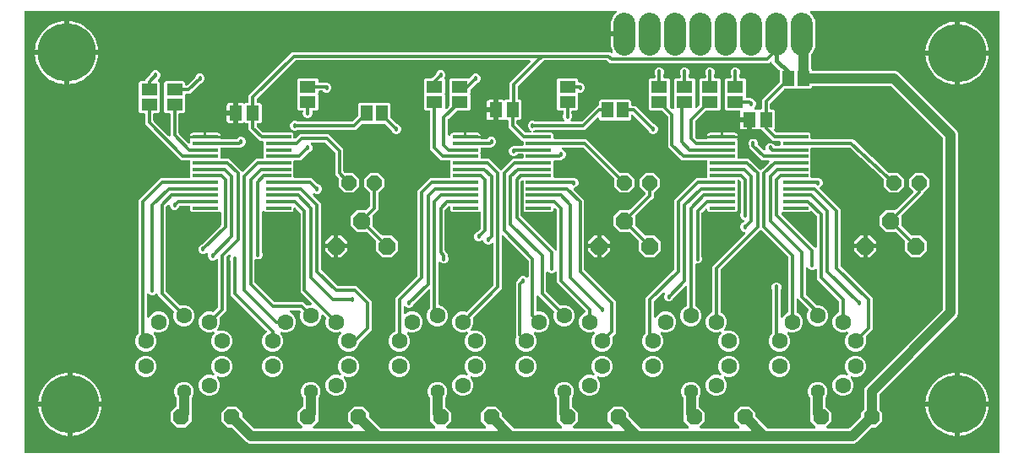
<source format=gtl>
G04 EAGLE Gerber RS-274X export*
G75*
%MOMM*%
%FSLAX34Y34*%
%LPD*%
%INTop Copper*%
%IPPOS*%
%AMOC8*
5,1,8,0,0,1.08239X$1,22.5*%
G01*
%ADD10C,1.440000*%
%ADD11C,1.600000*%
%ADD12R,1.300000X1.500000*%
%ADD13C,2.160000*%
%ADD14R,1.168400X1.600200*%
%ADD15C,5.842000*%
%ADD16P,1.583577X8X22.500000*%
%ADD17R,2.500000X0.304800*%
%ADD18R,1.600200X1.168400*%
%ADD19P,1.732040X8X22.500000*%
%ADD20P,1.814519X8X22.500000*%
%ADD21C,0.457200*%
%ADD22C,1.016000*%
%ADD23C,0.304800*%
%ADD24C,0.406400*%

G36*
X984368Y8271D02*
X984368Y8271D01*
X984487Y8278D01*
X984525Y8291D01*
X984566Y8296D01*
X984676Y8339D01*
X984789Y8376D01*
X984824Y8398D01*
X984861Y8413D01*
X984957Y8483D01*
X985058Y8546D01*
X985086Y8576D01*
X985119Y8599D01*
X985195Y8691D01*
X985276Y8778D01*
X985296Y8813D01*
X985321Y8844D01*
X985372Y8952D01*
X985430Y9056D01*
X985440Y9096D01*
X985457Y9132D01*
X985479Y9249D01*
X985509Y9364D01*
X985513Y9425D01*
X985517Y9445D01*
X985515Y9465D01*
X985519Y9525D01*
X985519Y450850D01*
X985504Y450968D01*
X985497Y451087D01*
X985484Y451125D01*
X985479Y451166D01*
X985436Y451276D01*
X985399Y451389D01*
X985377Y451424D01*
X985362Y451461D01*
X985293Y451557D01*
X985229Y451658D01*
X985199Y451686D01*
X985176Y451719D01*
X985084Y451795D01*
X984997Y451876D01*
X984962Y451896D01*
X984931Y451921D01*
X984823Y451972D01*
X984719Y452030D01*
X984679Y452040D01*
X984643Y452057D01*
X984526Y452079D01*
X984411Y452109D01*
X984351Y452113D01*
X984331Y452117D01*
X984310Y452115D01*
X984250Y452119D01*
X796637Y452119D01*
X796499Y452102D01*
X796360Y452089D01*
X796341Y452082D01*
X796321Y452079D01*
X796192Y452028D01*
X796061Y451981D01*
X796044Y451970D01*
X796025Y451962D01*
X795913Y451881D01*
X795798Y451803D01*
X795784Y451787D01*
X795768Y451776D01*
X795679Y451668D01*
X795587Y451564D01*
X795578Y451546D01*
X795565Y451531D01*
X795506Y451405D01*
X795443Y451281D01*
X795438Y451261D01*
X795430Y451243D01*
X795404Y451107D01*
X795373Y450971D01*
X795374Y450950D01*
X795370Y450931D01*
X795379Y450792D01*
X795383Y450653D01*
X795388Y450633D01*
X795390Y450613D01*
X795432Y450481D01*
X795471Y450347D01*
X795481Y450330D01*
X795488Y450311D01*
X795562Y450193D01*
X795633Y450073D01*
X795651Y450052D01*
X795658Y450042D01*
X795673Y450028D01*
X795739Y449953D01*
X798710Y446982D01*
X800741Y442079D01*
X800741Y415171D01*
X798710Y410268D01*
X796662Y408221D01*
X796602Y408143D01*
X796534Y408070D01*
X796505Y408017D01*
X796468Y407970D01*
X796428Y407879D01*
X796380Y407792D01*
X796365Y407733D01*
X796341Y407678D01*
X796326Y407580D01*
X796301Y407484D01*
X796295Y407384D01*
X796291Y407364D01*
X796293Y407351D01*
X796291Y407323D01*
X796291Y394516D01*
X796303Y394418D01*
X796306Y394319D01*
X796323Y394261D01*
X796331Y394201D01*
X796367Y394109D01*
X796395Y394013D01*
X796425Y393961D01*
X796448Y393905D01*
X796506Y393825D01*
X796556Y393740D01*
X796622Y393664D01*
X796634Y393648D01*
X796644Y393640D01*
X796662Y393619D01*
X797053Y393228D01*
X797053Y393065D01*
X797068Y392947D01*
X797075Y392828D01*
X797088Y392790D01*
X797093Y392749D01*
X797136Y392639D01*
X797173Y392526D01*
X797195Y392491D01*
X797210Y392454D01*
X797279Y392358D01*
X797343Y392257D01*
X797373Y392229D01*
X797396Y392196D01*
X797488Y392120D01*
X797575Y392039D01*
X797610Y392019D01*
X797641Y391994D01*
X797749Y391943D01*
X797853Y391885D01*
X797893Y391875D01*
X797929Y391858D01*
X798046Y391836D01*
X798161Y391806D01*
X798221Y391802D01*
X798241Y391798D01*
X798262Y391800D01*
X798322Y391796D01*
X880991Y391796D01*
X883792Y390636D01*
X943086Y331342D01*
X944246Y328541D01*
X944246Y147709D01*
X943086Y144908D01*
X865242Y67065D01*
X865182Y66987D01*
X865114Y66915D01*
X865085Y66862D01*
X865048Y66814D01*
X865008Y66723D01*
X864960Y66636D01*
X864945Y66578D01*
X864921Y66522D01*
X864906Y66424D01*
X864881Y66328D01*
X864875Y66228D01*
X864871Y66208D01*
X864873Y66196D01*
X864871Y66168D01*
X864871Y52263D01*
X864883Y52165D01*
X864886Y52066D01*
X864903Y52008D01*
X864911Y51948D01*
X864947Y51856D01*
X864975Y51761D01*
X865005Y51708D01*
X865028Y51652D01*
X865086Y51572D01*
X865136Y51487D01*
X865202Y51411D01*
X865214Y51395D01*
X865224Y51387D01*
X865242Y51366D01*
X867792Y48817D01*
X867792Y40083D01*
X861617Y33908D01*
X858011Y33908D01*
X857913Y33896D01*
X857814Y33893D01*
X857756Y33876D01*
X857696Y33868D01*
X857604Y33832D01*
X857509Y33804D01*
X857456Y33774D01*
X857400Y33751D01*
X857320Y33693D01*
X857235Y33643D01*
X857159Y33577D01*
X857143Y33565D01*
X857135Y33555D01*
X857114Y33537D01*
X842517Y18939D01*
X839716Y17779D01*
X233434Y17779D01*
X230633Y18939D01*
X216036Y33537D01*
X215958Y33597D01*
X215886Y33665D01*
X215833Y33694D01*
X215785Y33731D01*
X215694Y33771D01*
X215607Y33819D01*
X215549Y33834D01*
X215493Y33858D01*
X215395Y33873D01*
X215299Y33898D01*
X215199Y33904D01*
X215179Y33908D01*
X215167Y33906D01*
X215139Y33908D01*
X211533Y33908D01*
X205358Y40083D01*
X205358Y48817D01*
X211533Y54992D01*
X220267Y54992D01*
X226442Y48817D01*
X226442Y45211D01*
X226454Y45113D01*
X226457Y45014D01*
X226474Y44956D01*
X226482Y44896D01*
X226518Y44804D01*
X226546Y44709D01*
X226576Y44656D01*
X226599Y44600D01*
X226657Y44520D01*
X226707Y44435D01*
X226773Y44359D01*
X226785Y44343D01*
X226795Y44335D01*
X226813Y44314D01*
X237735Y33392D01*
X237813Y33332D01*
X237885Y33264D01*
X237938Y33235D01*
X237986Y33198D01*
X238077Y33158D01*
X238164Y33110D01*
X238222Y33095D01*
X238278Y33071D01*
X238376Y33056D01*
X238472Y33031D01*
X238572Y33025D01*
X238592Y33021D01*
X238604Y33023D01*
X238632Y33021D01*
X285557Y33021D01*
X285694Y33038D01*
X285833Y33051D01*
X285852Y33058D01*
X285872Y33061D01*
X286001Y33112D01*
X286132Y33159D01*
X286149Y33170D01*
X286168Y33178D01*
X286280Y33259D01*
X286396Y33337D01*
X286409Y33353D01*
X286425Y33364D01*
X286514Y33472D01*
X286606Y33576D01*
X286615Y33594D01*
X286628Y33609D01*
X286687Y33735D01*
X286751Y33859D01*
X286755Y33879D01*
X286764Y33897D01*
X286790Y34033D01*
X286820Y34169D01*
X286820Y34190D01*
X286823Y34209D01*
X286815Y34348D01*
X286811Y34487D01*
X286805Y34507D01*
X286804Y34527D01*
X286761Y34659D01*
X286722Y34793D01*
X286712Y34810D01*
X286706Y34829D01*
X286631Y34947D01*
X286561Y35067D01*
X286542Y35088D01*
X286536Y35098D01*
X286521Y35112D01*
X286454Y35187D01*
X281558Y40083D01*
X281558Y48817D01*
X287283Y54541D01*
X287343Y54619D01*
X287411Y54691D01*
X287440Y54744D01*
X287477Y54792D01*
X287517Y54883D01*
X287565Y54970D01*
X287580Y55028D01*
X287604Y55084D01*
X287619Y55182D01*
X287644Y55278D01*
X287650Y55378D01*
X287654Y55398D01*
X287652Y55410D01*
X287654Y55438D01*
X287654Y63170D01*
X287642Y63268D01*
X287639Y63367D01*
X287622Y63425D01*
X287614Y63485D01*
X287578Y63577D01*
X287550Y63672D01*
X287520Y63724D01*
X287497Y63781D01*
X287439Y63861D01*
X287389Y63946D01*
X287323Y64022D01*
X287311Y64038D01*
X287301Y64046D01*
X287282Y64067D01*
X287017Y64332D01*
X285534Y67912D01*
X285534Y71788D01*
X287017Y75368D01*
X289757Y78108D01*
X293337Y79591D01*
X297213Y79591D01*
X300793Y78108D01*
X303533Y75368D01*
X305016Y71788D01*
X305016Y67912D01*
X303533Y64332D01*
X303268Y64067D01*
X303207Y63989D01*
X303139Y63917D01*
X303110Y63864D01*
X303073Y63816D01*
X303033Y63725D01*
X302985Y63638D01*
X302970Y63579D01*
X302946Y63524D01*
X302931Y63426D01*
X302906Y63330D01*
X302900Y63230D01*
X302896Y63210D01*
X302898Y63198D01*
X302896Y63170D01*
X302896Y46109D01*
X302738Y45729D01*
X302736Y45720D01*
X302731Y45712D01*
X302694Y45567D01*
X302654Y45422D01*
X302654Y45413D01*
X302652Y45404D01*
X302642Y45243D01*
X302642Y40083D01*
X297746Y35187D01*
X297660Y35078D01*
X297572Y34971D01*
X297563Y34952D01*
X297551Y34936D01*
X297495Y34808D01*
X297436Y34683D01*
X297433Y34663D01*
X297424Y34644D01*
X297403Y34506D01*
X297377Y34370D01*
X297378Y34350D01*
X297375Y34330D01*
X297388Y34191D01*
X297396Y34053D01*
X297402Y34034D01*
X297404Y34014D01*
X297452Y33882D01*
X297494Y33751D01*
X297505Y33733D01*
X297512Y33714D01*
X297590Y33599D01*
X297664Y33482D01*
X297679Y33468D01*
X297691Y33451D01*
X297795Y33359D01*
X297896Y33264D01*
X297914Y33254D01*
X297929Y33241D01*
X298053Y33177D01*
X298175Y33110D01*
X298194Y33105D01*
X298212Y33096D01*
X298348Y33066D01*
X298483Y33031D01*
X298511Y33029D01*
X298523Y33026D01*
X298543Y33027D01*
X298643Y33021D01*
X336357Y33021D01*
X336494Y33038D01*
X336633Y33051D01*
X336652Y33058D01*
X336672Y33061D01*
X336801Y33112D01*
X336932Y33159D01*
X336949Y33170D01*
X336968Y33178D01*
X337080Y33259D01*
X337196Y33337D01*
X337209Y33353D01*
X337225Y33364D01*
X337314Y33472D01*
X337406Y33576D01*
X337415Y33594D01*
X337428Y33609D01*
X337487Y33735D01*
X337551Y33859D01*
X337555Y33879D01*
X337564Y33897D01*
X337590Y34033D01*
X337620Y34169D01*
X337620Y34190D01*
X337623Y34209D01*
X337615Y34348D01*
X337611Y34487D01*
X337605Y34507D01*
X337604Y34527D01*
X337561Y34659D01*
X337522Y34793D01*
X337512Y34810D01*
X337506Y34829D01*
X337431Y34947D01*
X337361Y35067D01*
X337342Y35088D01*
X337336Y35098D01*
X337321Y35112D01*
X337254Y35187D01*
X332358Y40083D01*
X332358Y48817D01*
X338533Y54992D01*
X347267Y54992D01*
X353442Y48817D01*
X353442Y45211D01*
X353454Y45113D01*
X353457Y45014D01*
X353474Y44956D01*
X353482Y44896D01*
X353518Y44804D01*
X353546Y44709D01*
X353576Y44656D01*
X353599Y44600D01*
X353657Y44520D01*
X353707Y44435D01*
X353773Y44359D01*
X353785Y44343D01*
X353795Y44335D01*
X353813Y44314D01*
X364735Y33392D01*
X364813Y33332D01*
X364885Y33264D01*
X364938Y33235D01*
X364986Y33198D01*
X365077Y33158D01*
X365164Y33110D01*
X365222Y33095D01*
X365278Y33071D01*
X365376Y33056D01*
X365472Y33031D01*
X365572Y33025D01*
X365592Y33021D01*
X365604Y33023D01*
X365632Y33021D01*
X418907Y33021D01*
X419044Y33038D01*
X419183Y33051D01*
X419202Y33058D01*
X419222Y33061D01*
X419351Y33112D01*
X419482Y33159D01*
X419499Y33170D01*
X419518Y33178D01*
X419630Y33259D01*
X419746Y33337D01*
X419759Y33353D01*
X419775Y33364D01*
X419864Y33472D01*
X419956Y33576D01*
X419965Y33594D01*
X419978Y33609D01*
X420037Y33735D01*
X420101Y33859D01*
X420105Y33879D01*
X420114Y33897D01*
X420140Y34033D01*
X420170Y34169D01*
X420170Y34190D01*
X420173Y34209D01*
X420165Y34348D01*
X420161Y34487D01*
X420155Y34507D01*
X420154Y34527D01*
X420111Y34659D01*
X420072Y34793D01*
X420062Y34810D01*
X420056Y34829D01*
X419981Y34947D01*
X419911Y35067D01*
X419892Y35088D01*
X419886Y35098D01*
X419871Y35112D01*
X419804Y35187D01*
X414908Y40083D01*
X414908Y45243D01*
X414907Y45253D01*
X414908Y45262D01*
X414887Y45411D01*
X414868Y45559D01*
X414865Y45568D01*
X414864Y45577D01*
X414812Y45729D01*
X414654Y46109D01*
X414654Y63169D01*
X414642Y63268D01*
X414639Y63367D01*
X414622Y63425D01*
X414614Y63485D01*
X414578Y63577D01*
X414550Y63672D01*
X414520Y63724D01*
X414497Y63781D01*
X414439Y63861D01*
X414389Y63946D01*
X414323Y64022D01*
X414311Y64038D01*
X414301Y64046D01*
X414283Y64067D01*
X414017Y64332D01*
X412534Y67912D01*
X412534Y71788D01*
X414017Y75368D01*
X416757Y78108D01*
X420337Y79591D01*
X424213Y79591D01*
X427793Y78108D01*
X430533Y75368D01*
X432016Y71788D01*
X432016Y67912D01*
X430533Y64332D01*
X430267Y64067D01*
X430207Y63989D01*
X430139Y63917D01*
X430110Y63864D01*
X430073Y63816D01*
X430033Y63725D01*
X429985Y63638D01*
X429970Y63580D01*
X429946Y63524D01*
X429931Y63426D01*
X429906Y63330D01*
X429900Y63230D01*
X429896Y63210D01*
X429898Y63197D01*
X429896Y63169D01*
X429896Y55438D01*
X429908Y55340D01*
X429911Y55241D01*
X429928Y55183D01*
X429936Y55123D01*
X429972Y55031D01*
X430000Y54936D01*
X430030Y54883D01*
X430053Y54827D01*
X430111Y54747D01*
X430161Y54662D01*
X430227Y54586D01*
X430239Y54570D01*
X430249Y54562D01*
X430267Y54541D01*
X435992Y48817D01*
X435992Y40083D01*
X431096Y35187D01*
X431010Y35078D01*
X430922Y34971D01*
X430913Y34952D01*
X430901Y34936D01*
X430845Y34808D01*
X430786Y34683D01*
X430783Y34663D01*
X430774Y34644D01*
X430753Y34506D01*
X430727Y34370D01*
X430728Y34350D01*
X430725Y34330D01*
X430738Y34191D01*
X430746Y34053D01*
X430752Y34034D01*
X430754Y34014D01*
X430802Y33882D01*
X430844Y33751D01*
X430855Y33733D01*
X430862Y33714D01*
X430940Y33599D01*
X431014Y33482D01*
X431029Y33468D01*
X431041Y33451D01*
X431145Y33359D01*
X431246Y33264D01*
X431264Y33254D01*
X431279Y33241D01*
X431403Y33177D01*
X431525Y33110D01*
X431544Y33105D01*
X431562Y33096D01*
X431698Y33066D01*
X431833Y33031D01*
X431861Y33029D01*
X431873Y33026D01*
X431893Y33027D01*
X431993Y33021D01*
X469707Y33021D01*
X469844Y33038D01*
X469983Y33051D01*
X470002Y33058D01*
X470022Y33061D01*
X470151Y33112D01*
X470282Y33159D01*
X470299Y33170D01*
X470318Y33178D01*
X470430Y33259D01*
X470546Y33337D01*
X470559Y33353D01*
X470575Y33364D01*
X470664Y33472D01*
X470756Y33576D01*
X470765Y33594D01*
X470778Y33609D01*
X470837Y33735D01*
X470901Y33859D01*
X470905Y33879D01*
X470914Y33897D01*
X470940Y34033D01*
X470970Y34169D01*
X470970Y34190D01*
X470973Y34209D01*
X470965Y34348D01*
X470961Y34487D01*
X470955Y34507D01*
X470954Y34527D01*
X470911Y34659D01*
X470872Y34793D01*
X470862Y34810D01*
X470856Y34829D01*
X470781Y34947D01*
X470711Y35067D01*
X470692Y35088D01*
X470686Y35098D01*
X470671Y35112D01*
X470604Y35187D01*
X465708Y40083D01*
X465708Y48817D01*
X471883Y54992D01*
X480617Y54992D01*
X486792Y48817D01*
X486792Y45211D01*
X486804Y45113D01*
X486807Y45014D01*
X486824Y44956D01*
X486832Y44896D01*
X486868Y44804D01*
X486896Y44709D01*
X486926Y44656D01*
X486949Y44600D01*
X487007Y44520D01*
X487057Y44435D01*
X487123Y44359D01*
X487135Y44343D01*
X487145Y44335D01*
X487163Y44314D01*
X498085Y33392D01*
X498163Y33332D01*
X498235Y33264D01*
X498288Y33235D01*
X498336Y33198D01*
X498427Y33158D01*
X498514Y33110D01*
X498572Y33095D01*
X498628Y33071D01*
X498726Y33056D01*
X498822Y33031D01*
X498922Y33025D01*
X498942Y33021D01*
X498954Y33023D01*
X498982Y33021D01*
X545907Y33021D01*
X546044Y33038D01*
X546183Y33051D01*
X546202Y33058D01*
X546222Y33061D01*
X546351Y33112D01*
X546482Y33159D01*
X546499Y33170D01*
X546518Y33178D01*
X546630Y33259D01*
X546746Y33337D01*
X546759Y33353D01*
X546775Y33364D01*
X546864Y33472D01*
X546956Y33576D01*
X546965Y33594D01*
X546978Y33609D01*
X547037Y33735D01*
X547101Y33859D01*
X547105Y33879D01*
X547114Y33897D01*
X547140Y34033D01*
X547170Y34169D01*
X547170Y34190D01*
X547173Y34209D01*
X547165Y34348D01*
X547161Y34487D01*
X547155Y34507D01*
X547154Y34527D01*
X547111Y34659D01*
X547072Y34793D01*
X547062Y34810D01*
X547056Y34829D01*
X546981Y34947D01*
X546911Y35067D01*
X546892Y35088D01*
X546886Y35098D01*
X546871Y35112D01*
X546804Y35187D01*
X541908Y40083D01*
X541908Y45243D01*
X541907Y45253D01*
X541908Y45262D01*
X541887Y45411D01*
X541868Y45559D01*
X541865Y45568D01*
X541864Y45577D01*
X541812Y45729D01*
X541654Y46109D01*
X541654Y63169D01*
X541642Y63268D01*
X541639Y63367D01*
X541622Y63425D01*
X541614Y63485D01*
X541578Y63577D01*
X541550Y63672D01*
X541520Y63724D01*
X541497Y63781D01*
X541439Y63861D01*
X541389Y63946D01*
X541323Y64022D01*
X541311Y64038D01*
X541301Y64046D01*
X541283Y64067D01*
X541017Y64332D01*
X539534Y67912D01*
X539534Y71788D01*
X541017Y75368D01*
X543757Y78108D01*
X547337Y79591D01*
X551213Y79591D01*
X554793Y78108D01*
X557533Y75368D01*
X559016Y71788D01*
X559016Y67912D01*
X557533Y64332D01*
X557267Y64067D01*
X557207Y63989D01*
X557139Y63917D01*
X557110Y63864D01*
X557073Y63816D01*
X557033Y63725D01*
X556985Y63638D01*
X556970Y63580D01*
X556946Y63524D01*
X556931Y63426D01*
X556906Y63330D01*
X556900Y63230D01*
X556896Y63210D01*
X556898Y63197D01*
X556896Y63169D01*
X556896Y55438D01*
X556908Y55340D01*
X556911Y55241D01*
X556928Y55183D01*
X556936Y55123D01*
X556972Y55031D01*
X557000Y54936D01*
X557030Y54883D01*
X557053Y54827D01*
X557111Y54747D01*
X557161Y54662D01*
X557227Y54586D01*
X557239Y54570D01*
X557249Y54562D01*
X557267Y54541D01*
X562992Y48817D01*
X562992Y40083D01*
X558096Y35187D01*
X558010Y35078D01*
X557922Y34971D01*
X557913Y34952D01*
X557901Y34936D01*
X557845Y34808D01*
X557786Y34683D01*
X557783Y34663D01*
X557774Y34644D01*
X557753Y34506D01*
X557727Y34370D01*
X557728Y34350D01*
X557725Y34330D01*
X557738Y34191D01*
X557746Y34053D01*
X557752Y34034D01*
X557754Y34014D01*
X557802Y33882D01*
X557844Y33751D01*
X557855Y33733D01*
X557862Y33714D01*
X557940Y33599D01*
X558014Y33482D01*
X558029Y33468D01*
X558041Y33451D01*
X558145Y33359D01*
X558246Y33264D01*
X558264Y33254D01*
X558279Y33241D01*
X558403Y33177D01*
X558525Y33110D01*
X558544Y33105D01*
X558562Y33096D01*
X558698Y33066D01*
X558833Y33031D01*
X558861Y33029D01*
X558873Y33026D01*
X558893Y33027D01*
X558993Y33021D01*
X596707Y33021D01*
X596844Y33038D01*
X596983Y33051D01*
X597002Y33058D01*
X597022Y33061D01*
X597151Y33112D01*
X597282Y33159D01*
X597299Y33170D01*
X597318Y33178D01*
X597430Y33259D01*
X597546Y33337D01*
X597559Y33353D01*
X597575Y33364D01*
X597664Y33472D01*
X597756Y33576D01*
X597765Y33594D01*
X597778Y33609D01*
X597837Y33735D01*
X597901Y33859D01*
X597905Y33879D01*
X597914Y33897D01*
X597940Y34033D01*
X597970Y34169D01*
X597970Y34190D01*
X597973Y34209D01*
X597965Y34348D01*
X597961Y34487D01*
X597955Y34507D01*
X597954Y34527D01*
X597911Y34659D01*
X597872Y34793D01*
X597862Y34810D01*
X597856Y34829D01*
X597781Y34947D01*
X597711Y35067D01*
X597692Y35088D01*
X597686Y35098D01*
X597671Y35112D01*
X597604Y35187D01*
X592708Y40083D01*
X592708Y48817D01*
X598883Y54992D01*
X607617Y54992D01*
X613792Y48817D01*
X613792Y45211D01*
X613804Y45113D01*
X613807Y45014D01*
X613824Y44956D01*
X613832Y44896D01*
X613868Y44804D01*
X613896Y44709D01*
X613926Y44656D01*
X613949Y44600D01*
X614007Y44520D01*
X614057Y44435D01*
X614123Y44359D01*
X614135Y44343D01*
X614145Y44335D01*
X614163Y44314D01*
X625085Y33392D01*
X625163Y33332D01*
X625235Y33264D01*
X625288Y33235D01*
X625336Y33198D01*
X625427Y33158D01*
X625514Y33110D01*
X625572Y33095D01*
X625628Y33071D01*
X625726Y33056D01*
X625822Y33031D01*
X625922Y33025D01*
X625942Y33021D01*
X625954Y33023D01*
X625982Y33021D01*
X672907Y33021D01*
X673044Y33038D01*
X673183Y33051D01*
X673202Y33058D01*
X673222Y33061D01*
X673351Y33112D01*
X673482Y33159D01*
X673499Y33170D01*
X673518Y33178D01*
X673630Y33259D01*
X673746Y33337D01*
X673759Y33353D01*
X673775Y33364D01*
X673864Y33472D01*
X673956Y33576D01*
X673965Y33594D01*
X673978Y33609D01*
X674037Y33735D01*
X674101Y33859D01*
X674105Y33879D01*
X674114Y33897D01*
X674140Y34033D01*
X674170Y34169D01*
X674170Y34190D01*
X674173Y34209D01*
X674165Y34348D01*
X674161Y34487D01*
X674155Y34507D01*
X674154Y34527D01*
X674111Y34659D01*
X674072Y34793D01*
X674062Y34810D01*
X674056Y34829D01*
X673981Y34947D01*
X673911Y35067D01*
X673892Y35088D01*
X673886Y35098D01*
X673871Y35112D01*
X673804Y35187D01*
X668908Y40083D01*
X668908Y45243D01*
X668907Y45253D01*
X668908Y45262D01*
X668887Y45411D01*
X668868Y45559D01*
X668865Y45568D01*
X668864Y45577D01*
X668812Y45729D01*
X668654Y46109D01*
X668654Y63170D01*
X668642Y63268D01*
X668639Y63367D01*
X668622Y63425D01*
X668614Y63485D01*
X668578Y63577D01*
X668550Y63672D01*
X668520Y63724D01*
X668497Y63781D01*
X668439Y63861D01*
X668389Y63946D01*
X668323Y64022D01*
X668311Y64038D01*
X668301Y64046D01*
X668282Y64067D01*
X668017Y64332D01*
X666534Y67912D01*
X666534Y71788D01*
X668017Y75368D01*
X670757Y78108D01*
X674337Y79591D01*
X678213Y79591D01*
X681793Y78108D01*
X684533Y75368D01*
X686016Y71788D01*
X686016Y67912D01*
X684533Y64332D01*
X684268Y64067D01*
X684207Y63989D01*
X684139Y63917D01*
X684110Y63864D01*
X684073Y63816D01*
X684033Y63725D01*
X683985Y63638D01*
X683970Y63579D01*
X683946Y63524D01*
X683931Y63426D01*
X683906Y63330D01*
X683900Y63230D01*
X683896Y63210D01*
X683898Y63198D01*
X683896Y63170D01*
X683896Y55438D01*
X683908Y55340D01*
X683911Y55241D01*
X683928Y55183D01*
X683936Y55123D01*
X683972Y55031D01*
X684000Y54936D01*
X684030Y54883D01*
X684053Y54827D01*
X684111Y54747D01*
X684161Y54662D01*
X684227Y54586D01*
X684239Y54570D01*
X684249Y54562D01*
X684267Y54541D01*
X689992Y48817D01*
X689992Y40083D01*
X685096Y35187D01*
X685010Y35078D01*
X684922Y34971D01*
X684913Y34952D01*
X684901Y34936D01*
X684845Y34808D01*
X684786Y34683D01*
X684783Y34663D01*
X684774Y34644D01*
X684753Y34506D01*
X684727Y34370D01*
X684728Y34350D01*
X684725Y34330D01*
X684738Y34191D01*
X684746Y34053D01*
X684752Y34034D01*
X684754Y34014D01*
X684802Y33882D01*
X684844Y33751D01*
X684855Y33733D01*
X684862Y33714D01*
X684940Y33599D01*
X685014Y33482D01*
X685029Y33468D01*
X685041Y33451D01*
X685145Y33359D01*
X685246Y33264D01*
X685264Y33254D01*
X685279Y33241D01*
X685403Y33177D01*
X685525Y33110D01*
X685544Y33105D01*
X685562Y33096D01*
X685698Y33066D01*
X685833Y33031D01*
X685861Y33029D01*
X685873Y33026D01*
X685893Y33027D01*
X685993Y33021D01*
X723707Y33021D01*
X723844Y33038D01*
X723983Y33051D01*
X724002Y33058D01*
X724022Y33061D01*
X724151Y33112D01*
X724282Y33159D01*
X724299Y33170D01*
X724318Y33178D01*
X724430Y33259D01*
X724546Y33337D01*
X724559Y33353D01*
X724575Y33364D01*
X724664Y33472D01*
X724756Y33576D01*
X724765Y33594D01*
X724778Y33609D01*
X724837Y33735D01*
X724901Y33859D01*
X724905Y33879D01*
X724914Y33897D01*
X724940Y34033D01*
X724970Y34169D01*
X724970Y34190D01*
X724973Y34209D01*
X724965Y34348D01*
X724961Y34487D01*
X724955Y34507D01*
X724954Y34527D01*
X724911Y34659D01*
X724872Y34793D01*
X724862Y34810D01*
X724856Y34829D01*
X724781Y34947D01*
X724711Y35067D01*
X724692Y35088D01*
X724686Y35098D01*
X724671Y35112D01*
X724604Y35187D01*
X719708Y40083D01*
X719708Y48817D01*
X725883Y54992D01*
X734617Y54992D01*
X740792Y48817D01*
X740792Y45211D01*
X740804Y45113D01*
X740807Y45014D01*
X740824Y44956D01*
X740832Y44896D01*
X740868Y44804D01*
X740896Y44709D01*
X740926Y44656D01*
X740949Y44600D01*
X741007Y44520D01*
X741057Y44435D01*
X741123Y44359D01*
X741135Y44343D01*
X741145Y44335D01*
X741163Y44314D01*
X752085Y33392D01*
X752163Y33332D01*
X752235Y33264D01*
X752288Y33235D01*
X752336Y33198D01*
X752427Y33158D01*
X752514Y33110D01*
X752572Y33095D01*
X752628Y33071D01*
X752726Y33056D01*
X752822Y33031D01*
X752922Y33025D01*
X752942Y33021D01*
X752954Y33023D01*
X752982Y33021D01*
X799907Y33021D01*
X800044Y33038D01*
X800183Y33051D01*
X800202Y33058D01*
X800222Y33061D01*
X800351Y33112D01*
X800482Y33159D01*
X800499Y33170D01*
X800518Y33178D01*
X800630Y33259D01*
X800746Y33337D01*
X800759Y33353D01*
X800775Y33364D01*
X800864Y33472D01*
X800956Y33576D01*
X800965Y33594D01*
X800978Y33609D01*
X801037Y33735D01*
X801101Y33859D01*
X801105Y33879D01*
X801114Y33897D01*
X801140Y34033D01*
X801170Y34169D01*
X801170Y34190D01*
X801173Y34209D01*
X801165Y34348D01*
X801161Y34487D01*
X801155Y34507D01*
X801154Y34527D01*
X801111Y34659D01*
X801072Y34793D01*
X801062Y34810D01*
X801056Y34829D01*
X800981Y34947D01*
X800911Y35067D01*
X800892Y35088D01*
X800886Y35098D01*
X800871Y35112D01*
X800804Y35187D01*
X795908Y40083D01*
X795908Y45243D01*
X795907Y45253D01*
X795908Y45262D01*
X795887Y45411D01*
X795868Y45559D01*
X795865Y45568D01*
X795864Y45577D01*
X795812Y45729D01*
X795654Y46109D01*
X795654Y63170D01*
X795642Y63268D01*
X795639Y63367D01*
X795622Y63425D01*
X795614Y63485D01*
X795578Y63577D01*
X795550Y63672D01*
X795520Y63724D01*
X795497Y63781D01*
X795439Y63861D01*
X795389Y63946D01*
X795323Y64022D01*
X795311Y64038D01*
X795301Y64046D01*
X795282Y64067D01*
X795017Y64332D01*
X793534Y67912D01*
X793534Y71788D01*
X795017Y75368D01*
X797757Y78108D01*
X801337Y79591D01*
X805213Y79591D01*
X808793Y78108D01*
X811533Y75368D01*
X813016Y71788D01*
X813016Y67912D01*
X811533Y64332D01*
X811268Y64067D01*
X811207Y63989D01*
X811139Y63917D01*
X811110Y63864D01*
X811073Y63816D01*
X811033Y63725D01*
X810985Y63638D01*
X810970Y63579D01*
X810946Y63524D01*
X810931Y63426D01*
X810906Y63330D01*
X810900Y63230D01*
X810896Y63210D01*
X810898Y63198D01*
X810896Y63170D01*
X810896Y55438D01*
X810908Y55340D01*
X810911Y55241D01*
X810928Y55183D01*
X810936Y55123D01*
X810972Y55031D01*
X811000Y54936D01*
X811030Y54883D01*
X811053Y54827D01*
X811111Y54747D01*
X811161Y54662D01*
X811227Y54586D01*
X811239Y54570D01*
X811249Y54562D01*
X811267Y54541D01*
X816992Y48817D01*
X816992Y40083D01*
X812096Y35187D01*
X812010Y35078D01*
X811922Y34971D01*
X811913Y34952D01*
X811901Y34936D01*
X811845Y34808D01*
X811786Y34683D01*
X811783Y34663D01*
X811774Y34644D01*
X811753Y34506D01*
X811727Y34370D01*
X811728Y34350D01*
X811725Y34330D01*
X811738Y34191D01*
X811746Y34053D01*
X811752Y34034D01*
X811754Y34014D01*
X811802Y33882D01*
X811844Y33751D01*
X811855Y33733D01*
X811862Y33714D01*
X811940Y33599D01*
X812014Y33482D01*
X812029Y33468D01*
X812041Y33451D01*
X812145Y33359D01*
X812246Y33264D01*
X812264Y33254D01*
X812279Y33241D01*
X812403Y33177D01*
X812525Y33110D01*
X812544Y33105D01*
X812562Y33096D01*
X812698Y33066D01*
X812833Y33031D01*
X812861Y33029D01*
X812873Y33026D01*
X812893Y33027D01*
X812993Y33021D01*
X834518Y33021D01*
X834616Y33033D01*
X834715Y33036D01*
X834773Y33053D01*
X834833Y33061D01*
X834925Y33097D01*
X835020Y33125D01*
X835073Y33155D01*
X835129Y33178D01*
X835209Y33236D01*
X835294Y33286D01*
X835370Y33352D01*
X835386Y33364D01*
X835394Y33374D01*
X835415Y33392D01*
X846337Y44314D01*
X846397Y44392D01*
X846465Y44464D01*
X846494Y44517D01*
X846531Y44565D01*
X846571Y44656D01*
X846619Y44743D01*
X846634Y44801D01*
X846658Y44857D01*
X846673Y44955D01*
X846698Y45051D01*
X846704Y45151D01*
X846708Y45171D01*
X846706Y45183D01*
X846708Y45211D01*
X846708Y48817D01*
X849258Y51366D01*
X849318Y51444D01*
X849386Y51516D01*
X849415Y51569D01*
X849452Y51617D01*
X849492Y51708D01*
X849540Y51795D01*
X849555Y51853D01*
X849579Y51909D01*
X849594Y52007D01*
X849619Y52103D01*
X849625Y52203D01*
X849629Y52223D01*
X849627Y52235D01*
X849629Y52263D01*
X849629Y71366D01*
X850789Y74167D01*
X928633Y152010D01*
X928693Y152088D01*
X928761Y152160D01*
X928790Y152213D01*
X928827Y152261D01*
X928867Y152352D01*
X928915Y152439D01*
X928930Y152497D01*
X928954Y152553D01*
X928969Y152651D01*
X928994Y152747D01*
X929000Y152847D01*
X929004Y152867D01*
X929002Y152879D01*
X929004Y152907D01*
X929004Y323343D01*
X928992Y323441D01*
X928989Y323540D01*
X928972Y323598D01*
X928964Y323658D01*
X928928Y323750D01*
X928900Y323845D01*
X928870Y323898D01*
X928847Y323954D01*
X928789Y324034D01*
X928739Y324119D01*
X928673Y324195D01*
X928661Y324211D01*
X928651Y324219D01*
X928633Y324240D01*
X876690Y376183D01*
X876612Y376243D01*
X876540Y376311D01*
X876487Y376340D01*
X876439Y376377D01*
X876348Y376417D01*
X876261Y376465D01*
X876203Y376480D01*
X876147Y376504D01*
X876049Y376519D01*
X875953Y376544D01*
X875853Y376550D01*
X875833Y376554D01*
X875821Y376552D01*
X875793Y376554D01*
X798322Y376554D01*
X798204Y376539D01*
X798085Y376532D01*
X798047Y376519D01*
X798006Y376514D01*
X797896Y376471D01*
X797783Y376434D01*
X797748Y376412D01*
X797711Y376397D01*
X797615Y376328D01*
X797514Y376264D01*
X797486Y376234D01*
X797453Y376211D01*
X797377Y376119D01*
X797296Y376032D01*
X797276Y375997D01*
X797251Y375966D01*
X797200Y375858D01*
X797142Y375754D01*
X797132Y375714D01*
X797115Y375678D01*
X797093Y375561D01*
X797063Y375446D01*
X797059Y375386D01*
X797055Y375366D01*
X797057Y375345D01*
X797053Y375285D01*
X797053Y375122D01*
X795564Y373633D01*
X781726Y373633D01*
X781696Y373656D01*
X781587Y373704D01*
X781481Y373758D01*
X781442Y373767D01*
X781404Y373783D01*
X781287Y373801D01*
X781171Y373827D01*
X781130Y373826D01*
X781090Y373832D01*
X780972Y373821D01*
X780853Y373818D01*
X780814Y373806D01*
X780774Y373803D01*
X780662Y373762D01*
X780547Y373729D01*
X780512Y373709D01*
X780474Y373695D01*
X780383Y373633D01*
X770432Y373633D01*
X770334Y373621D01*
X770235Y373618D01*
X770177Y373601D01*
X770117Y373593D01*
X770025Y373557D01*
X769930Y373529D01*
X769878Y373499D01*
X769821Y373476D01*
X769741Y373418D01*
X769656Y373368D01*
X769580Y373302D01*
X769564Y373290D01*
X769556Y373280D01*
X769535Y373262D01*
X755886Y359613D01*
X755826Y359535D01*
X755758Y359463D01*
X755729Y359410D01*
X755692Y359362D01*
X755652Y359271D01*
X755604Y359184D01*
X755589Y359126D01*
X755565Y359070D01*
X755550Y358972D01*
X755525Y358876D01*
X755519Y358776D01*
X755515Y358756D01*
X755517Y358744D01*
X755515Y358716D01*
X755515Y354310D01*
X755530Y354192D01*
X755537Y354073D01*
X755550Y354035D01*
X755555Y353994D01*
X755598Y353884D01*
X755635Y353771D01*
X755657Y353736D01*
X755672Y353699D01*
X755741Y353603D01*
X755805Y353502D01*
X755835Y353474D01*
X755858Y353441D01*
X755950Y353365D01*
X756037Y353284D01*
X756072Y353264D01*
X756103Y353239D01*
X756211Y353188D01*
X756315Y353130D01*
X756355Y353120D01*
X756391Y353103D01*
X756508Y353081D01*
X756623Y353051D01*
X756683Y353047D01*
X756703Y353043D01*
X756724Y353045D01*
X756784Y353041D01*
X759002Y353041D01*
X760491Y351552D01*
X760491Y334448D01*
X759718Y333675D01*
X759645Y333581D01*
X759567Y333492D01*
X759548Y333456D01*
X759523Y333424D01*
X759476Y333315D01*
X759422Y333209D01*
X759413Y333169D01*
X759397Y333132D01*
X759378Y333014D01*
X759352Y332898D01*
X759353Y332858D01*
X759347Y332818D01*
X759358Y332699D01*
X759362Y332580D01*
X759373Y332542D01*
X759377Y332501D01*
X759417Y332389D01*
X759450Y332275D01*
X759471Y332240D01*
X759485Y332202D01*
X759551Y332104D01*
X759612Y332001D01*
X759652Y331956D01*
X759663Y331939D01*
X759678Y331925D01*
X759718Y331880D01*
X761662Y329936D01*
X761740Y329876D01*
X761812Y329808D01*
X761865Y329779D01*
X761913Y329742D01*
X762004Y329702D01*
X762091Y329654D01*
X762149Y329639D01*
X762205Y329615D01*
X762303Y329600D01*
X762399Y329575D01*
X762499Y329569D01*
X762519Y329565D01*
X762531Y329567D01*
X762559Y329565D01*
X794602Y329565D01*
X796091Y328076D01*
X796091Y324334D01*
X796106Y324216D01*
X796113Y324097D01*
X796126Y324059D01*
X796131Y324018D01*
X796174Y323908D01*
X796211Y323795D01*
X796233Y323760D01*
X796248Y323723D01*
X796317Y323627D01*
X796381Y323526D01*
X796411Y323498D01*
X796434Y323465D01*
X796526Y323389D01*
X796613Y323308D01*
X796648Y323288D01*
X796679Y323263D01*
X796787Y323212D01*
X796891Y323154D01*
X796931Y323144D01*
X796967Y323127D01*
X797084Y323105D01*
X797199Y323075D01*
X797259Y323071D01*
X797279Y323067D01*
X797300Y323069D01*
X797360Y323065D01*
X836598Y323065D01*
X836612Y323067D01*
X836646Y323066D01*
X838318Y323130D01*
X839502Y321946D01*
X839513Y321938D01*
X839537Y321913D01*
X874447Y289594D01*
X874508Y289550D01*
X874562Y289499D01*
X874637Y289458D01*
X874706Y289409D01*
X874775Y289382D01*
X874841Y289346D01*
X874923Y289324D01*
X875002Y289294D01*
X875077Y289285D01*
X875149Y289266D01*
X875309Y289256D01*
X883557Y289256D01*
X889331Y283482D01*
X889331Y275318D01*
X883557Y269544D01*
X875393Y269544D01*
X869619Y275318D01*
X869619Y282431D01*
X869604Y282553D01*
X869595Y282676D01*
X869584Y282710D01*
X869579Y282746D01*
X869534Y282861D01*
X869495Y282978D01*
X869475Y283008D01*
X869462Y283042D01*
X869390Y283142D01*
X869323Y283245D01*
X869287Y283284D01*
X869275Y283299D01*
X869259Y283313D01*
X869212Y283362D01*
X835472Y314597D01*
X835412Y314641D01*
X835357Y314692D01*
X835283Y314733D01*
X835214Y314783D01*
X835144Y314810D01*
X835079Y314846D01*
X834996Y314867D01*
X834917Y314898D01*
X834843Y314906D01*
X834771Y314925D01*
X834610Y314935D01*
X797360Y314935D01*
X797242Y314920D01*
X797123Y314913D01*
X797085Y314900D01*
X797044Y314895D01*
X796934Y314852D01*
X796821Y314815D01*
X796786Y314793D01*
X796749Y314778D01*
X796653Y314709D01*
X796552Y314645D01*
X796524Y314615D01*
X796491Y314592D01*
X796415Y314500D01*
X796334Y314413D01*
X796314Y314378D01*
X796289Y314347D01*
X796238Y314239D01*
X796180Y314135D01*
X796170Y314095D01*
X796153Y314059D01*
X796131Y313942D01*
X796101Y313827D01*
X796097Y313767D01*
X796093Y313747D01*
X796095Y313726D01*
X796091Y313666D01*
X796091Y309829D01*
X796072Y309787D01*
X796018Y309681D01*
X796009Y309642D01*
X795993Y309605D01*
X795975Y309487D01*
X795949Y309371D01*
X795950Y309330D01*
X795944Y309290D01*
X795955Y309172D01*
X795958Y309053D01*
X795970Y309014D01*
X795973Y308974D01*
X796014Y308862D01*
X796047Y308747D01*
X796067Y308713D01*
X796081Y308675D01*
X796091Y308660D01*
X796091Y303329D01*
X796072Y303287D01*
X796018Y303181D01*
X796009Y303141D01*
X795993Y303104D01*
X795975Y302987D01*
X795949Y302871D01*
X795950Y302830D01*
X795944Y302790D01*
X795955Y302671D01*
X795958Y302553D01*
X795970Y302514D01*
X795973Y302474D01*
X796014Y302362D01*
X796047Y302247D01*
X796067Y302212D01*
X796081Y302174D01*
X796091Y302160D01*
X796091Y296829D01*
X796072Y296787D01*
X796018Y296681D01*
X796009Y296641D01*
X795993Y296604D01*
X795975Y296487D01*
X795949Y296371D01*
X795950Y296330D01*
X795944Y296290D01*
X795955Y296171D01*
X795958Y296053D01*
X795970Y296014D01*
X795973Y295974D01*
X796014Y295862D01*
X796047Y295747D01*
X796067Y295712D01*
X796081Y295674D01*
X796091Y295660D01*
X796091Y290329D01*
X796072Y290287D01*
X796018Y290181D01*
X796009Y290141D01*
X795993Y290104D01*
X795975Y289987D01*
X795949Y289871D01*
X795950Y289830D01*
X795944Y289790D01*
X795955Y289671D01*
X795958Y289553D01*
X795970Y289514D01*
X795973Y289474D01*
X796014Y289362D01*
X796047Y289247D01*
X796067Y289212D01*
X796081Y289174D01*
X796091Y289160D01*
X796091Y285334D01*
X796106Y285216D01*
X796113Y285097D01*
X796126Y285059D01*
X796131Y285018D01*
X796174Y284908D01*
X796211Y284795D01*
X796233Y284760D01*
X796248Y284723D01*
X796317Y284627D01*
X796381Y284526D01*
X796411Y284498D01*
X796434Y284465D01*
X796526Y284389D01*
X796613Y284308D01*
X796648Y284288D01*
X796679Y284263D01*
X796787Y284212D01*
X796891Y284154D01*
X796931Y284144D01*
X796967Y284127D01*
X797084Y284105D01*
X797199Y284075D01*
X797259Y284071D01*
X797279Y284067D01*
X797300Y284069D01*
X797360Y284065D01*
X801671Y284065D01*
X801681Y284066D01*
X801690Y284065D01*
X801839Y284086D01*
X801987Y284105D01*
X801996Y284108D01*
X802005Y284109D01*
X802157Y284161D01*
X802315Y284227D01*
X804235Y284227D01*
X804393Y284161D01*
X804396Y284160D01*
X804403Y284157D01*
X806009Y283492D01*
X807367Y282134D01*
X808102Y280360D01*
X808102Y278440D01*
X807367Y276666D01*
X805999Y275298D01*
X805964Y275285D01*
X805873Y275224D01*
X805778Y275169D01*
X805742Y275135D01*
X805701Y275107D01*
X805628Y275024D01*
X805549Y274948D01*
X805523Y274905D01*
X805490Y274868D01*
X805440Y274770D01*
X805383Y274677D01*
X805368Y274629D01*
X805346Y274585D01*
X805322Y274478D01*
X805289Y274373D01*
X805287Y274323D01*
X805276Y274275D01*
X805279Y274165D01*
X805274Y274055D01*
X805284Y274007D01*
X805286Y273957D01*
X805316Y273851D01*
X805338Y273744D01*
X805360Y273699D01*
X805374Y273651D01*
X805430Y273557D01*
X805478Y273458D01*
X805510Y273420D01*
X805536Y273377D01*
X805642Y273256D01*
X823637Y255261D01*
X826390Y252509D01*
X826390Y195884D01*
X826402Y195786D01*
X826405Y195687D01*
X826422Y195629D01*
X826430Y195569D01*
X826466Y195477D01*
X826494Y195382D01*
X826524Y195330D01*
X826547Y195273D01*
X826605Y195193D01*
X826655Y195108D01*
X826721Y195032D01*
X826733Y195016D01*
X826743Y195008D01*
X826761Y194987D01*
X858140Y163609D01*
X858140Y131666D01*
X855387Y128914D01*
X851726Y125252D01*
X851708Y125229D01*
X851685Y125210D01*
X851611Y125104D01*
X851531Y125001D01*
X851519Y124974D01*
X851502Y124950D01*
X851456Y124829D01*
X851405Y124709D01*
X851400Y124680D01*
X851389Y124653D01*
X851375Y124524D01*
X851355Y124395D01*
X851358Y124366D01*
X851354Y124337D01*
X851372Y124208D01*
X851385Y124079D01*
X851395Y124051D01*
X851399Y124022D01*
X851451Y123869D01*
X851916Y122747D01*
X851916Y118553D01*
X850311Y114679D01*
X847346Y111714D01*
X843472Y110109D01*
X839278Y110109D01*
X835404Y111714D01*
X832439Y114679D01*
X830834Y118553D01*
X830834Y122747D01*
X832439Y126621D01*
X833439Y127621D01*
X833482Y127676D01*
X833532Y127725D01*
X833579Y127802D01*
X833634Y127872D01*
X833662Y127936D01*
X833699Y127996D01*
X833725Y128082D01*
X833761Y128164D01*
X833772Y128233D01*
X833792Y128300D01*
X833796Y128389D01*
X833811Y128478D01*
X833804Y128548D01*
X833807Y128618D01*
X833789Y128705D01*
X833781Y128795D01*
X833757Y128861D01*
X833743Y128929D01*
X833704Y129010D01*
X833673Y129094D01*
X833634Y129152D01*
X833603Y129215D01*
X833545Y129283D01*
X833495Y129357D01*
X833442Y129404D01*
X833397Y129457D01*
X833323Y129508D01*
X833256Y129568D01*
X833194Y129600D01*
X833137Y129640D01*
X833053Y129672D01*
X832973Y129713D01*
X832905Y129728D01*
X832839Y129753D01*
X832750Y129763D01*
X832663Y129782D01*
X832593Y129780D01*
X832523Y129788D01*
X832434Y129775D01*
X832345Y129773D01*
X832278Y129753D01*
X832209Y129743D01*
X832056Y129691D01*
X830772Y129159D01*
X826578Y129159D01*
X822704Y130764D01*
X819739Y133729D01*
X818134Y137603D01*
X818134Y141797D01*
X819739Y145671D01*
X822704Y148636D01*
X823827Y149101D01*
X823852Y149116D01*
X823880Y149125D01*
X823990Y149194D01*
X824103Y149259D01*
X824124Y149279D01*
X824149Y149295D01*
X824238Y149390D01*
X824331Y149480D01*
X824347Y149505D01*
X824367Y149526D01*
X824430Y149640D01*
X824498Y149751D01*
X824506Y149779D01*
X824521Y149805D01*
X824553Y149931D01*
X824591Y150055D01*
X824593Y150084D01*
X824600Y150113D01*
X824610Y150274D01*
X824610Y159716D01*
X824598Y159814D01*
X824595Y159913D01*
X824578Y159971D01*
X824570Y160031D01*
X824534Y160123D01*
X824506Y160218D01*
X824476Y160270D01*
X824453Y160327D01*
X824395Y160407D01*
X824345Y160492D01*
X824279Y160568D01*
X824267Y160584D01*
X824257Y160592D01*
X824239Y160613D01*
X802385Y182466D01*
X802385Y191620D01*
X802379Y191669D01*
X802381Y191718D01*
X802359Y191826D01*
X802345Y191935D01*
X802327Y191981D01*
X802317Y192030D01*
X802269Y192128D01*
X802228Y192231D01*
X802199Y192271D01*
X802177Y192316D01*
X802106Y192399D01*
X802042Y192488D01*
X802003Y192520D01*
X801971Y192558D01*
X801881Y192621D01*
X801797Y192691D01*
X801752Y192712D01*
X801711Y192741D01*
X801608Y192780D01*
X801509Y192826D01*
X801460Y192836D01*
X801414Y192853D01*
X801304Y192866D01*
X801197Y192886D01*
X801147Y192883D01*
X801098Y192889D01*
X800989Y192873D01*
X800879Y192866D01*
X800832Y192851D01*
X800783Y192844D01*
X800630Y192792D01*
X798774Y192023D01*
X796854Y192023D01*
X795080Y192758D01*
X793631Y194207D01*
X793522Y194292D01*
X793415Y194380D01*
X793396Y194389D01*
X793380Y194401D01*
X793252Y194457D01*
X793127Y194516D01*
X793107Y194520D01*
X793088Y194528D01*
X792950Y194550D01*
X792814Y194576D01*
X792794Y194574D01*
X792774Y194578D01*
X792635Y194565D01*
X792497Y194556D01*
X792478Y194550D01*
X792458Y194548D01*
X792326Y194501D01*
X792195Y194458D01*
X792177Y194447D01*
X792158Y194440D01*
X792043Y194362D01*
X791926Y194288D01*
X791912Y194273D01*
X791895Y194262D01*
X791803Y194157D01*
X791708Y194056D01*
X791698Y194038D01*
X791685Y194023D01*
X791621Y193899D01*
X791554Y193778D01*
X791549Y193758D01*
X791540Y193740D01*
X791510Y193604D01*
X791475Y193470D01*
X791473Y193442D01*
X791470Y193430D01*
X791471Y193409D01*
X791465Y193309D01*
X791465Y167309D01*
X791477Y167211D01*
X791480Y167112D01*
X791497Y167054D01*
X791505Y166994D01*
X791541Y166902D01*
X791569Y166807D01*
X791599Y166755D01*
X791622Y166698D01*
X791680Y166618D01*
X791730Y166533D01*
X791796Y166457D01*
X791808Y166441D01*
X791818Y166433D01*
X791836Y166412D01*
X801286Y156962D01*
X801364Y156902D01*
X801436Y156834D01*
X801489Y156805D01*
X801537Y156768D01*
X801628Y156728D01*
X801715Y156680D01*
X801773Y156665D01*
X801829Y156641D01*
X801927Y156626D01*
X802023Y156601D01*
X802123Y156595D01*
X802143Y156591D01*
X802155Y156593D01*
X802183Y156591D01*
X805372Y156591D01*
X809246Y154986D01*
X812211Y152021D01*
X813816Y148147D01*
X813816Y143953D01*
X812211Y140079D01*
X809246Y137114D01*
X805372Y135509D01*
X801178Y135509D01*
X797304Y137114D01*
X794339Y140079D01*
X792734Y143953D01*
X792734Y148147D01*
X794129Y151514D01*
X794137Y151543D01*
X794150Y151569D01*
X794179Y151696D01*
X794213Y151821D01*
X794214Y151851D01*
X794220Y151879D01*
X794216Y152009D01*
X794218Y152139D01*
X794211Y152168D01*
X794210Y152197D01*
X794174Y152322D01*
X794144Y152448D01*
X794130Y152474D01*
X794122Y152503D01*
X794056Y152615D01*
X793995Y152729D01*
X793976Y152751D01*
X793960Y152777D01*
X793854Y152898D01*
X784106Y162645D01*
X783997Y162730D01*
X783890Y162819D01*
X783871Y162828D01*
X783855Y162840D01*
X783727Y162896D01*
X783602Y162955D01*
X783582Y162958D01*
X783563Y162966D01*
X783425Y162988D01*
X783289Y163014D01*
X783269Y163013D01*
X783249Y163016D01*
X783110Y163003D01*
X782972Y162995D01*
X782953Y162988D01*
X782933Y162986D01*
X782801Y162939D01*
X782670Y162897D01*
X782652Y162886D01*
X782633Y162879D01*
X782518Y162801D01*
X782401Y162726D01*
X782387Y162712D01*
X782370Y162700D01*
X782278Y162596D01*
X782183Y162495D01*
X782173Y162477D01*
X782160Y162462D01*
X782096Y162338D01*
X782029Y162216D01*
X782024Y162197D01*
X782015Y162179D01*
X781985Y162043D01*
X781950Y161908D01*
X781948Y161880D01*
X781945Y161868D01*
X781946Y161848D01*
X781940Y161748D01*
X781940Y150274D01*
X781943Y150244D01*
X781941Y150215D01*
X781963Y150087D01*
X781980Y149958D01*
X781990Y149931D01*
X781995Y149902D01*
X782049Y149783D01*
X782097Y149662D01*
X782114Y149639D01*
X782126Y149612D01*
X782207Y149510D01*
X782283Y149405D01*
X782306Y149386D01*
X782325Y149363D01*
X782428Y149285D01*
X782528Y149202D01*
X782555Y149190D01*
X782579Y149172D01*
X782723Y149101D01*
X783846Y148636D01*
X786811Y145671D01*
X788416Y141797D01*
X788416Y137603D01*
X786811Y133729D01*
X783846Y130764D01*
X779972Y129159D01*
X775778Y129159D01*
X774494Y129691D01*
X774427Y129710D01*
X774363Y129737D01*
X774274Y129752D01*
X774187Y129775D01*
X774117Y129776D01*
X774048Y129787D01*
X773959Y129779D01*
X773869Y129780D01*
X773801Y129764D01*
X773732Y129758D01*
X773647Y129727D01*
X773560Y129706D01*
X773498Y129674D01*
X773433Y129650D01*
X773358Y129599D01*
X773279Y129557D01*
X773227Y129511D01*
X773169Y129471D01*
X773110Y129404D01*
X773043Y129344D01*
X773005Y129285D01*
X772959Y129233D01*
X772918Y129153D01*
X772869Y129078D01*
X772846Y129012D01*
X772814Y128950D01*
X772795Y128862D01*
X772765Y128777D01*
X772760Y128707D01*
X772745Y128639D01*
X772747Y128550D01*
X772740Y128460D01*
X772752Y128391D01*
X772754Y128321D01*
X772779Y128235D01*
X772795Y128147D01*
X772823Y128083D01*
X772843Y128016D01*
X772888Y127939D01*
X772925Y127857D01*
X772969Y127802D01*
X773004Y127742D01*
X773111Y127621D01*
X774111Y126621D01*
X775716Y122747D01*
X775716Y118553D01*
X774111Y114679D01*
X771146Y111714D01*
X767272Y110109D01*
X763078Y110109D01*
X759204Y111714D01*
X756239Y114679D01*
X754634Y118553D01*
X754634Y122747D01*
X756239Y126621D01*
X757564Y127945D01*
X757624Y128024D01*
X757692Y128096D01*
X757714Y128136D01*
X757729Y128154D01*
X757735Y128166D01*
X757758Y128197D01*
X757798Y128288D01*
X757846Y128374D01*
X757861Y128433D01*
X757864Y128440D01*
X757865Y128442D01*
X757885Y128488D01*
X757900Y128586D01*
X757925Y128682D01*
X757931Y128782D01*
X757935Y128803D01*
X757933Y128815D01*
X757935Y128843D01*
X757935Y171573D01*
X757934Y171582D01*
X757935Y171591D01*
X757914Y171740D01*
X757895Y171888D01*
X757892Y171897D01*
X757891Y171906D01*
X757839Y172059D01*
X757173Y173665D01*
X757173Y175585D01*
X757908Y177359D01*
X759266Y178717D01*
X761040Y179452D01*
X762960Y179452D01*
X764734Y178717D01*
X766092Y177359D01*
X766827Y175585D01*
X766827Y173665D01*
X766161Y172059D01*
X766159Y172050D01*
X766154Y172041D01*
X766117Y171896D01*
X766077Y171752D01*
X766077Y171743D01*
X766075Y171734D01*
X766065Y171573D01*
X766065Y145113D01*
X766073Y145043D01*
X766072Y144974D01*
X766093Y144886D01*
X766105Y144797D01*
X766130Y144732D01*
X766147Y144664D01*
X766189Y144585D01*
X766222Y144501D01*
X766263Y144445D01*
X766295Y144383D01*
X766356Y144317D01*
X766408Y144244D01*
X766462Y144200D01*
X766509Y144148D01*
X766584Y144099D01*
X766653Y144041D01*
X766717Y144012D01*
X766775Y143973D01*
X766860Y143944D01*
X766941Y143906D01*
X767010Y143893D01*
X767076Y143870D01*
X767165Y143863D01*
X767253Y143846D01*
X767323Y143850D01*
X767393Y143845D01*
X767481Y143860D01*
X767571Y143866D01*
X767637Y143887D01*
X767706Y143899D01*
X767788Y143936D01*
X767873Y143964D01*
X767932Y144001D01*
X767996Y144030D01*
X768066Y144086D01*
X768142Y144134D01*
X768190Y144185D01*
X768244Y144228D01*
X768299Y144300D01*
X768360Y144366D01*
X768394Y144427D01*
X768436Y144482D01*
X768507Y144627D01*
X768939Y145671D01*
X771904Y148636D01*
X773027Y149101D01*
X773052Y149116D01*
X773080Y149125D01*
X773190Y149194D01*
X773303Y149259D01*
X773324Y149279D01*
X773349Y149295D01*
X773438Y149390D01*
X773531Y149480D01*
X773547Y149505D01*
X773567Y149526D01*
X773630Y149640D01*
X773698Y149751D01*
X773706Y149779D01*
X773721Y149805D01*
X773753Y149931D01*
X773791Y150055D01*
X773793Y150084D01*
X773800Y150113D01*
X773810Y150274D01*
X773810Y204166D01*
X773798Y204264D01*
X773795Y204363D01*
X773778Y204421D01*
X773770Y204481D01*
X773734Y204573D01*
X773706Y204668D01*
X773676Y204720D01*
X773653Y204777D01*
X773595Y204857D01*
X773545Y204942D01*
X773479Y205018D01*
X773467Y205034D01*
X773457Y205042D01*
X773439Y205063D01*
X747022Y231479D01*
X746928Y231552D01*
X746839Y231631D01*
X746803Y231649D01*
X746771Y231674D01*
X746662Y231721D01*
X746556Y231775D01*
X746517Y231784D01*
X746479Y231800D01*
X746362Y231819D01*
X746246Y231845D01*
X746205Y231844D01*
X746165Y231850D01*
X746047Y231839D01*
X745928Y231835D01*
X745889Y231824D01*
X745849Y231820D01*
X745736Y231780D01*
X745622Y231747D01*
X745587Y231727D01*
X745549Y231713D01*
X745451Y231646D01*
X745348Y231586D01*
X745303Y231546D01*
X745286Y231534D01*
X745273Y231519D01*
X745227Y231479D01*
X706111Y192363D01*
X706051Y192285D01*
X705983Y192213D01*
X705954Y192160D01*
X705917Y192112D01*
X705877Y192021D01*
X705829Y191934D01*
X705814Y191876D01*
X705790Y191820D01*
X705775Y191722D01*
X705750Y191626D01*
X705744Y191526D01*
X705740Y191506D01*
X705742Y191494D01*
X705740Y191466D01*
X705740Y150274D01*
X705743Y150244D01*
X705741Y150215D01*
X705763Y150087D01*
X705780Y149958D01*
X705790Y149931D01*
X705795Y149902D01*
X705849Y149783D01*
X705897Y149662D01*
X705914Y149639D01*
X705926Y149612D01*
X706007Y149510D01*
X706083Y149405D01*
X706106Y149386D01*
X706125Y149363D01*
X706228Y149285D01*
X706328Y149202D01*
X706355Y149190D01*
X706379Y149172D01*
X706523Y149101D01*
X707646Y148636D01*
X710611Y145671D01*
X712216Y141797D01*
X712216Y137603D01*
X710611Y133729D01*
X709611Y132729D01*
X709568Y132674D01*
X709518Y132625D01*
X709471Y132548D01*
X709416Y132478D01*
X709388Y132414D01*
X709352Y132354D01*
X709325Y132268D01*
X709289Y132186D01*
X709278Y132117D01*
X709258Y132050D01*
X709254Y131961D01*
X709240Y131872D01*
X709246Y131802D01*
X709243Y131732D01*
X709261Y131645D01*
X709269Y131555D01*
X709293Y131489D01*
X709307Y131421D01*
X709346Y131340D01*
X709377Y131256D01*
X709416Y131198D01*
X709447Y131135D01*
X709505Y131067D01*
X709556Y130993D01*
X709608Y130946D01*
X709653Y130893D01*
X709727Y130842D01*
X709794Y130782D01*
X709856Y130750D01*
X709913Y130710D01*
X709997Y130678D01*
X710077Y130637D01*
X710145Y130622D01*
X710211Y130597D01*
X710300Y130587D01*
X710387Y130568D01*
X710457Y130570D01*
X710527Y130562D01*
X710616Y130575D01*
X710705Y130577D01*
X710772Y130597D01*
X710842Y130607D01*
X710994Y130659D01*
X712278Y131191D01*
X716472Y131191D01*
X720346Y129586D01*
X723311Y126621D01*
X724916Y122747D01*
X724916Y118553D01*
X723311Y114679D01*
X720346Y111714D01*
X716472Y110109D01*
X712278Y110109D01*
X708404Y111714D01*
X705439Y114679D01*
X703834Y118553D01*
X703834Y122747D01*
X705439Y126621D01*
X706439Y127621D01*
X706482Y127676D01*
X706532Y127725D01*
X706579Y127802D01*
X706634Y127872D01*
X706662Y127936D01*
X706698Y127996D01*
X706725Y128082D01*
X706761Y128164D01*
X706772Y128233D01*
X706792Y128300D01*
X706796Y128389D01*
X706810Y128478D01*
X706804Y128548D01*
X706807Y128618D01*
X706789Y128705D01*
X706781Y128795D01*
X706757Y128861D01*
X706743Y128929D01*
X706704Y129010D01*
X706673Y129094D01*
X706634Y129152D01*
X706603Y129215D01*
X706545Y129283D01*
X706494Y129357D01*
X706442Y129404D01*
X706397Y129457D01*
X706323Y129508D01*
X706256Y129568D01*
X706194Y129600D01*
X706137Y129640D01*
X706053Y129672D01*
X705973Y129713D01*
X705905Y129728D01*
X705839Y129753D01*
X705750Y129763D01*
X705663Y129782D01*
X705593Y129780D01*
X705523Y129788D01*
X705434Y129775D01*
X705345Y129773D01*
X705278Y129753D01*
X705208Y129743D01*
X705056Y129691D01*
X703772Y129159D01*
X699578Y129159D01*
X695704Y130764D01*
X692739Y133729D01*
X691134Y137603D01*
X691134Y141797D01*
X692739Y145671D01*
X695704Y148636D01*
X696827Y149101D01*
X696852Y149116D01*
X696880Y149125D01*
X696990Y149194D01*
X697103Y149259D01*
X697124Y149279D01*
X697149Y149295D01*
X697238Y149390D01*
X697331Y149480D01*
X697347Y149505D01*
X697367Y149526D01*
X697430Y149640D01*
X697498Y149751D01*
X697506Y149779D01*
X697521Y149805D01*
X697553Y149931D01*
X697591Y150055D01*
X697593Y150084D01*
X697600Y150113D01*
X697610Y150274D01*
X697610Y195359D01*
X700363Y198111D01*
X730208Y227957D01*
X730293Y228066D01*
X730382Y228173D01*
X730391Y228192D01*
X730403Y228208D01*
X730459Y228336D01*
X730518Y228461D01*
X730521Y228481D01*
X730529Y228500D01*
X730551Y228638D01*
X730577Y228774D01*
X730576Y228794D01*
X730579Y228814D01*
X730566Y228953D01*
X730558Y229091D01*
X730551Y229110D01*
X730549Y229130D01*
X730502Y229262D01*
X730460Y229393D01*
X730449Y229411D01*
X730442Y229430D01*
X730364Y229545D01*
X730289Y229662D01*
X730275Y229676D01*
X730263Y229693D01*
X730159Y229785D01*
X730058Y229880D01*
X730040Y229890D01*
X730025Y229903D01*
X729901Y229966D01*
X729779Y230034D01*
X729760Y230039D01*
X729742Y230048D01*
X729606Y230078D01*
X729471Y230113D01*
X729443Y230115D01*
X729431Y230118D01*
X729411Y230117D01*
X729311Y230123D01*
X729290Y230123D01*
X727516Y230858D01*
X726158Y232216D01*
X725423Y233990D01*
X725423Y235910D01*
X726158Y237684D01*
X727516Y239042D01*
X729122Y239707D01*
X729130Y239712D01*
X729139Y239714D01*
X729268Y239791D01*
X729399Y239865D01*
X729405Y239871D01*
X729413Y239876D01*
X729534Y239982D01*
X729702Y240150D01*
X729732Y240190D01*
X729769Y240223D01*
X729830Y240315D01*
X729897Y240402D01*
X729917Y240447D01*
X729944Y240489D01*
X729980Y240593D01*
X730023Y240694D01*
X730031Y240743D01*
X730047Y240790D01*
X730056Y240899D01*
X730073Y241008D01*
X730068Y241057D01*
X730072Y241107D01*
X730054Y241215D01*
X730043Y241324D01*
X730027Y241371D01*
X730018Y241420D01*
X729973Y241520D01*
X729936Y241624D01*
X729908Y241665D01*
X729887Y241710D01*
X729819Y241796D01*
X729757Y241887D01*
X729720Y241920D01*
X729689Y241958D01*
X729601Y242025D01*
X729519Y242097D01*
X729474Y242120D01*
X729435Y242150D01*
X729290Y242221D01*
X727516Y242955D01*
X726158Y244313D01*
X725423Y246087D01*
X725423Y248008D01*
X726089Y249614D01*
X726091Y249623D01*
X726096Y249631D01*
X726133Y249776D01*
X726173Y249921D01*
X726173Y249930D01*
X726175Y249939D01*
X726185Y250100D01*
X726185Y280366D01*
X726173Y280464D01*
X726170Y280563D01*
X726153Y280621D01*
X726145Y280681D01*
X726109Y280773D01*
X726081Y280868D01*
X726051Y280920D01*
X726028Y280977D01*
X725970Y281057D01*
X725920Y281142D01*
X725854Y281218D01*
X725842Y281234D01*
X725832Y281242D01*
X725814Y281263D01*
X725013Y282064D01*
X724935Y282124D01*
X724863Y282192D01*
X724810Y282221D01*
X724762Y282258D01*
X724671Y282298D01*
X724584Y282346D01*
X724526Y282361D01*
X724470Y282385D01*
X724372Y282400D01*
X724276Y282425D01*
X724176Y282431D01*
X724156Y282435D01*
X724144Y282433D01*
X724116Y282435D01*
X724004Y282435D01*
X723886Y282420D01*
X723767Y282413D01*
X723729Y282400D01*
X723688Y282395D01*
X723578Y282352D01*
X723465Y282315D01*
X723430Y282293D01*
X723393Y282278D01*
X723297Y282209D01*
X723196Y282145D01*
X723168Y282115D01*
X723135Y282092D01*
X723059Y282000D01*
X722978Y281913D01*
X722958Y281878D01*
X722933Y281847D01*
X722882Y281739D01*
X722824Y281635D01*
X722814Y281595D01*
X722797Y281559D01*
X722775Y281442D01*
X722745Y281327D01*
X722741Y281267D01*
X722737Y281247D01*
X722738Y281230D01*
X722737Y281225D01*
X722738Y281216D01*
X722735Y281166D01*
X722735Y277329D01*
X722716Y277287D01*
X722662Y277181D01*
X722653Y277142D01*
X722637Y277105D01*
X722619Y276987D01*
X722593Y276871D01*
X722594Y276830D01*
X722588Y276790D01*
X722599Y276672D01*
X722602Y276553D01*
X722614Y276514D01*
X722617Y276474D01*
X722658Y276362D01*
X722691Y276247D01*
X722711Y276213D01*
X722725Y276175D01*
X722735Y276160D01*
X722735Y270829D01*
X722716Y270787D01*
X722662Y270681D01*
X722653Y270642D01*
X722637Y270605D01*
X722619Y270487D01*
X722593Y270371D01*
X722594Y270330D01*
X722588Y270290D01*
X722599Y270172D01*
X722602Y270053D01*
X722614Y270014D01*
X722617Y269974D01*
X722658Y269862D01*
X722691Y269747D01*
X722711Y269713D01*
X722725Y269675D01*
X722735Y269660D01*
X722735Y264329D01*
X722716Y264287D01*
X722662Y264181D01*
X722653Y264142D01*
X722637Y264105D01*
X722619Y263987D01*
X722593Y263871D01*
X722594Y263830D01*
X722588Y263790D01*
X722599Y263672D01*
X722602Y263553D01*
X722614Y263514D01*
X722617Y263474D01*
X722658Y263362D01*
X722691Y263247D01*
X722711Y263213D01*
X722725Y263175D01*
X722735Y263160D01*
X722735Y257829D01*
X722716Y257787D01*
X722662Y257681D01*
X722653Y257642D01*
X722637Y257605D01*
X722619Y257487D01*
X722593Y257371D01*
X722594Y257330D01*
X722588Y257290D01*
X722599Y257172D01*
X722602Y257053D01*
X722614Y257014D01*
X722617Y256974D01*
X722658Y256862D01*
X722691Y256747D01*
X722711Y256713D01*
X722725Y256675D01*
X722735Y256660D01*
X722735Y251424D01*
X721246Y249935D01*
X694142Y249935D01*
X692653Y251424D01*
X692653Y252041D01*
X692636Y252178D01*
X692623Y252317D01*
X692616Y252336D01*
X692613Y252356D01*
X692562Y252485D01*
X692515Y252616D01*
X692504Y252633D01*
X692496Y252652D01*
X692415Y252764D01*
X692337Y252879D01*
X692321Y252893D01*
X692310Y252909D01*
X692202Y252998D01*
X692098Y253090D01*
X692080Y253099D01*
X692065Y253112D01*
X691939Y253171D01*
X691815Y253234D01*
X691795Y253239D01*
X691777Y253248D01*
X691641Y253274D01*
X691505Y253304D01*
X691484Y253304D01*
X691465Y253307D01*
X691326Y253299D01*
X691187Y253294D01*
X691167Y253289D01*
X691147Y253288D01*
X691015Y253245D01*
X690881Y253206D01*
X690864Y253196D01*
X690845Y253190D01*
X690727Y253115D01*
X690607Y253045D01*
X690586Y253026D01*
X690576Y253019D01*
X690562Y253004D01*
X690487Y252938D01*
X687189Y249641D01*
X687129Y249563D01*
X687061Y249491D01*
X687032Y249438D01*
X686995Y249390D01*
X686955Y249299D01*
X686907Y249212D01*
X686892Y249154D01*
X686868Y249098D01*
X686853Y249000D01*
X686828Y248904D01*
X686822Y248804D01*
X686818Y248784D01*
X686820Y248772D01*
X686818Y248744D01*
X686818Y206252D01*
X686819Y206243D01*
X686818Y206234D01*
X686834Y206120D01*
X686840Y206022D01*
X686851Y205988D01*
X686858Y205937D01*
X686861Y205928D01*
X686862Y205919D01*
X686914Y205766D01*
X687580Y204160D01*
X687580Y202240D01*
X686845Y200466D01*
X685487Y199108D01*
X683713Y198373D01*
X681609Y198373D01*
X681491Y198358D01*
X681372Y198351D01*
X681334Y198338D01*
X681293Y198333D01*
X681183Y198290D01*
X681070Y198253D01*
X681035Y198231D01*
X680998Y198216D01*
X680902Y198147D01*
X680801Y198083D01*
X680773Y198053D01*
X680740Y198030D01*
X680664Y197938D01*
X680583Y197851D01*
X680563Y197816D01*
X680538Y197785D01*
X680487Y197677D01*
X680429Y197573D01*
X680419Y197533D01*
X680402Y197497D01*
X680380Y197380D01*
X680350Y197265D01*
X680346Y197205D01*
X680342Y197185D01*
X680344Y197164D01*
X680340Y197104D01*
X680340Y156624D01*
X680343Y156594D01*
X680341Y156565D01*
X680363Y156437D01*
X680380Y156308D01*
X680390Y156281D01*
X680395Y156252D01*
X680449Y156133D01*
X680497Y156012D01*
X680514Y155989D01*
X680526Y155962D01*
X680607Y155860D01*
X680683Y155755D01*
X680706Y155736D01*
X680725Y155713D01*
X680828Y155635D01*
X680928Y155552D01*
X680955Y155540D01*
X680979Y155522D01*
X681123Y155451D01*
X682246Y154986D01*
X685211Y152021D01*
X686816Y148147D01*
X686816Y143953D01*
X685211Y140079D01*
X682246Y137114D01*
X678372Y135509D01*
X674178Y135509D01*
X670304Y137114D01*
X667339Y140079D01*
X665734Y143953D01*
X665734Y148147D01*
X667339Y152021D01*
X670304Y154986D01*
X671427Y155451D01*
X671452Y155466D01*
X671480Y155475D01*
X671590Y155544D01*
X671703Y155609D01*
X671724Y155629D01*
X671749Y155645D01*
X671838Y155740D01*
X671931Y155830D01*
X671947Y155855D01*
X671967Y155876D01*
X672030Y155990D01*
X672098Y156101D01*
X672106Y156129D01*
X672121Y156155D01*
X672153Y156281D01*
X672191Y156405D01*
X672193Y156434D01*
X672200Y156463D01*
X672210Y156624D01*
X672210Y174448D01*
X672193Y174585D01*
X672180Y174724D01*
X672173Y174743D01*
X672170Y174763D01*
X672119Y174892D01*
X672072Y175023D01*
X672061Y175040D01*
X672053Y175059D01*
X671972Y175171D01*
X671894Y175286D01*
X671878Y175300D01*
X671867Y175316D01*
X671759Y175405D01*
X671655Y175497D01*
X671637Y175506D01*
X671622Y175519D01*
X671496Y175578D01*
X671372Y175641D01*
X671352Y175646D01*
X671334Y175655D01*
X671198Y175681D01*
X671062Y175711D01*
X671041Y175711D01*
X671022Y175714D01*
X670883Y175706D01*
X670744Y175701D01*
X670724Y175696D01*
X670704Y175695D01*
X670572Y175652D01*
X670438Y175613D01*
X670421Y175603D01*
X670402Y175597D01*
X670284Y175522D01*
X670164Y175452D01*
X670143Y175433D01*
X670133Y175426D01*
X670119Y175411D01*
X670044Y175345D01*
X659082Y164384D01*
X659077Y164377D01*
X659069Y164371D01*
X658980Y164252D01*
X658887Y164133D01*
X658884Y164124D01*
X658878Y164117D01*
X658807Y163972D01*
X658142Y162366D01*
X656784Y161008D01*
X655010Y160273D01*
X653090Y160273D01*
X651316Y161008D01*
X649958Y162366D01*
X649223Y164140D01*
X649223Y166060D01*
X649850Y167573D01*
X649868Y167641D01*
X649896Y167705D01*
X649910Y167793D01*
X649934Y167880D01*
X649935Y167950D01*
X649946Y168019D01*
X649938Y168108D01*
X649939Y168198D01*
X649923Y168266D01*
X649916Y168335D01*
X649886Y168420D01*
X649865Y168507D01*
X649832Y168569D01*
X649809Y168635D01*
X649758Y168709D01*
X649716Y168788D01*
X649669Y168840D01*
X649630Y168898D01*
X649563Y168957D01*
X649502Y169024D01*
X649444Y169062D01*
X649392Y169108D01*
X649312Y169149D01*
X649237Y169199D01*
X649171Y169221D01*
X649108Y169253D01*
X649021Y169273D01*
X648936Y169302D01*
X648866Y169307D01*
X648798Y169323D01*
X648708Y169320D01*
X648619Y169327D01*
X648550Y169315D01*
X648480Y169313D01*
X648394Y169288D01*
X648305Y169273D01*
X648242Y169244D01*
X648175Y169224D01*
X648097Y169179D01*
X648015Y169142D01*
X647961Y169098D01*
X647901Y169063D01*
X647780Y168957D01*
X639436Y160613D01*
X639376Y160535D01*
X639308Y160463D01*
X639279Y160410D01*
X639242Y160362D01*
X639202Y160271D01*
X639154Y160184D01*
X639139Y160126D01*
X639115Y160070D01*
X639100Y159972D01*
X639075Y159876D01*
X639069Y159776D01*
X639065Y159756D01*
X639067Y159744D01*
X639065Y159716D01*
X639065Y145113D01*
X639073Y145043D01*
X639072Y144974D01*
X639093Y144886D01*
X639105Y144797D01*
X639130Y144732D01*
X639147Y144664D01*
X639189Y144585D01*
X639222Y144501D01*
X639263Y144445D01*
X639295Y144383D01*
X639356Y144317D01*
X639408Y144244D01*
X639462Y144200D01*
X639509Y144148D01*
X639584Y144099D01*
X639653Y144041D01*
X639717Y144012D01*
X639775Y143973D01*
X639860Y143944D01*
X639941Y143906D01*
X640010Y143893D01*
X640076Y143870D01*
X640165Y143863D01*
X640253Y143846D01*
X640323Y143850D01*
X640393Y143845D01*
X640481Y143860D01*
X640571Y143866D01*
X640637Y143887D01*
X640706Y143899D01*
X640788Y143936D01*
X640873Y143964D01*
X640932Y144001D01*
X640996Y144030D01*
X641066Y144086D01*
X641142Y144134D01*
X641190Y144185D01*
X641244Y144228D01*
X641299Y144300D01*
X641360Y144366D01*
X641394Y144427D01*
X641436Y144482D01*
X641507Y144627D01*
X641939Y145671D01*
X644904Y148636D01*
X648778Y150241D01*
X652972Y150241D01*
X656846Y148636D01*
X659811Y145671D01*
X661416Y141797D01*
X661416Y137603D01*
X659811Y133729D01*
X656846Y130764D01*
X652972Y129159D01*
X648778Y129159D01*
X647494Y129691D01*
X647427Y129710D01*
X647362Y129737D01*
X647274Y129752D01*
X647187Y129775D01*
X647117Y129776D01*
X647048Y129787D01*
X646959Y129779D01*
X646869Y129780D01*
X646801Y129764D01*
X646732Y129757D01*
X646647Y129727D01*
X646560Y129706D01*
X646498Y129674D01*
X646432Y129650D01*
X646358Y129599D01*
X646279Y129557D01*
X646227Y129510D01*
X646169Y129471D01*
X646110Y129404D01*
X646043Y129343D01*
X646005Y129285D01*
X645959Y129233D01*
X645918Y129153D01*
X645869Y129078D01*
X645846Y129012D01*
X645814Y128950D01*
X645795Y128862D01*
X645765Y128777D01*
X645760Y128707D01*
X645745Y128639D01*
X645747Y128550D01*
X645740Y128460D01*
X645752Y128391D01*
X645754Y128321D01*
X645779Y128235D01*
X645795Y128147D01*
X645823Y128083D01*
X645843Y128016D01*
X645888Y127939D01*
X645925Y127857D01*
X645969Y127802D01*
X646004Y127742D01*
X646111Y127621D01*
X647111Y126621D01*
X648716Y122747D01*
X648716Y118553D01*
X647111Y114679D01*
X644146Y111714D01*
X640272Y110109D01*
X636078Y110109D01*
X632204Y111714D01*
X629239Y114679D01*
X627634Y118553D01*
X627634Y122747D01*
X629239Y126621D01*
X630564Y127945D01*
X630624Y128024D01*
X630692Y128096D01*
X630714Y128136D01*
X630729Y128154D01*
X630735Y128166D01*
X630758Y128197D01*
X630798Y128288D01*
X630846Y128374D01*
X630861Y128433D01*
X630864Y128440D01*
X630865Y128442D01*
X630885Y128488D01*
X630900Y128586D01*
X630925Y128682D01*
X630931Y128782D01*
X630935Y128803D01*
X630933Y128815D01*
X630935Y128843D01*
X630935Y163609D01*
X659139Y191812D01*
X659199Y191890D01*
X659267Y191962D01*
X659296Y192015D01*
X659333Y192063D01*
X659373Y192154D01*
X659421Y192241D01*
X659436Y192299D01*
X659460Y192355D01*
X659475Y192453D01*
X659500Y192549D01*
X659506Y192649D01*
X659510Y192669D01*
X659508Y192681D01*
X659510Y192709D01*
X659510Y262034D01*
X681541Y284065D01*
X691384Y284065D01*
X691502Y284080D01*
X691621Y284087D01*
X691659Y284100D01*
X691700Y284105D01*
X691810Y284148D01*
X691923Y284185D01*
X691958Y284207D01*
X691995Y284222D01*
X692091Y284291D01*
X692192Y284355D01*
X692220Y284385D01*
X692253Y284408D01*
X692329Y284500D01*
X692410Y284587D01*
X692430Y284622D01*
X692455Y284653D01*
X692506Y284761D01*
X692564Y284865D01*
X692574Y284905D01*
X692591Y284941D01*
X692613Y285058D01*
X692643Y285173D01*
X692647Y285233D01*
X692651Y285253D01*
X692649Y285274D01*
X692653Y285334D01*
X692653Y289171D01*
X692672Y289213D01*
X692726Y289319D01*
X692735Y289359D01*
X692751Y289396D01*
X692769Y289513D01*
X692795Y289629D01*
X692794Y289670D01*
X692800Y289710D01*
X692789Y289829D01*
X692786Y289947D01*
X692774Y289986D01*
X692771Y290026D01*
X692730Y290138D01*
X692697Y290253D01*
X692677Y290288D01*
X692663Y290326D01*
X692653Y290340D01*
X692653Y295671D01*
X692672Y295713D01*
X692726Y295819D01*
X692735Y295859D01*
X692751Y295896D01*
X692769Y296013D01*
X692795Y296129D01*
X692794Y296170D01*
X692800Y296210D01*
X692789Y296329D01*
X692786Y296447D01*
X692774Y296486D01*
X692771Y296526D01*
X692730Y296638D01*
X692697Y296753D01*
X692677Y296788D01*
X692663Y296826D01*
X692653Y296840D01*
X692653Y300666D01*
X692638Y300784D01*
X692631Y300903D01*
X692618Y300941D01*
X692613Y300982D01*
X692570Y301092D01*
X692533Y301205D01*
X692511Y301240D01*
X692496Y301277D01*
X692427Y301373D01*
X692363Y301474D01*
X692333Y301502D01*
X692310Y301535D01*
X692218Y301611D01*
X692131Y301692D01*
X692096Y301712D01*
X692065Y301737D01*
X691957Y301788D01*
X691853Y301846D01*
X691813Y301856D01*
X691777Y301873D01*
X691660Y301895D01*
X691545Y301925D01*
X691485Y301929D01*
X691465Y301933D01*
X691444Y301931D01*
X691384Y301935D01*
X667041Y301935D01*
X653160Y315816D01*
X653160Y345771D01*
X653148Y345869D01*
X653145Y345968D01*
X653128Y346026D01*
X653120Y346086D01*
X653084Y346178D01*
X653056Y346273D01*
X653026Y346325D01*
X653003Y346382D01*
X652945Y346462D01*
X652895Y346547D01*
X652829Y346623D01*
X652817Y346639D01*
X652807Y346647D01*
X652789Y346668D01*
X647531Y351926D01*
X647453Y351986D01*
X647381Y352054D01*
X647328Y352083D01*
X647280Y352120D01*
X647189Y352160D01*
X647102Y352208D01*
X647044Y352223D01*
X646988Y352247D01*
X646890Y352262D01*
X646794Y352287D01*
X646694Y352293D01*
X646674Y352297D01*
X646662Y352295D01*
X646634Y352297D01*
X635472Y352297D01*
X633983Y353786D01*
X633983Y367624D01*
X634006Y367654D01*
X634054Y367763D01*
X634108Y367869D01*
X634117Y367908D01*
X634133Y367946D01*
X634151Y368063D01*
X634177Y368179D01*
X634176Y368220D01*
X634182Y368260D01*
X634171Y368378D01*
X634168Y368497D01*
X634156Y368536D01*
X634153Y368576D01*
X634112Y368688D01*
X634079Y368803D01*
X634059Y368838D01*
X634045Y368876D01*
X633983Y368967D01*
X633983Y382814D01*
X635472Y384303D01*
X639191Y384303D01*
X639309Y384318D01*
X639428Y384325D01*
X639466Y384338D01*
X639507Y384343D01*
X639617Y384386D01*
X639730Y384423D01*
X639765Y384445D01*
X639802Y384460D01*
X639898Y384529D01*
X639999Y384593D01*
X640027Y384623D01*
X640060Y384646D01*
X640136Y384738D01*
X640217Y384825D01*
X640237Y384860D01*
X640262Y384891D01*
X640313Y384999D01*
X640371Y385103D01*
X640381Y385143D01*
X640398Y385179D01*
X640420Y385296D01*
X640450Y385411D01*
X640454Y385471D01*
X640458Y385491D01*
X640456Y385512D01*
X640460Y385572D01*
X640460Y387473D01*
X640459Y387482D01*
X640460Y387491D01*
X640439Y387640D01*
X640420Y387788D01*
X640417Y387797D01*
X640416Y387806D01*
X640364Y387959D01*
X639698Y389565D01*
X639698Y391485D01*
X640433Y393259D01*
X641791Y394617D01*
X643565Y395352D01*
X645485Y395352D01*
X647259Y394617D01*
X648617Y393259D01*
X649352Y391485D01*
X649352Y389565D01*
X648686Y387959D01*
X648684Y387950D01*
X648679Y387941D01*
X648642Y387796D01*
X648602Y387652D01*
X648602Y387643D01*
X648600Y387634D01*
X648590Y387473D01*
X648590Y385572D01*
X648605Y385454D01*
X648612Y385335D01*
X648625Y385297D01*
X648630Y385256D01*
X648673Y385146D01*
X648710Y385033D01*
X648732Y384998D01*
X648747Y384961D01*
X648816Y384865D01*
X648880Y384764D01*
X648910Y384736D01*
X648933Y384703D01*
X649025Y384627D01*
X649112Y384546D01*
X649147Y384526D01*
X649178Y384501D01*
X649286Y384450D01*
X649390Y384392D01*
X649430Y384382D01*
X649466Y384365D01*
X649583Y384343D01*
X649698Y384313D01*
X649758Y384309D01*
X649778Y384305D01*
X649799Y384307D01*
X649859Y384303D01*
X653578Y384303D01*
X655067Y382814D01*
X655067Y368976D01*
X655044Y368946D01*
X654996Y368837D01*
X654942Y368731D01*
X654933Y368691D01*
X654917Y368654D01*
X654899Y368536D01*
X654873Y368421D01*
X654874Y368380D01*
X654868Y368340D01*
X654879Y368221D01*
X654882Y368103D01*
X654894Y368064D01*
X654897Y368024D01*
X654938Y367911D01*
X654971Y367797D01*
X654991Y367762D01*
X655005Y367724D01*
X655067Y367633D01*
X655067Y356412D01*
X655079Y356314D01*
X655082Y356215D01*
X655099Y356157D01*
X655107Y356097D01*
X655143Y356005D01*
X655171Y355910D01*
X655201Y355858D01*
X655224Y355801D01*
X655282Y355721D01*
X655332Y355636D01*
X655398Y355560D01*
X655410Y355544D01*
X655420Y355536D01*
X655438Y355515D01*
X657217Y353737D01*
X657326Y353652D01*
X657433Y353563D01*
X657452Y353554D01*
X657468Y353542D01*
X657596Y353486D01*
X657721Y353427D01*
X657741Y353424D01*
X657760Y353416D01*
X657898Y353394D01*
X658034Y353368D01*
X658054Y353369D01*
X658074Y353366D01*
X658213Y353379D01*
X658351Y353387D01*
X658370Y353394D01*
X658390Y353396D01*
X658522Y353443D01*
X658653Y353485D01*
X658671Y353496D01*
X658690Y353503D01*
X658805Y353581D01*
X658922Y353656D01*
X658936Y353670D01*
X658953Y353682D01*
X659045Y353786D01*
X659140Y353887D01*
X659150Y353905D01*
X659163Y353920D01*
X659227Y354044D01*
X659294Y354166D01*
X659299Y354185D01*
X659308Y354203D01*
X659338Y354339D01*
X659373Y354474D01*
X659375Y354502D01*
X659378Y354514D01*
X659377Y354534D01*
X659383Y354634D01*
X659383Y367624D01*
X659406Y367654D01*
X659454Y367763D01*
X659508Y367869D01*
X659517Y367908D01*
X659533Y367946D01*
X659551Y368063D01*
X659577Y368179D01*
X659576Y368220D01*
X659582Y368260D01*
X659571Y368378D01*
X659568Y368497D01*
X659556Y368536D01*
X659553Y368576D01*
X659512Y368688D01*
X659479Y368803D01*
X659459Y368838D01*
X659445Y368876D01*
X659383Y368967D01*
X659383Y382814D01*
X660872Y384303D01*
X664591Y384303D01*
X664709Y384318D01*
X664828Y384325D01*
X664866Y384338D01*
X664907Y384343D01*
X665017Y384386D01*
X665130Y384423D01*
X665165Y384445D01*
X665202Y384460D01*
X665298Y384529D01*
X665399Y384593D01*
X665427Y384623D01*
X665460Y384646D01*
X665536Y384738D01*
X665617Y384825D01*
X665637Y384860D01*
X665662Y384891D01*
X665713Y384999D01*
X665771Y385103D01*
X665781Y385143D01*
X665798Y385179D01*
X665820Y385296D01*
X665850Y385411D01*
X665854Y385471D01*
X665858Y385491D01*
X665856Y385512D01*
X665860Y385572D01*
X665860Y387473D01*
X665859Y387482D01*
X665860Y387491D01*
X665839Y387640D01*
X665820Y387788D01*
X665817Y387797D01*
X665816Y387806D01*
X665764Y387959D01*
X665098Y389565D01*
X665098Y391485D01*
X665833Y393259D01*
X667191Y394617D01*
X668965Y395352D01*
X670885Y395352D01*
X672659Y394617D01*
X674017Y393259D01*
X674752Y391485D01*
X674752Y389565D01*
X674086Y387959D01*
X674084Y387950D01*
X674079Y387941D01*
X674042Y387796D01*
X674002Y387652D01*
X674002Y387642D01*
X674000Y387633D01*
X673990Y387473D01*
X673990Y385572D01*
X674005Y385454D01*
X674012Y385335D01*
X674025Y385297D01*
X674030Y385256D01*
X674073Y385146D01*
X674110Y385033D01*
X674132Y384998D01*
X674147Y384961D01*
X674216Y384865D01*
X674280Y384764D01*
X674310Y384736D01*
X674333Y384703D01*
X674425Y384627D01*
X674512Y384546D01*
X674547Y384526D01*
X674578Y384501D01*
X674686Y384450D01*
X674790Y384392D01*
X674830Y384382D01*
X674866Y384365D01*
X674983Y384343D01*
X675098Y384313D01*
X675158Y384309D01*
X675178Y384305D01*
X675199Y384307D01*
X675259Y384303D01*
X678978Y384303D01*
X680467Y382814D01*
X680467Y368976D01*
X680444Y368946D01*
X680396Y368837D01*
X680342Y368731D01*
X680333Y368691D01*
X680317Y368654D01*
X680299Y368536D01*
X680273Y368421D01*
X680274Y368380D01*
X680268Y368340D01*
X680279Y368221D01*
X680282Y368103D01*
X680294Y368064D01*
X680297Y368024D01*
X680338Y367911D01*
X680371Y367797D01*
X680391Y367762D01*
X680405Y367724D01*
X680467Y367633D01*
X680467Y355904D01*
X680484Y355766D01*
X680497Y355628D01*
X680504Y355609D01*
X680507Y355589D01*
X680558Y355460D01*
X680605Y355329D01*
X680616Y355312D01*
X680624Y355293D01*
X680705Y355181D01*
X680783Y355066D01*
X680799Y355052D01*
X680810Y355036D01*
X680918Y354947D01*
X681022Y354855D01*
X681040Y354846D01*
X681055Y354833D01*
X681181Y354774D01*
X681305Y354711D01*
X681325Y354706D01*
X681343Y354697D01*
X681480Y354671D01*
X681615Y354641D01*
X681636Y354641D01*
X681655Y354638D01*
X681794Y354646D01*
X681933Y354651D01*
X681953Y354656D01*
X681973Y354657D01*
X682105Y354700D01*
X682239Y354739D01*
X682256Y354749D01*
X682275Y354755D01*
X682393Y354830D01*
X682513Y354900D01*
X682534Y354919D01*
X682544Y354926D01*
X682558Y354941D01*
X682633Y355007D01*
X684412Y356785D01*
X684472Y356863D01*
X684540Y356935D01*
X684569Y356988D01*
X684606Y357036D01*
X684646Y357127D01*
X684694Y357214D01*
X684709Y357272D01*
X684733Y357328D01*
X684748Y357426D01*
X684773Y357522D01*
X684779Y357622D01*
X684783Y357642D01*
X684781Y357654D01*
X684783Y357682D01*
X684783Y367624D01*
X684806Y367654D01*
X684854Y367763D01*
X684908Y367869D01*
X684917Y367908D01*
X684933Y367946D01*
X684951Y368063D01*
X684977Y368179D01*
X684976Y368220D01*
X684982Y368260D01*
X684971Y368378D01*
X684968Y368497D01*
X684956Y368536D01*
X684953Y368576D01*
X684912Y368688D01*
X684879Y368803D01*
X684859Y368838D01*
X684845Y368876D01*
X684783Y368967D01*
X684783Y382814D01*
X686272Y384303D01*
X689991Y384303D01*
X690109Y384318D01*
X690228Y384325D01*
X690266Y384338D01*
X690307Y384343D01*
X690417Y384386D01*
X690530Y384423D01*
X690565Y384445D01*
X690602Y384460D01*
X690698Y384529D01*
X690799Y384593D01*
X690827Y384623D01*
X690860Y384646D01*
X690936Y384738D01*
X691017Y384825D01*
X691037Y384860D01*
X691062Y384891D01*
X691113Y384999D01*
X691171Y385103D01*
X691181Y385143D01*
X691198Y385179D01*
X691220Y385296D01*
X691250Y385411D01*
X691254Y385471D01*
X691258Y385491D01*
X691256Y385512D01*
X691260Y385572D01*
X691260Y387473D01*
X691259Y387482D01*
X691260Y387491D01*
X691239Y387640D01*
X691220Y387788D01*
X691217Y387797D01*
X691216Y387806D01*
X691164Y387959D01*
X690498Y389565D01*
X690498Y391485D01*
X691233Y393259D01*
X692591Y394617D01*
X694365Y395352D01*
X696285Y395352D01*
X698059Y394617D01*
X699417Y393259D01*
X700152Y391485D01*
X700152Y389565D01*
X699486Y387959D01*
X699484Y387950D01*
X699479Y387941D01*
X699442Y387796D01*
X699402Y387652D01*
X699402Y387643D01*
X699400Y387634D01*
X699390Y387473D01*
X699390Y385572D01*
X699405Y385454D01*
X699412Y385335D01*
X699425Y385297D01*
X699430Y385256D01*
X699473Y385146D01*
X699510Y385033D01*
X699532Y384998D01*
X699547Y384961D01*
X699616Y384865D01*
X699680Y384764D01*
X699710Y384736D01*
X699733Y384703D01*
X699825Y384627D01*
X699912Y384546D01*
X699947Y384526D01*
X699978Y384501D01*
X700086Y384450D01*
X700190Y384392D01*
X700230Y384382D01*
X700266Y384365D01*
X700383Y384343D01*
X700498Y384313D01*
X700558Y384309D01*
X700578Y384305D01*
X700599Y384307D01*
X700659Y384303D01*
X704378Y384303D01*
X705867Y382814D01*
X705867Y368976D01*
X705844Y368946D01*
X705796Y368837D01*
X705742Y368731D01*
X705733Y368691D01*
X705717Y368654D01*
X705699Y368536D01*
X705673Y368421D01*
X705674Y368380D01*
X705668Y368340D01*
X705679Y368221D01*
X705682Y368103D01*
X705694Y368064D01*
X705697Y368024D01*
X705738Y367911D01*
X705771Y367797D01*
X705791Y367762D01*
X705805Y367724D01*
X705867Y367633D01*
X705867Y353786D01*
X704378Y352297D01*
X691946Y352297D01*
X691848Y352285D01*
X691749Y352282D01*
X691691Y352265D01*
X691631Y352257D01*
X691539Y352221D01*
X691444Y352193D01*
X691392Y352163D01*
X691335Y352140D01*
X691255Y352082D01*
X691170Y352032D01*
X691094Y351966D01*
X691078Y351954D01*
X691070Y351944D01*
X691049Y351926D01*
X680711Y341588D01*
X680651Y341510D01*
X680583Y341438D01*
X680554Y341385D01*
X680517Y341337D01*
X680477Y341246D01*
X680429Y341159D01*
X680414Y341101D01*
X680390Y341045D01*
X680375Y340947D01*
X680350Y340851D01*
X680344Y340751D01*
X680340Y340731D01*
X680342Y340719D01*
X680340Y340691D01*
X680340Y326059D01*
X680352Y325961D01*
X680355Y325862D01*
X680372Y325804D01*
X680380Y325744D01*
X680416Y325652D01*
X680444Y325557D01*
X680474Y325505D01*
X680497Y325448D01*
X680555Y325368D01*
X680605Y325283D01*
X680671Y325207D01*
X680683Y325191D01*
X680693Y325183D01*
X680711Y325162D01*
X682437Y323436D01*
X682515Y323376D01*
X682587Y323308D01*
X682640Y323279D01*
X682688Y323242D01*
X682779Y323202D01*
X682866Y323154D01*
X682924Y323139D01*
X682980Y323115D01*
X683078Y323100D01*
X683174Y323075D01*
X683274Y323069D01*
X683294Y323065D01*
X683306Y323067D01*
X683334Y323065D01*
X691384Y323065D01*
X691502Y323080D01*
X691621Y323087D01*
X691659Y323100D01*
X691700Y323105D01*
X691810Y323148D01*
X691923Y323185D01*
X691958Y323207D01*
X691995Y323222D01*
X692091Y323291D01*
X692192Y323355D01*
X692220Y323385D01*
X692253Y323408D01*
X692329Y323500D01*
X692410Y323587D01*
X692430Y323622D01*
X692455Y323653D01*
X692506Y323761D01*
X692564Y323865D01*
X692574Y323905D01*
X692591Y323941D01*
X692613Y324058D01*
X692643Y324173D01*
X692647Y324231D01*
X707694Y324231D01*
X722735Y324231D01*
X722735Y323642D01*
X722547Y322942D01*
X722498Y322845D01*
X722488Y322799D01*
X722469Y322756D01*
X722453Y322645D01*
X722428Y322535D01*
X722430Y322488D01*
X722423Y322441D01*
X722435Y322329D01*
X722438Y322217D01*
X722451Y322172D01*
X722456Y322125D01*
X722495Y322019D01*
X722526Y321912D01*
X722550Y321871D01*
X722567Y321827D01*
X722631Y321734D01*
X722688Y321638D01*
X722735Y321584D01*
X722735Y316329D01*
X722716Y316287D01*
X722662Y316181D01*
X722653Y316142D01*
X722637Y316105D01*
X722619Y315987D01*
X722593Y315871D01*
X722594Y315830D01*
X722588Y315790D01*
X722599Y315672D01*
X722602Y315553D01*
X722614Y315514D01*
X722617Y315474D01*
X722658Y315362D01*
X722691Y315247D01*
X722711Y315213D01*
X722725Y315175D01*
X722735Y315160D01*
X722735Y309829D01*
X722716Y309787D01*
X722662Y309681D01*
X722653Y309642D01*
X722637Y309605D01*
X722619Y309487D01*
X722593Y309371D01*
X722594Y309330D01*
X722588Y309290D01*
X722599Y309172D01*
X722602Y309053D01*
X722614Y309014D01*
X722617Y308974D01*
X722658Y308862D01*
X722691Y308747D01*
X722711Y308713D01*
X722725Y308675D01*
X722735Y308660D01*
X722735Y304834D01*
X722750Y304716D01*
X722757Y304597D01*
X722770Y304559D01*
X722775Y304518D01*
X722818Y304408D01*
X722855Y304295D01*
X722877Y304260D01*
X722892Y304223D01*
X722961Y304127D01*
X723025Y304026D01*
X723055Y303998D01*
X723078Y303965D01*
X723170Y303889D01*
X723257Y303808D01*
X723292Y303788D01*
X723323Y303763D01*
X723431Y303712D01*
X723535Y303654D01*
X723575Y303644D01*
X723611Y303627D01*
X723728Y303605D01*
X723843Y303575D01*
X723903Y303571D01*
X723923Y303567D01*
X723944Y303569D01*
X724004Y303565D01*
X734059Y303565D01*
X745228Y292396D01*
X745322Y292323D01*
X745411Y292244D01*
X745447Y292226D01*
X745479Y292201D01*
X745588Y292154D01*
X745694Y292100D01*
X745733Y292091D01*
X745771Y292075D01*
X745888Y292056D01*
X746004Y292030D01*
X746045Y292031D01*
X746085Y292025D01*
X746203Y292036D01*
X746322Y292040D01*
X746361Y292051D01*
X746401Y292055D01*
X746513Y292095D01*
X746628Y292128D01*
X746663Y292148D01*
X746701Y292162D01*
X746799Y292229D01*
X746902Y292290D01*
X746947Y292329D01*
X746964Y292341D01*
X746977Y292356D01*
X747023Y292396D01*
X747988Y293361D01*
X754395Y299769D01*
X754480Y299878D01*
X754569Y299985D01*
X754578Y300004D01*
X754590Y300020D01*
X754646Y300148D01*
X754705Y300273D01*
X754708Y300293D01*
X754716Y300312D01*
X754738Y300450D01*
X754764Y300586D01*
X754763Y300606D01*
X754766Y300626D01*
X754753Y300765D01*
X754745Y300903D01*
X754738Y300922D01*
X754736Y300942D01*
X754689Y301074D01*
X754647Y301205D01*
X754636Y301223D01*
X754629Y301242D01*
X754551Y301357D01*
X754476Y301474D01*
X754462Y301488D01*
X754450Y301505D01*
X754346Y301597D01*
X754245Y301692D01*
X754227Y301702D01*
X754212Y301715D01*
X754088Y301779D01*
X753966Y301846D01*
X753947Y301851D01*
X753929Y301860D01*
X753793Y301890D01*
X753658Y301925D01*
X753630Y301927D01*
X753618Y301930D01*
X753598Y301929D01*
X753498Y301935D01*
X747616Y301935D01*
X734510Y315041D01*
X734510Y315648D01*
X734509Y315657D01*
X734510Y315666D01*
X734489Y315815D01*
X734470Y315963D01*
X734467Y315972D01*
X734466Y315981D01*
X734414Y316134D01*
X733748Y317740D01*
X733748Y319660D01*
X734483Y321434D01*
X735841Y322792D01*
X737615Y323527D01*
X739535Y323527D01*
X741309Y322792D01*
X742667Y321434D01*
X743402Y319660D01*
X743402Y318172D01*
X743414Y318074D01*
X743417Y317975D01*
X743434Y317917D01*
X743442Y317857D01*
X743478Y317765D01*
X743506Y317670D01*
X743536Y317618D01*
X743559Y317561D01*
X743617Y317481D01*
X743667Y317396D01*
X743733Y317320D01*
X743745Y317304D01*
X743755Y317296D01*
X743773Y317275D01*
X748657Y312392D01*
X748766Y312307D01*
X748873Y312218D01*
X748892Y312209D01*
X748908Y312197D01*
X749036Y312141D01*
X749161Y312082D01*
X749181Y312079D01*
X749200Y312071D01*
X749338Y312049D01*
X749474Y312023D01*
X749494Y312024D01*
X749514Y312021D01*
X749653Y312034D01*
X749791Y312042D01*
X749810Y312049D01*
X749830Y312051D01*
X749962Y312098D01*
X750093Y312140D01*
X750111Y312151D01*
X750130Y312158D01*
X750245Y312236D01*
X750362Y312311D01*
X750376Y312325D01*
X750393Y312337D01*
X750485Y312441D01*
X750580Y312542D01*
X750590Y312560D01*
X750603Y312575D01*
X750667Y312699D01*
X750734Y312821D01*
X750739Y312840D01*
X750748Y312858D01*
X750778Y312994D01*
X750813Y313129D01*
X750815Y313157D01*
X750818Y313169D01*
X750817Y313189D01*
X750823Y313289D01*
X750823Y315285D01*
X751558Y317059D01*
X752916Y318417D01*
X754690Y319152D01*
X756610Y319152D01*
X758384Y318417D01*
X759865Y316936D01*
X759943Y316876D01*
X760015Y316808D01*
X760068Y316779D01*
X760116Y316742D01*
X760207Y316702D01*
X760293Y316654D01*
X760352Y316639D01*
X760408Y316615D01*
X760506Y316600D01*
X760601Y316575D01*
X760701Y316569D01*
X760722Y316565D01*
X760734Y316567D01*
X760762Y316565D01*
X764740Y316565D01*
X764858Y316580D01*
X764977Y316587D01*
X765015Y316600D01*
X765056Y316605D01*
X765166Y316648D01*
X765279Y316685D01*
X765314Y316707D01*
X765351Y316722D01*
X765447Y316791D01*
X765548Y316855D01*
X765576Y316885D01*
X765609Y316908D01*
X765685Y317000D01*
X765766Y317087D01*
X765786Y317122D01*
X765811Y317153D01*
X765862Y317261D01*
X765920Y317365D01*
X765930Y317405D01*
X765947Y317441D01*
X765969Y317558D01*
X765999Y317673D01*
X766003Y317733D01*
X766007Y317753D01*
X766005Y317774D01*
X766009Y317834D01*
X766009Y320166D01*
X765994Y320284D01*
X765987Y320403D01*
X765974Y320441D01*
X765969Y320482D01*
X765926Y320592D01*
X765889Y320705D01*
X765867Y320740D01*
X765852Y320777D01*
X765783Y320873D01*
X765719Y320974D01*
X765689Y321002D01*
X765666Y321035D01*
X765574Y321111D01*
X765487Y321192D01*
X765452Y321212D01*
X765421Y321237D01*
X765313Y321288D01*
X765209Y321346D01*
X765169Y321356D01*
X765133Y321373D01*
X765016Y321395D01*
X764901Y321425D01*
X764841Y321429D01*
X764821Y321433D01*
X764800Y321431D01*
X764740Y321435D01*
X758666Y321435D01*
X747514Y332588D01*
X747436Y332648D01*
X747364Y332716D01*
X747311Y332745D01*
X747263Y332782D01*
X747172Y332822D01*
X747085Y332870D01*
X747027Y332885D01*
X746971Y332909D01*
X746873Y332924D01*
X746777Y332949D01*
X746677Y332955D01*
X746657Y332959D01*
X746645Y332957D01*
X746617Y332959D01*
X743898Y332959D01*
X743757Y333100D01*
X743668Y333169D01*
X743584Y333244D01*
X743543Y333266D01*
X743505Y333295D01*
X743402Y333340D01*
X743303Y333392D01*
X743257Y333403D01*
X743213Y333422D01*
X743102Y333439D01*
X742993Y333465D01*
X742946Y333464D01*
X742899Y333471D01*
X742787Y333461D01*
X742675Y333459D01*
X742630Y333446D01*
X742583Y333442D01*
X742477Y333404D01*
X742369Y333374D01*
X742304Y333341D01*
X742283Y333334D01*
X742268Y333324D01*
X742224Y333302D01*
X741931Y333132D01*
X741284Y332959D01*
X736989Y332959D01*
X736989Y341730D01*
X736974Y341848D01*
X736967Y341967D01*
X736954Y342005D01*
X736949Y342045D01*
X736905Y342156D01*
X736869Y342269D01*
X736847Y342304D01*
X736832Y342341D01*
X736762Y342437D01*
X736699Y342538D01*
X736669Y342566D01*
X736645Y342598D01*
X736554Y342674D01*
X736467Y342756D01*
X736432Y342775D01*
X736400Y342801D01*
X736293Y342852D01*
X736189Y342909D01*
X736149Y342920D01*
X736113Y342937D01*
X735996Y342959D01*
X735881Y342989D01*
X735820Y342993D01*
X735800Y342997D01*
X735780Y342995D01*
X735720Y342999D01*
X734449Y342999D01*
X734449Y344270D01*
X734434Y344388D01*
X734427Y344507D01*
X734414Y344545D01*
X734409Y344585D01*
X734365Y344696D01*
X734329Y344809D01*
X734307Y344844D01*
X734292Y344881D01*
X734222Y344977D01*
X734159Y345078D01*
X734129Y345106D01*
X734105Y345138D01*
X734014Y345214D01*
X733927Y345296D01*
X733892Y345315D01*
X733860Y345341D01*
X733753Y345392D01*
X733649Y345449D01*
X733609Y345460D01*
X733573Y345477D01*
X733456Y345499D01*
X733341Y345529D01*
X733280Y345533D01*
X733260Y345537D01*
X733240Y345535D01*
X733180Y345539D01*
X725409Y345539D01*
X725409Y350924D01*
X725414Y350948D01*
X725412Y350981D01*
X725416Y351014D01*
X725402Y351139D01*
X725394Y351265D01*
X725384Y351297D01*
X725380Y351330D01*
X725335Y351448D01*
X725296Y351567D01*
X725278Y351596D01*
X725266Y351627D01*
X725193Y351730D01*
X725126Y351836D01*
X725102Y351859D01*
X725082Y351886D01*
X724986Y351968D01*
X724894Y352054D01*
X724865Y352070D01*
X724840Y352092D01*
X724726Y352147D01*
X724616Y352208D01*
X724583Y352216D01*
X724553Y352230D01*
X724430Y352256D01*
X724308Y352287D01*
X724260Y352290D01*
X724242Y352294D01*
X724220Y352293D01*
X724147Y352297D01*
X711672Y352297D01*
X710183Y353786D01*
X710183Y367624D01*
X710206Y367654D01*
X710254Y367763D01*
X710308Y367869D01*
X710317Y367908D01*
X710333Y367946D01*
X710351Y368063D01*
X710377Y368179D01*
X710376Y368220D01*
X710382Y368260D01*
X710371Y368378D01*
X710368Y368497D01*
X710356Y368536D01*
X710353Y368576D01*
X710312Y368688D01*
X710279Y368803D01*
X710259Y368838D01*
X710245Y368876D01*
X710183Y368967D01*
X710183Y382814D01*
X711672Y384303D01*
X715391Y384303D01*
X715509Y384318D01*
X715628Y384325D01*
X715666Y384338D01*
X715707Y384343D01*
X715817Y384386D01*
X715930Y384423D01*
X715965Y384445D01*
X716002Y384460D01*
X716098Y384529D01*
X716199Y384593D01*
X716227Y384623D01*
X716260Y384646D01*
X716336Y384738D01*
X716417Y384825D01*
X716437Y384860D01*
X716462Y384891D01*
X716513Y384999D01*
X716571Y385103D01*
X716581Y385143D01*
X716598Y385179D01*
X716620Y385296D01*
X716650Y385411D01*
X716654Y385471D01*
X716658Y385491D01*
X716656Y385512D01*
X716660Y385572D01*
X716660Y387473D01*
X716659Y387482D01*
X716660Y387491D01*
X716639Y387640D01*
X716620Y387788D01*
X716617Y387797D01*
X716616Y387806D01*
X716564Y387959D01*
X715898Y389565D01*
X715898Y391485D01*
X716633Y393259D01*
X717991Y394617D01*
X719765Y395352D01*
X721685Y395352D01*
X723459Y394617D01*
X724817Y393259D01*
X725552Y391485D01*
X725552Y389565D01*
X724886Y387959D01*
X724884Y387950D01*
X724879Y387941D01*
X724842Y387796D01*
X724802Y387652D01*
X724802Y387642D01*
X724800Y387633D01*
X724790Y387473D01*
X724790Y385572D01*
X724805Y385454D01*
X724812Y385335D01*
X724825Y385297D01*
X724830Y385256D01*
X724873Y385146D01*
X724910Y385033D01*
X724932Y384998D01*
X724947Y384961D01*
X725016Y384865D01*
X725080Y384764D01*
X725110Y384736D01*
X725133Y384703D01*
X725225Y384627D01*
X725312Y384546D01*
X725347Y384526D01*
X725378Y384501D01*
X725486Y384450D01*
X725590Y384392D01*
X725630Y384382D01*
X725666Y384365D01*
X725783Y384343D01*
X725898Y384313D01*
X725958Y384309D01*
X725978Y384305D01*
X725999Y384307D01*
X726059Y384303D01*
X729778Y384303D01*
X731267Y382814D01*
X731267Y368976D01*
X731244Y368946D01*
X731196Y368837D01*
X731142Y368731D01*
X731133Y368691D01*
X731117Y368654D01*
X731099Y368536D01*
X731073Y368421D01*
X731074Y368380D01*
X731068Y368340D01*
X731079Y368221D01*
X731082Y368103D01*
X731094Y368064D01*
X731097Y368024D01*
X731138Y367911D01*
X731171Y367797D01*
X731191Y367762D01*
X731205Y367724D01*
X731267Y367633D01*
X731267Y366014D01*
X731282Y365896D01*
X731289Y365777D01*
X731302Y365739D01*
X731307Y365698D01*
X731350Y365588D01*
X731387Y365475D01*
X731409Y365440D01*
X731424Y365403D01*
X731493Y365307D01*
X731557Y365206D01*
X731587Y365178D01*
X731610Y365145D01*
X731702Y365069D01*
X731789Y364988D01*
X731824Y364968D01*
X731855Y364943D01*
X731963Y364892D01*
X732067Y364834D01*
X732107Y364824D01*
X732143Y364807D01*
X732260Y364785D01*
X732375Y364755D01*
X732435Y364751D01*
X732455Y364747D01*
X732476Y364749D01*
X732536Y364745D01*
X736379Y364745D01*
X737316Y363807D01*
X737323Y363802D01*
X737329Y363794D01*
X737448Y363705D01*
X737567Y363612D01*
X737576Y363609D01*
X737583Y363603D01*
X737728Y363532D01*
X739334Y362867D01*
X740692Y361509D01*
X741427Y359735D01*
X741427Y357815D01*
X740692Y356041D01*
X739859Y355207D01*
X739774Y355098D01*
X739685Y354991D01*
X739676Y354972D01*
X739664Y354956D01*
X739608Y354829D01*
X739549Y354703D01*
X739545Y354683D01*
X739537Y354664D01*
X739515Y354526D01*
X739489Y354390D01*
X739491Y354370D01*
X739487Y354350D01*
X739500Y354211D01*
X739509Y354073D01*
X739515Y354054D01*
X739517Y354034D01*
X739564Y353902D01*
X739607Y353771D01*
X739618Y353753D01*
X739625Y353734D01*
X739703Y353619D01*
X739777Y353502D01*
X739792Y353488D01*
X739803Y353471D01*
X739907Y353379D01*
X740009Y353284D01*
X740027Y353274D01*
X740042Y353261D01*
X740165Y353198D01*
X740287Y353130D01*
X740307Y353125D01*
X740325Y353116D01*
X740461Y353086D01*
X740595Y353051D01*
X740623Y353049D01*
X740635Y353046D01*
X740656Y353047D01*
X740756Y353041D01*
X741284Y353041D01*
X741931Y352868D01*
X742224Y352698D01*
X742328Y352654D01*
X742428Y352603D01*
X742474Y352593D01*
X742518Y352575D01*
X742629Y352558D01*
X742738Y352534D01*
X742785Y352535D01*
X742832Y352528D01*
X742944Y352540D01*
X743056Y352543D01*
X743102Y352556D01*
X743148Y352561D01*
X743254Y352601D01*
X743362Y352632D01*
X743402Y352656D01*
X743447Y352672D01*
X743539Y352736D01*
X743636Y352793D01*
X743690Y352841D01*
X743708Y352853D01*
X743720Y352867D01*
X743757Y352900D01*
X743898Y353041D01*
X746116Y353041D01*
X746234Y353056D01*
X746353Y353063D01*
X746391Y353076D01*
X746432Y353081D01*
X746542Y353124D01*
X746655Y353161D01*
X746690Y353183D01*
X746727Y353198D01*
X746823Y353267D01*
X746924Y353331D01*
X746952Y353361D01*
X746985Y353384D01*
X747061Y353476D01*
X747142Y353563D01*
X747162Y353598D01*
X747187Y353629D01*
X747238Y353737D01*
X747296Y353841D01*
X747306Y353881D01*
X747323Y353917D01*
X747345Y354034D01*
X747375Y354149D01*
X747379Y354209D01*
X747383Y354229D01*
X747381Y354250D01*
X747385Y354310D01*
X747385Y362609D01*
X764676Y379899D01*
X764736Y379977D01*
X764804Y380049D01*
X764833Y380102D01*
X764870Y380150D01*
X764910Y380241D01*
X764958Y380328D01*
X764973Y380386D01*
X764997Y380442D01*
X765012Y380540D01*
X765037Y380636D01*
X765043Y380736D01*
X765047Y380756D01*
X765045Y380768D01*
X765047Y380796D01*
X765047Y391915D01*
X765035Y392013D01*
X765032Y392112D01*
X765015Y392171D01*
X765007Y392231D01*
X764971Y392323D01*
X764943Y392418D01*
X764913Y392470D01*
X764890Y392526D01*
X764832Y392606D01*
X764782Y392692D01*
X764716Y392767D01*
X764704Y392784D01*
X764694Y392792D01*
X764676Y392813D01*
X757141Y400347D01*
X757047Y400420D01*
X756957Y400499D01*
X756922Y400518D01*
X756890Y400542D01*
X756780Y400590D01*
X756674Y400644D01*
X756635Y400653D01*
X756598Y400669D01*
X756480Y400687D01*
X756364Y400713D01*
X756324Y400712D01*
X756284Y400719D01*
X756165Y400707D01*
X756046Y400704D01*
X756007Y400693D01*
X755967Y400689D01*
X755855Y400648D01*
X755741Y400615D01*
X755706Y400595D01*
X755668Y400581D01*
X755569Y400514D01*
X755467Y400454D01*
X755421Y400414D01*
X755405Y400403D01*
X755391Y400387D01*
X755346Y400347D01*
X754159Y399160D01*
X595216Y399160D01*
X592413Y401964D01*
X592335Y402024D01*
X592263Y402092D01*
X592210Y402121D01*
X592162Y402158D01*
X592071Y402198D01*
X591984Y402246D01*
X591926Y402261D01*
X591870Y402285D01*
X591772Y402300D01*
X591676Y402325D01*
X591576Y402331D01*
X591556Y402335D01*
X591544Y402333D01*
X591516Y402335D01*
X529259Y402335D01*
X529161Y402323D01*
X529062Y402320D01*
X529004Y402303D01*
X528944Y402295D01*
X528852Y402259D01*
X528757Y402231D01*
X528705Y402201D01*
X528648Y402178D01*
X528568Y402120D01*
X528483Y402070D01*
X528407Y402004D01*
X528391Y401992D01*
X528383Y401982D01*
X528362Y401964D01*
X525187Y398789D01*
X502911Y376513D01*
X502851Y376435D01*
X502783Y376363D01*
X502754Y376310D01*
X502717Y376262D01*
X502677Y376171D01*
X502629Y376084D01*
X502614Y376026D01*
X502590Y375970D01*
X502575Y375872D01*
X502550Y375776D01*
X502544Y375676D01*
X502540Y375656D01*
X502542Y375644D01*
X502540Y375616D01*
X502540Y363835D01*
X502555Y363717D01*
X502562Y363598D01*
X502575Y363560D01*
X502580Y363519D01*
X502623Y363409D01*
X502660Y363296D01*
X502682Y363261D01*
X502697Y363224D01*
X502767Y363127D01*
X502830Y363027D01*
X502860Y362999D01*
X502883Y362966D01*
X502975Y362890D01*
X503062Y362809D01*
X503097Y362789D01*
X503128Y362764D01*
X503236Y362713D01*
X503340Y362655D01*
X503380Y362645D01*
X503416Y362628D01*
X503533Y362606D01*
X503648Y362576D01*
X503708Y362572D01*
X503728Y362568D01*
X503749Y362570D01*
X503809Y362566D01*
X505002Y362566D01*
X506491Y361077D01*
X506491Y343973D01*
X505002Y342484D01*
X502784Y342484D01*
X502666Y342469D01*
X502547Y342462D01*
X502509Y342449D01*
X502468Y342444D01*
X502358Y342401D01*
X502245Y342364D01*
X502210Y342342D01*
X502173Y342327D01*
X502077Y342258D01*
X501976Y342194D01*
X501948Y342164D01*
X501915Y342141D01*
X501839Y342049D01*
X501758Y341962D01*
X501738Y341927D01*
X501713Y341896D01*
X501662Y341788D01*
X501604Y341684D01*
X501594Y341644D01*
X501577Y341608D01*
X501555Y341491D01*
X501525Y341376D01*
X501521Y341316D01*
X501517Y341296D01*
X501519Y341275D01*
X501515Y341215D01*
X501515Y338859D01*
X501527Y338761D01*
X501530Y338662D01*
X501547Y338604D01*
X501555Y338544D01*
X501591Y338452D01*
X501619Y338357D01*
X501649Y338305D01*
X501672Y338248D01*
X501730Y338168D01*
X501780Y338083D01*
X501846Y338007D01*
X501858Y337991D01*
X501868Y337983D01*
X501886Y337962D01*
X509912Y329936D01*
X509990Y329876D01*
X510062Y329808D01*
X510115Y329779D01*
X510163Y329742D01*
X510254Y329702D01*
X510341Y329654D01*
X510399Y329639D01*
X510455Y329615D01*
X510553Y329600D01*
X510649Y329575D01*
X510749Y329569D01*
X510769Y329565D01*
X510781Y329567D01*
X510809Y329565D01*
X515395Y329565D01*
X515464Y329573D01*
X515534Y329572D01*
X515622Y329593D01*
X515711Y329605D01*
X515776Y329630D01*
X515843Y329647D01*
X515923Y329689D01*
X516006Y329722D01*
X516063Y329763D01*
X516125Y329795D01*
X516191Y329856D01*
X516264Y329908D01*
X516308Y329962D01*
X516360Y330009D01*
X516409Y330084D01*
X516467Y330153D01*
X516496Y330217D01*
X516535Y330275D01*
X516564Y330360D01*
X516602Y330441D01*
X516615Y330510D01*
X516638Y330576D01*
X516645Y330665D01*
X516662Y330753D01*
X516658Y330823D01*
X516663Y330893D01*
X516648Y330981D01*
X516642Y331071D01*
X516621Y331137D01*
X516609Y331206D01*
X516572Y331288D01*
X516544Y331373D01*
X516507Y331432D01*
X516478Y331496D01*
X516422Y331566D01*
X516374Y331642D01*
X516323Y331690D01*
X516280Y331744D01*
X516208Y331799D01*
X516142Y331860D01*
X516081Y331894D01*
X516025Y331936D01*
X515881Y332007D01*
X514791Y332458D01*
X513433Y333816D01*
X512698Y335590D01*
X512698Y337510D01*
X513433Y339284D01*
X514791Y340642D01*
X516565Y341377D01*
X518485Y341377D01*
X520091Y340711D01*
X520100Y340709D01*
X520109Y340704D01*
X520254Y340667D01*
X520398Y340627D01*
X520407Y340627D01*
X520416Y340625D01*
X520577Y340615D01*
X548020Y340615D01*
X548158Y340632D01*
X548296Y340645D01*
X548315Y340652D01*
X548336Y340655D01*
X548465Y340706D01*
X548596Y340753D01*
X548612Y340764D01*
X548631Y340772D01*
X548744Y340853D01*
X548859Y340931D01*
X548872Y340947D01*
X548889Y340958D01*
X548977Y341066D01*
X549069Y341170D01*
X549078Y341188D01*
X549091Y341203D01*
X549151Y341329D01*
X549214Y341453D01*
X549218Y341473D01*
X549227Y341491D01*
X549253Y341628D01*
X549284Y341763D01*
X549283Y341784D01*
X549287Y341803D01*
X549278Y341942D01*
X549274Y342081D01*
X549268Y342101D01*
X549267Y342121D01*
X549224Y342253D01*
X549185Y342387D01*
X549175Y342404D01*
X549169Y342423D01*
X549095Y342541D01*
X549024Y342661D01*
X549005Y342682D01*
X548999Y342692D01*
X548984Y342706D01*
X548917Y342781D01*
X548358Y343341D01*
X547623Y345115D01*
X547623Y347035D01*
X548289Y348641D01*
X548291Y348650D01*
X548296Y348659D01*
X548333Y348804D01*
X548373Y348948D01*
X548373Y348957D01*
X548375Y348966D01*
X548385Y349127D01*
X548385Y351028D01*
X548370Y351146D01*
X548363Y351265D01*
X548350Y351303D01*
X548345Y351344D01*
X548302Y351454D01*
X548265Y351567D01*
X548243Y351602D01*
X548228Y351639D01*
X548159Y351735D01*
X548095Y351836D01*
X548065Y351864D01*
X548042Y351897D01*
X547950Y351973D01*
X547863Y352054D01*
X547828Y352074D01*
X547797Y352099D01*
X547689Y352150D01*
X547585Y352208D01*
X547545Y352218D01*
X547509Y352235D01*
X547392Y352257D01*
X547277Y352287D01*
X547217Y352291D01*
X547197Y352295D01*
X547176Y352293D01*
X547116Y352297D01*
X543397Y352297D01*
X541908Y353786D01*
X541908Y367624D01*
X541931Y367654D01*
X541979Y367763D01*
X542033Y367869D01*
X542042Y367908D01*
X542058Y367946D01*
X542076Y368063D01*
X542102Y368179D01*
X542101Y368220D01*
X542107Y368260D01*
X542096Y368378D01*
X542093Y368497D01*
X542081Y368536D01*
X542078Y368576D01*
X542037Y368688D01*
X542004Y368803D01*
X541984Y368838D01*
X541970Y368876D01*
X541908Y368967D01*
X541908Y382814D01*
X543397Y384303D01*
X561503Y384303D01*
X562992Y382814D01*
X562992Y381254D01*
X563007Y381136D01*
X563014Y381017D01*
X563027Y380979D01*
X563032Y380938D01*
X563075Y380828D01*
X563112Y380715D01*
X563134Y380680D01*
X563149Y380643D01*
X563218Y380547D01*
X563282Y380446D01*
X563312Y380418D01*
X563335Y380385D01*
X563427Y380309D01*
X563514Y380228D01*
X563549Y380208D01*
X563580Y380183D01*
X563688Y380132D01*
X563792Y380074D01*
X563832Y380064D01*
X563868Y380047D01*
X563985Y380025D01*
X564100Y379995D01*
X564160Y379991D01*
X564180Y379987D01*
X564201Y379989D01*
X564261Y379985D01*
X565564Y379985D01*
X565866Y379682D01*
X565873Y379677D01*
X565879Y379669D01*
X565998Y379580D01*
X566117Y379487D01*
X566126Y379484D01*
X566133Y379478D01*
X566278Y379407D01*
X567884Y378742D01*
X569242Y377384D01*
X569977Y375610D01*
X569977Y373690D01*
X569242Y371916D01*
X567884Y370558D01*
X566110Y369823D01*
X564261Y369823D01*
X564143Y369808D01*
X564024Y369801D01*
X563986Y369788D01*
X563945Y369783D01*
X563835Y369740D01*
X563722Y369703D01*
X563687Y369681D01*
X563650Y369666D01*
X563554Y369597D01*
X563453Y369533D01*
X563425Y369503D01*
X563392Y369480D01*
X563316Y369388D01*
X563235Y369301D01*
X563215Y369266D01*
X563190Y369235D01*
X563180Y369214D01*
X563164Y369197D01*
X563091Y369103D01*
X563012Y369014D01*
X562993Y368978D01*
X562969Y368946D01*
X562921Y368837D01*
X562867Y368731D01*
X562858Y368691D01*
X562842Y368654D01*
X562824Y368536D01*
X562798Y368421D01*
X562799Y368380D01*
X562793Y368340D01*
X562804Y368221D01*
X562807Y368103D01*
X562819Y368064D01*
X562822Y368024D01*
X562863Y367911D01*
X562896Y367797D01*
X562916Y367762D01*
X562930Y367724D01*
X562992Y367633D01*
X562992Y353786D01*
X561503Y352297D01*
X557784Y352297D01*
X557666Y352282D01*
X557547Y352275D01*
X557509Y352262D01*
X557468Y352257D01*
X557358Y352214D01*
X557245Y352177D01*
X557210Y352155D01*
X557173Y352140D01*
X557077Y352071D01*
X556976Y352007D01*
X556948Y351977D01*
X556915Y351954D01*
X556839Y351862D01*
X556758Y351775D01*
X556738Y351740D01*
X556713Y351709D01*
X556662Y351601D01*
X556604Y351497D01*
X556594Y351457D01*
X556577Y351421D01*
X556555Y351304D01*
X556525Y351189D01*
X556521Y351129D01*
X556517Y351109D01*
X556519Y351088D01*
X556515Y351028D01*
X556515Y349127D01*
X556516Y349118D01*
X556515Y349109D01*
X556536Y348960D01*
X556555Y348812D01*
X556558Y348803D01*
X556559Y348794D01*
X556611Y348641D01*
X557277Y347035D01*
X557277Y345115D01*
X556542Y343341D01*
X555983Y342781D01*
X555898Y342672D01*
X555809Y342565D01*
X555800Y342546D01*
X555788Y342530D01*
X555732Y342402D01*
X555673Y342277D01*
X555669Y342257D01*
X555661Y342238D01*
X555639Y342100D01*
X555613Y341964D01*
X555615Y341944D01*
X555611Y341924D01*
X555624Y341785D01*
X555633Y341647D01*
X555639Y341628D01*
X555641Y341608D01*
X555688Y341477D01*
X555731Y341345D01*
X555742Y341327D01*
X555749Y341308D01*
X555827Y341194D01*
X555901Y341076D01*
X555916Y341062D01*
X555927Y341045D01*
X556031Y340953D01*
X556133Y340858D01*
X556151Y340848D01*
X556166Y340835D01*
X556289Y340772D01*
X556411Y340704D01*
X556431Y340699D01*
X556449Y340690D01*
X556585Y340660D01*
X556719Y340625D01*
X556747Y340623D01*
X556759Y340620D01*
X556780Y340621D01*
X556880Y340615D01*
X566116Y340615D01*
X566214Y340627D01*
X566313Y340630D01*
X566371Y340647D01*
X566431Y340655D01*
X566523Y340691D01*
X566618Y340719D01*
X566670Y340749D01*
X566727Y340772D01*
X566807Y340830D01*
X566892Y340880D01*
X566968Y340946D01*
X566984Y340958D01*
X566992Y340968D01*
X567013Y340986D01*
X582516Y356490D01*
X582803Y356490D01*
X582921Y356505D01*
X583040Y356512D01*
X583078Y356525D01*
X583119Y356530D01*
X583229Y356573D01*
X583342Y356610D01*
X583377Y356632D01*
X583414Y356647D01*
X583510Y356716D01*
X583611Y356780D01*
X583639Y356810D01*
X583672Y356833D01*
X583748Y356925D01*
X583829Y357012D01*
X583849Y357047D01*
X583874Y357078D01*
X583925Y357186D01*
X583983Y357290D01*
X583993Y357330D01*
X584010Y357366D01*
X584032Y357483D01*
X584062Y357598D01*
X584066Y357658D01*
X584070Y357678D01*
X584068Y357699D01*
X584072Y357759D01*
X584072Y361478D01*
X585561Y362967D01*
X599399Y362967D01*
X599429Y362944D01*
X599538Y362896D01*
X599644Y362842D01*
X599683Y362833D01*
X599721Y362817D01*
X599838Y362799D01*
X599954Y362773D01*
X599995Y362774D01*
X600035Y362768D01*
X600153Y362779D01*
X600272Y362782D01*
X600311Y362794D01*
X600351Y362797D01*
X600463Y362838D01*
X600578Y362871D01*
X600613Y362891D01*
X600651Y362905D01*
X600742Y362967D01*
X614589Y362967D01*
X616078Y361478D01*
X616078Y357759D01*
X616093Y357641D01*
X616100Y357522D01*
X616113Y357484D01*
X616118Y357443D01*
X616161Y357333D01*
X616198Y357220D01*
X616220Y357185D01*
X616235Y357148D01*
X616304Y357052D01*
X616368Y356951D01*
X616398Y356923D01*
X616421Y356890D01*
X616513Y356814D01*
X616600Y356733D01*
X616635Y356713D01*
X616666Y356688D01*
X616774Y356637D01*
X616878Y356579D01*
X616918Y356569D01*
X616954Y356552D01*
X617071Y356530D01*
X617186Y356500D01*
X617246Y356496D01*
X617266Y356492D01*
X617287Y356494D01*
X617347Y356490D01*
X620809Y356490D01*
X638891Y338407D01*
X638898Y338402D01*
X638904Y338394D01*
X639023Y338305D01*
X639142Y338212D01*
X639151Y338209D01*
X639158Y338203D01*
X639303Y338132D01*
X640909Y337467D01*
X642267Y336109D01*
X643002Y334335D01*
X643002Y332415D01*
X642267Y330641D01*
X640909Y329283D01*
X639135Y328548D01*
X637215Y328548D01*
X635441Y329283D01*
X634083Y330641D01*
X633418Y332247D01*
X633413Y332255D01*
X633411Y332264D01*
X633334Y332393D01*
X633260Y332523D01*
X633254Y332530D01*
X633249Y332538D01*
X633143Y332659D01*
X618244Y347557D01*
X618135Y347642D01*
X618028Y347731D01*
X618009Y347740D01*
X617993Y347752D01*
X617865Y347808D01*
X617740Y347867D01*
X617720Y347870D01*
X617701Y347878D01*
X617563Y347900D01*
X617427Y347926D01*
X617407Y347925D01*
X617387Y347928D01*
X617248Y347915D01*
X617110Y347907D01*
X617091Y347900D01*
X617071Y347898D01*
X616939Y347851D01*
X616808Y347809D01*
X616790Y347798D01*
X616771Y347791D01*
X616656Y347713D01*
X616539Y347638D01*
X616525Y347624D01*
X616508Y347612D01*
X616416Y347508D01*
X616321Y347407D01*
X616311Y347389D01*
X616298Y347374D01*
X616234Y347250D01*
X616167Y347128D01*
X616162Y347109D01*
X616153Y347091D01*
X616123Y346955D01*
X616088Y346820D01*
X616086Y346792D01*
X616083Y346780D01*
X616084Y346760D01*
X616078Y346660D01*
X616078Y343372D01*
X614589Y341883D01*
X600751Y341883D01*
X600721Y341906D01*
X600612Y341954D01*
X600506Y342008D01*
X600466Y342017D01*
X600429Y342033D01*
X600311Y342051D01*
X600196Y342077D01*
X600155Y342076D01*
X600115Y342082D01*
X599996Y342071D01*
X599878Y342068D01*
X599839Y342056D01*
X599799Y342053D01*
X599686Y342012D01*
X599572Y341979D01*
X599537Y341959D01*
X599499Y341945D01*
X599451Y341913D01*
X599449Y341912D01*
X599436Y341902D01*
X599408Y341883D01*
X585561Y341883D01*
X584072Y343372D01*
X584072Y343485D01*
X584055Y343622D01*
X584042Y343761D01*
X584035Y343780D01*
X584032Y343800D01*
X583981Y343929D01*
X583934Y344060D01*
X583923Y344077D01*
X583915Y344096D01*
X583834Y344208D01*
X583756Y344323D01*
X583740Y344337D01*
X583729Y344353D01*
X583621Y344442D01*
X583517Y344534D01*
X583499Y344543D01*
X583484Y344556D01*
X583358Y344615D01*
X583234Y344678D01*
X583214Y344683D01*
X583196Y344692D01*
X583060Y344718D01*
X582924Y344748D01*
X582903Y344748D01*
X582884Y344751D01*
X582745Y344743D01*
X582606Y344738D01*
X582586Y344733D01*
X582566Y344732D01*
X582434Y344689D01*
X582300Y344650D01*
X582283Y344640D01*
X582264Y344634D01*
X582146Y344559D01*
X582026Y344489D01*
X582005Y344470D01*
X581995Y344463D01*
X581981Y344449D01*
X581906Y344382D01*
X572761Y335238D01*
X570009Y332485D01*
X520577Y332485D01*
X520568Y332484D01*
X520559Y332485D01*
X520410Y332464D01*
X520262Y332445D01*
X520253Y332442D01*
X520244Y332441D01*
X520091Y332389D01*
X519169Y332007D01*
X519108Y331972D01*
X519044Y331946D01*
X518971Y331894D01*
X518893Y331849D01*
X518843Y331801D01*
X518786Y331760D01*
X518729Y331690D01*
X518664Y331628D01*
X518628Y331568D01*
X518583Y331515D01*
X518545Y331433D01*
X518498Y331357D01*
X518478Y331290D01*
X518448Y331227D01*
X518431Y331139D01*
X518405Y331053D01*
X518401Y330983D01*
X518388Y330914D01*
X518394Y330825D01*
X518389Y330735D01*
X518404Y330667D01*
X518408Y330597D01*
X518436Y330512D01*
X518454Y330424D01*
X518484Y330361D01*
X518506Y330295D01*
X518554Y330219D01*
X518593Y330138D01*
X518639Y330085D01*
X518676Y330026D01*
X518742Y329964D01*
X518800Y329896D01*
X518857Y329856D01*
X518908Y329808D01*
X518986Y329765D01*
X519060Y329713D01*
X519125Y329688D01*
X519186Y329654D01*
X519273Y329632D01*
X519357Y329600D01*
X519427Y329592D01*
X519494Y329575D01*
X519655Y329565D01*
X537096Y329565D01*
X538585Y328076D01*
X538585Y324334D01*
X538600Y324216D01*
X538607Y324097D01*
X538620Y324059D01*
X538625Y324018D01*
X538668Y323908D01*
X538705Y323795D01*
X538727Y323760D01*
X538742Y323723D01*
X538811Y323627D01*
X538875Y323526D01*
X538905Y323498D01*
X538928Y323465D01*
X539020Y323389D01*
X539107Y323308D01*
X539142Y323288D01*
X539173Y323263D01*
X539281Y323212D01*
X539385Y323154D01*
X539425Y323144D01*
X539461Y323127D01*
X539578Y323105D01*
X539693Y323075D01*
X539753Y323071D01*
X539773Y323067D01*
X539794Y323069D01*
X539854Y323065D01*
X571684Y323065D01*
X605121Y289628D01*
X605199Y289567D01*
X605271Y289499D01*
X605324Y289470D01*
X605372Y289433D01*
X605463Y289393D01*
X605550Y289346D01*
X605608Y289330D01*
X605664Y289306D01*
X605762Y289291D01*
X605858Y289266D01*
X605958Y289260D01*
X605978Y289257D01*
X605990Y289258D01*
X606018Y289256D01*
X613682Y289256D01*
X619456Y283482D01*
X619456Y275318D01*
X613682Y269544D01*
X605518Y269544D01*
X599744Y275318D01*
X599744Y282982D01*
X599732Y283080D01*
X599729Y283179D01*
X599712Y283237D01*
X599704Y283297D01*
X599668Y283389D01*
X599640Y283484D01*
X599609Y283537D01*
X599587Y283593D01*
X599529Y283673D01*
X599479Y283758D01*
X599412Y283834D01*
X599400Y283850D01*
X599391Y283858D01*
X599372Y283879D01*
X568688Y314564D01*
X568610Y314624D01*
X568538Y314692D01*
X568485Y314721D01*
X568437Y314758D01*
X568346Y314798D01*
X568259Y314846D01*
X568201Y314861D01*
X568145Y314885D01*
X568047Y314900D01*
X567951Y314925D01*
X567851Y314931D01*
X567831Y314935D01*
X567819Y314933D01*
X567791Y314935D01*
X548290Y314935D01*
X548221Y314927D01*
X548151Y314928D01*
X548064Y314907D01*
X547975Y314895D01*
X547910Y314870D01*
X547842Y314853D01*
X547762Y314811D01*
X547679Y314778D01*
X547623Y314737D01*
X547561Y314705D01*
X547494Y314644D01*
X547422Y314592D01*
X547377Y314538D01*
X547325Y314491D01*
X547276Y314416D01*
X547219Y314347D01*
X547189Y314283D01*
X547151Y314225D01*
X547122Y314140D01*
X547083Y314059D01*
X547070Y313990D01*
X547048Y313924D01*
X547040Y313835D01*
X547024Y313747D01*
X547028Y313677D01*
X547022Y313607D01*
X547038Y313519D01*
X547043Y313429D01*
X547065Y313363D01*
X547077Y313294D01*
X547114Y313212D01*
X547141Y313127D01*
X547179Y313068D01*
X547207Y313004D01*
X547263Y312934D01*
X547311Y312858D01*
X547362Y312810D01*
X547406Y312756D01*
X547478Y312701D01*
X547543Y312640D01*
X547604Y312606D01*
X547660Y312564D01*
X547804Y312493D01*
X548834Y312067D01*
X550192Y310709D01*
X550927Y308935D01*
X550927Y307015D01*
X550192Y305241D01*
X548834Y303883D01*
X547228Y303218D01*
X547220Y303213D01*
X547211Y303211D01*
X547082Y303135D01*
X546952Y303060D01*
X546945Y303054D01*
X546937Y303049D01*
X546816Y302943D01*
X545809Y301935D01*
X539854Y301935D01*
X539736Y301920D01*
X539617Y301913D01*
X539579Y301900D01*
X539538Y301895D01*
X539428Y301852D01*
X539315Y301815D01*
X539280Y301793D01*
X539243Y301778D01*
X539147Y301709D01*
X539046Y301645D01*
X539018Y301615D01*
X538985Y301592D01*
X538909Y301500D01*
X538828Y301413D01*
X538808Y301378D01*
X538783Y301347D01*
X538732Y301239D01*
X538674Y301135D01*
X538664Y301095D01*
X538647Y301059D01*
X538625Y300942D01*
X538595Y300827D01*
X538591Y300767D01*
X538587Y300747D01*
X538589Y300726D01*
X538585Y300666D01*
X538585Y296829D01*
X538566Y296787D01*
X538512Y296681D01*
X538503Y296641D01*
X538487Y296604D01*
X538469Y296487D01*
X538443Y296371D01*
X538444Y296330D01*
X538438Y296290D01*
X538449Y296171D01*
X538452Y296053D01*
X538464Y296014D01*
X538467Y295974D01*
X538508Y295862D01*
X538541Y295747D01*
X538561Y295712D01*
X538575Y295674D01*
X538585Y295660D01*
X538585Y290329D01*
X538566Y290287D01*
X538512Y290181D01*
X538503Y290141D01*
X538487Y290104D01*
X538469Y289987D01*
X538443Y289871D01*
X538444Y289830D01*
X538438Y289790D01*
X538449Y289671D01*
X538452Y289553D01*
X538464Y289514D01*
X538467Y289474D01*
X538508Y289362D01*
X538541Y289247D01*
X538561Y289212D01*
X538575Y289174D01*
X538585Y289160D01*
X538585Y285334D01*
X538600Y285216D01*
X538607Y285097D01*
X538620Y285059D01*
X538625Y285018D01*
X538668Y284908D01*
X538705Y284795D01*
X538727Y284760D01*
X538742Y284723D01*
X538811Y284627D01*
X538875Y284526D01*
X538905Y284498D01*
X538928Y284465D01*
X539020Y284389D01*
X539107Y284308D01*
X539142Y284288D01*
X539173Y284263D01*
X539281Y284212D01*
X539385Y284154D01*
X539425Y284144D01*
X539461Y284127D01*
X539578Y284105D01*
X539693Y284075D01*
X539753Y284071D01*
X539773Y284067D01*
X539794Y284069D01*
X539854Y284065D01*
X557196Y284065D01*
X557206Y284066D01*
X557215Y284065D01*
X557364Y284086D01*
X557512Y284105D01*
X557521Y284108D01*
X557530Y284109D01*
X557682Y284161D01*
X557840Y284227D01*
X559760Y284227D01*
X559918Y284161D01*
X559921Y284160D01*
X559928Y284157D01*
X561534Y283492D01*
X562892Y282134D01*
X563627Y280360D01*
X563627Y278440D01*
X562892Y276666D01*
X561534Y275308D01*
X559760Y274573D01*
X559739Y274573D01*
X559602Y274556D01*
X559463Y274543D01*
X559444Y274536D01*
X559424Y274533D01*
X559295Y274482D01*
X559164Y274435D01*
X559147Y274424D01*
X559128Y274416D01*
X559016Y274335D01*
X558901Y274257D01*
X558887Y274241D01*
X558871Y274230D01*
X558782Y274122D01*
X558690Y274018D01*
X558681Y274000D01*
X558668Y273985D01*
X558609Y273859D01*
X558546Y273735D01*
X558541Y273715D01*
X558532Y273697D01*
X558506Y273561D01*
X558476Y273425D01*
X558476Y273404D01*
X558473Y273385D01*
X558481Y273246D01*
X558486Y273107D01*
X558491Y273087D01*
X558492Y273067D01*
X558535Y272935D01*
X558574Y272801D01*
X558584Y272784D01*
X558590Y272765D01*
X558665Y272647D01*
X558735Y272527D01*
X558754Y272506D01*
X558761Y272496D01*
X558776Y272482D01*
X558842Y272407D01*
X566462Y264786D01*
X569215Y262034D01*
X569215Y192709D01*
X569227Y192611D01*
X569230Y192512D01*
X569247Y192454D01*
X569255Y192394D01*
X569291Y192302D01*
X569319Y192207D01*
X569349Y192155D01*
X569372Y192098D01*
X569430Y192018D01*
X569480Y191933D01*
X569546Y191857D01*
X569558Y191841D01*
X569568Y191833D01*
X569586Y191812D01*
X600965Y160434D01*
X600965Y128491D01*
X597726Y125252D01*
X597708Y125229D01*
X597685Y125210D01*
X597611Y125104D01*
X597531Y125001D01*
X597519Y124974D01*
X597502Y124950D01*
X597456Y124829D01*
X597405Y124709D01*
X597400Y124680D01*
X597389Y124653D01*
X597375Y124524D01*
X597355Y124395D01*
X597358Y124366D01*
X597354Y124337D01*
X597372Y124208D01*
X597385Y124079D01*
X597395Y124051D01*
X597399Y124022D01*
X597451Y123869D01*
X597916Y122747D01*
X597916Y118553D01*
X596311Y114679D01*
X593346Y111714D01*
X589472Y110109D01*
X585278Y110109D01*
X581404Y111714D01*
X578439Y114679D01*
X576834Y118553D01*
X576834Y122747D01*
X578439Y126621D01*
X579439Y127621D01*
X579482Y127676D01*
X579532Y127725D01*
X579579Y127802D01*
X579634Y127872D01*
X579662Y127936D01*
X579698Y127996D01*
X579725Y128082D01*
X579761Y128164D01*
X579772Y128233D01*
X579792Y128300D01*
X579796Y128389D01*
X579810Y128478D01*
X579804Y128548D01*
X579807Y128618D01*
X579789Y128705D01*
X579781Y128795D01*
X579757Y128861D01*
X579743Y128929D01*
X579704Y129010D01*
X579673Y129094D01*
X579634Y129152D01*
X579603Y129215D01*
X579545Y129283D01*
X579494Y129357D01*
X579442Y129404D01*
X579397Y129457D01*
X579323Y129508D01*
X579256Y129568D01*
X579194Y129600D01*
X579137Y129640D01*
X579053Y129672D01*
X578973Y129713D01*
X578905Y129728D01*
X578839Y129753D01*
X578750Y129763D01*
X578663Y129782D01*
X578593Y129780D01*
X578523Y129788D01*
X578434Y129775D01*
X578345Y129773D01*
X578278Y129753D01*
X578208Y129743D01*
X578056Y129691D01*
X576772Y129159D01*
X572578Y129159D01*
X568704Y130764D01*
X565739Y133729D01*
X564134Y137603D01*
X564134Y141797D01*
X565739Y145671D01*
X568704Y148636D01*
X569768Y149077D01*
X569811Y149101D01*
X569858Y149118D01*
X569949Y149180D01*
X570044Y149234D01*
X570080Y149269D01*
X570121Y149297D01*
X570194Y149379D01*
X570273Y149455D01*
X570299Y149498D01*
X570332Y149535D01*
X570382Y149633D01*
X570439Y149727D01*
X570454Y149774D01*
X570476Y149818D01*
X570500Y149926D01*
X570533Y150031D01*
X570535Y150080D01*
X570546Y150129D01*
X570542Y150238D01*
X570548Y150348D01*
X570538Y150397D01*
X570536Y150447D01*
X570506Y150552D01*
X570483Y150660D01*
X570462Y150704D01*
X570448Y150752D01*
X570392Y150847D01*
X570344Y150945D01*
X570311Y150983D01*
X570286Y151026D01*
X570180Y151147D01*
X542035Y179291D01*
X542035Y189245D01*
X542018Y189383D01*
X542005Y189521D01*
X541998Y189540D01*
X541995Y189561D01*
X541944Y189690D01*
X541897Y189821D01*
X541886Y189837D01*
X541878Y189856D01*
X541797Y189969D01*
X541719Y190084D01*
X541703Y190097D01*
X541692Y190114D01*
X541585Y190202D01*
X541480Y190294D01*
X541462Y190303D01*
X541447Y190316D01*
X541321Y190376D01*
X541197Y190439D01*
X541177Y190443D01*
X541159Y190452D01*
X541022Y190478D01*
X540887Y190509D01*
X540866Y190508D01*
X540847Y190512D01*
X540708Y190503D01*
X540569Y190499D01*
X540549Y190493D01*
X540529Y190492D01*
X540397Y190449D01*
X540263Y190410D01*
X540246Y190400D01*
X540227Y190394D01*
X540109Y190320D01*
X539989Y190249D01*
X539968Y190230D01*
X539958Y190224D01*
X539944Y190209D01*
X539869Y190142D01*
X539309Y189583D01*
X537535Y188848D01*
X535615Y188848D01*
X533841Y189583D01*
X533281Y190142D01*
X533172Y190227D01*
X533065Y190316D01*
X533046Y190325D01*
X533030Y190337D01*
X532902Y190393D01*
X532777Y190452D01*
X532757Y190456D01*
X532738Y190464D01*
X532600Y190486D01*
X532464Y190512D01*
X532444Y190510D01*
X532424Y190514D01*
X532285Y190501D01*
X532147Y190492D01*
X532128Y190486D01*
X532108Y190484D01*
X531977Y190437D01*
X531845Y190394D01*
X531827Y190383D01*
X531808Y190376D01*
X531694Y190298D01*
X531576Y190224D01*
X531562Y190209D01*
X531545Y190198D01*
X531453Y190094D01*
X531358Y189992D01*
X531348Y189974D01*
X531335Y189959D01*
X531272Y189836D01*
X531204Y189714D01*
X531199Y189694D01*
X531190Y189676D01*
X531160Y189540D01*
X531125Y189406D01*
X531123Y189378D01*
X531120Y189366D01*
X531121Y189345D01*
X531115Y189245D01*
X531115Y170484D01*
X531127Y170386D01*
X531130Y170287D01*
X531147Y170229D01*
X531155Y170169D01*
X531191Y170077D01*
X531219Y169982D01*
X531249Y169929D01*
X531272Y169873D01*
X531330Y169793D01*
X531380Y169708D01*
X531446Y169632D01*
X531458Y169616D01*
X531468Y169608D01*
X531486Y169587D01*
X544673Y156401D01*
X544696Y156383D01*
X544715Y156360D01*
X544821Y156286D01*
X544924Y156206D01*
X544951Y156194D01*
X544975Y156177D01*
X545096Y156131D01*
X545216Y156080D01*
X545245Y156075D01*
X545272Y156064D01*
X545401Y156050D01*
X545530Y156030D01*
X545559Y156033D01*
X545588Y156029D01*
X545717Y156047D01*
X545846Y156060D01*
X545874Y156070D01*
X545903Y156074D01*
X546056Y156126D01*
X547178Y156591D01*
X551372Y156591D01*
X555246Y154986D01*
X558211Y152021D01*
X559816Y148147D01*
X559816Y143953D01*
X558211Y140079D01*
X555246Y137114D01*
X551372Y135509D01*
X547178Y135509D01*
X543304Y137114D01*
X540339Y140079D01*
X538734Y143953D01*
X538734Y148147D01*
X539199Y149269D01*
X539207Y149298D01*
X539220Y149324D01*
X539249Y149451D01*
X539283Y149576D01*
X539284Y149606D01*
X539290Y149634D01*
X539286Y149764D01*
X539288Y149894D01*
X539281Y149923D01*
X539280Y149952D01*
X539244Y150077D01*
X539214Y150203D01*
X539200Y150229D01*
X539192Y150258D01*
X539126Y150370D01*
X539065Y150484D01*
X539046Y150506D01*
X539031Y150532D01*
X538924Y150652D01*
X525738Y163839D01*
X523756Y165820D01*
X523647Y165905D01*
X523540Y165994D01*
X523521Y166003D01*
X523505Y166015D01*
X523377Y166071D01*
X523252Y166130D01*
X523232Y166133D01*
X523213Y166141D01*
X523075Y166163D01*
X522939Y166189D01*
X522919Y166188D01*
X522899Y166191D01*
X522760Y166178D01*
X522622Y166170D01*
X522603Y166163D01*
X522583Y166161D01*
X522451Y166114D01*
X522320Y166072D01*
X522302Y166061D01*
X522283Y166054D01*
X522168Y165976D01*
X522051Y165901D01*
X522037Y165887D01*
X522020Y165875D01*
X521928Y165771D01*
X521833Y165670D01*
X521823Y165652D01*
X521810Y165637D01*
X521746Y165513D01*
X521679Y165391D01*
X521674Y165372D01*
X521665Y165354D01*
X521635Y165218D01*
X521600Y165083D01*
X521598Y165055D01*
X521595Y165043D01*
X521596Y165023D01*
X521590Y164923D01*
X521590Y151510D01*
X521605Y151392D01*
X521612Y151273D01*
X521625Y151235D01*
X521630Y151194D01*
X521673Y151084D01*
X521710Y150971D01*
X521732Y150936D01*
X521747Y150899D01*
X521816Y150803D01*
X521880Y150702D01*
X521910Y150674D01*
X521933Y150641D01*
X522025Y150565D01*
X522112Y150484D01*
X522147Y150464D01*
X522178Y150439D01*
X522286Y150388D01*
X522390Y150330D01*
X522430Y150320D01*
X522466Y150303D01*
X522583Y150281D01*
X522698Y150251D01*
X522758Y150247D01*
X522778Y150243D01*
X522799Y150245D01*
X522859Y150241D01*
X525972Y150241D01*
X529846Y148636D01*
X532811Y145671D01*
X534416Y141797D01*
X534416Y137603D01*
X532811Y133729D01*
X529846Y130764D01*
X525972Y129159D01*
X521778Y129159D01*
X520494Y129691D01*
X520427Y129710D01*
X520362Y129737D01*
X520274Y129752D01*
X520187Y129775D01*
X520117Y129776D01*
X520048Y129787D01*
X519959Y129779D01*
X519869Y129780D01*
X519801Y129764D01*
X519732Y129757D01*
X519647Y129727D01*
X519560Y129706D01*
X519498Y129674D01*
X519432Y129650D01*
X519358Y129599D01*
X519279Y129557D01*
X519227Y129510D01*
X519169Y129471D01*
X519110Y129404D01*
X519043Y129343D01*
X519005Y129285D01*
X518959Y129233D01*
X518918Y129153D01*
X518869Y129078D01*
X518846Y129012D01*
X518814Y128950D01*
X518795Y128862D01*
X518765Y128777D01*
X518760Y128707D01*
X518745Y128639D01*
X518747Y128550D01*
X518740Y128460D01*
X518752Y128391D01*
X518754Y128321D01*
X518779Y128235D01*
X518795Y128147D01*
X518823Y128083D01*
X518843Y128016D01*
X518888Y127939D01*
X518925Y127857D01*
X518969Y127802D01*
X519004Y127742D01*
X519111Y127621D01*
X520111Y126621D01*
X521716Y122747D01*
X521716Y118553D01*
X520111Y114679D01*
X517146Y111714D01*
X513272Y110109D01*
X509078Y110109D01*
X505204Y111714D01*
X502239Y114679D01*
X500634Y118553D01*
X500634Y122747D01*
X501099Y123869D01*
X501107Y123898D01*
X501121Y123924D01*
X501149Y124051D01*
X501183Y124176D01*
X501184Y124206D01*
X501190Y124234D01*
X501186Y124364D01*
X501188Y124494D01*
X501181Y124523D01*
X501180Y124552D01*
X501144Y124677D01*
X501114Y124803D01*
X501100Y124829D01*
X501092Y124858D01*
X501026Y124970D01*
X500965Y125084D01*
X500946Y125106D01*
X500931Y125132D01*
X500824Y125253D01*
X500760Y125316D01*
X500760Y179484D01*
X502968Y181691D01*
X502973Y181698D01*
X502981Y181704D01*
X503070Y181823D01*
X503163Y181942D01*
X503166Y181951D01*
X503172Y181958D01*
X503243Y182103D01*
X503908Y183709D01*
X505266Y185067D01*
X507040Y185802D01*
X508960Y185802D01*
X510734Y185067D01*
X511294Y184508D01*
X511403Y184423D01*
X511510Y184334D01*
X511529Y184325D01*
X511545Y184313D01*
X511673Y184257D01*
X511798Y184198D01*
X511818Y184194D01*
X511837Y184186D01*
X511975Y184164D01*
X512111Y184138D01*
X512131Y184140D01*
X512151Y184136D01*
X512290Y184149D01*
X512428Y184158D01*
X512447Y184164D01*
X512467Y184166D01*
X512598Y184213D01*
X512730Y184256D01*
X512748Y184267D01*
X512767Y184274D01*
X512881Y184352D01*
X512999Y184426D01*
X513013Y184441D01*
X513030Y184452D01*
X513122Y184556D01*
X513217Y184658D01*
X513227Y184676D01*
X513240Y184691D01*
X513303Y184814D01*
X513371Y184936D01*
X513376Y184956D01*
X513385Y184974D01*
X513415Y185110D01*
X513450Y185244D01*
X513452Y185272D01*
X513455Y185284D01*
X513454Y185305D01*
X513460Y185405D01*
X513460Y200991D01*
X513448Y201089D01*
X513445Y201188D01*
X513428Y201246D01*
X513420Y201306D01*
X513384Y201398D01*
X513356Y201493D01*
X513326Y201545D01*
X513303Y201602D01*
X513245Y201682D01*
X513195Y201767D01*
X513129Y201843D01*
X513117Y201859D01*
X513107Y201867D01*
X513089Y201888D01*
X488831Y226145D01*
X488722Y226230D01*
X488615Y226319D01*
X488596Y226328D01*
X488580Y226340D01*
X488452Y226396D01*
X488327Y226455D01*
X488307Y226458D01*
X488288Y226466D01*
X488150Y226488D01*
X488014Y226514D01*
X487994Y226513D01*
X487974Y226516D01*
X487835Y226503D01*
X487697Y226495D01*
X487678Y226488D01*
X487658Y226486D01*
X487526Y226439D01*
X487395Y226397D01*
X487377Y226386D01*
X487358Y226379D01*
X487243Y226301D01*
X487126Y226226D01*
X487112Y226212D01*
X487095Y226200D01*
X487003Y226096D01*
X486908Y225995D01*
X486898Y225977D01*
X486885Y225962D01*
X486821Y225838D01*
X486754Y225716D01*
X486749Y225697D01*
X486740Y225679D01*
X486710Y225543D01*
X486675Y225408D01*
X486673Y225380D01*
X486670Y225368D01*
X486671Y225348D01*
X486665Y225248D01*
X486665Y172941D01*
X458026Y144302D01*
X458008Y144279D01*
X457985Y144260D01*
X457911Y144154D01*
X457831Y144051D01*
X457819Y144024D01*
X457802Y144000D01*
X457756Y143879D01*
X457705Y143759D01*
X457700Y143730D01*
X457689Y143703D01*
X457675Y143574D01*
X457655Y143445D01*
X457658Y143416D01*
X457654Y143387D01*
X457672Y143258D01*
X457685Y143129D01*
X457695Y143101D01*
X457699Y143072D01*
X457751Y142919D01*
X458216Y141797D01*
X458216Y137603D01*
X456611Y133729D01*
X455611Y132729D01*
X455568Y132674D01*
X455518Y132625D01*
X455471Y132549D01*
X455416Y132478D01*
X455388Y132413D01*
X455352Y132354D01*
X455325Y132268D01*
X455289Y132186D01*
X455278Y132117D01*
X455258Y132050D01*
X455254Y131961D01*
X455240Y131872D01*
X455246Y131802D01*
X455243Y131732D01*
X455261Y131645D01*
X455269Y131555D01*
X455293Y131489D01*
X455307Y131421D01*
X455347Y131340D01*
X455377Y131256D01*
X455416Y131198D01*
X455447Y131135D01*
X455505Y131067D01*
X455556Y130993D01*
X455608Y130946D01*
X455653Y130893D01*
X455727Y130842D01*
X455794Y130782D01*
X455856Y130750D01*
X455913Y130710D01*
X455997Y130678D01*
X456077Y130637D01*
X456145Y130622D01*
X456211Y130597D01*
X456300Y130587D01*
X456388Y130568D01*
X456457Y130570D01*
X456527Y130562D01*
X456616Y130575D01*
X456705Y130577D01*
X456772Y130597D01*
X456842Y130607D01*
X456994Y130659D01*
X458278Y131191D01*
X462472Y131191D01*
X466346Y129586D01*
X469311Y126621D01*
X470916Y122747D01*
X470916Y118553D01*
X469311Y114679D01*
X466346Y111714D01*
X462472Y110109D01*
X458278Y110109D01*
X454404Y111714D01*
X451439Y114679D01*
X449834Y118553D01*
X449834Y122747D01*
X451439Y126621D01*
X452439Y127621D01*
X452482Y127676D01*
X452532Y127725D01*
X452579Y127801D01*
X452634Y127872D01*
X452662Y127937D01*
X452698Y127996D01*
X452725Y128082D01*
X452761Y128164D01*
X452772Y128233D01*
X452792Y128300D01*
X452796Y128389D01*
X452810Y128478D01*
X452804Y128548D01*
X452807Y128618D01*
X452789Y128705D01*
X452781Y128795D01*
X452757Y128861D01*
X452743Y128929D01*
X452703Y129010D01*
X452673Y129094D01*
X452634Y129152D01*
X452603Y129215D01*
X452545Y129283D01*
X452494Y129357D01*
X452442Y129404D01*
X452397Y129457D01*
X452323Y129508D01*
X452256Y129568D01*
X452194Y129600D01*
X452137Y129640D01*
X452053Y129672D01*
X451973Y129713D01*
X451905Y129728D01*
X451839Y129753D01*
X451750Y129763D01*
X451662Y129782D01*
X451593Y129780D01*
X451523Y129788D01*
X451434Y129775D01*
X451345Y129773D01*
X451278Y129753D01*
X451208Y129743D01*
X451056Y129691D01*
X449772Y129159D01*
X445578Y129159D01*
X441704Y130764D01*
X438739Y133729D01*
X437134Y137603D01*
X437134Y141797D01*
X438739Y145671D01*
X441704Y148636D01*
X445578Y150241D01*
X449772Y150241D01*
X450894Y149776D01*
X450923Y149768D01*
X450949Y149755D01*
X451076Y149726D01*
X451201Y149692D01*
X451231Y149691D01*
X451259Y149685D01*
X451389Y149689D01*
X451519Y149687D01*
X451548Y149694D01*
X451577Y149695D01*
X451702Y149731D01*
X451828Y149761D01*
X451854Y149775D01*
X451883Y149783D01*
X451995Y149849D01*
X452109Y149910D01*
X452131Y149929D01*
X452157Y149944D01*
X452277Y150051D01*
X478164Y175937D01*
X478224Y176015D01*
X478292Y176087D01*
X478321Y176140D01*
X478358Y176188D01*
X478398Y176279D01*
X478446Y176366D01*
X478461Y176424D01*
X478485Y176480D01*
X478500Y176578D01*
X478525Y176674D01*
X478531Y176774D01*
X478535Y176794D01*
X478533Y176806D01*
X478535Y176834D01*
X478535Y217820D01*
X478518Y217958D01*
X478505Y218096D01*
X478498Y218115D01*
X478495Y218136D01*
X478444Y218265D01*
X478397Y218396D01*
X478386Y218412D01*
X478378Y218431D01*
X478297Y218544D01*
X478219Y218659D01*
X478203Y218672D01*
X478192Y218689D01*
X478084Y218777D01*
X477980Y218869D01*
X477962Y218878D01*
X477947Y218891D01*
X477821Y218951D01*
X477697Y219014D01*
X477677Y219018D01*
X477659Y219027D01*
X477522Y219053D01*
X477387Y219084D01*
X477366Y219083D01*
X477347Y219087D01*
X477208Y219078D01*
X477069Y219074D01*
X477049Y219068D01*
X477029Y219067D01*
X476897Y219024D01*
X476763Y218985D01*
X476746Y218975D01*
X476727Y218969D01*
X476609Y218895D01*
X476489Y218824D01*
X476468Y218805D01*
X476458Y218799D01*
X476444Y218784D01*
X476369Y218717D01*
X475809Y218158D01*
X474035Y217423D01*
X472115Y217423D01*
X470341Y218158D01*
X468983Y219516D01*
X468387Y220954D01*
X468363Y220997D01*
X468346Y221044D01*
X468284Y221135D01*
X468230Y221231D01*
X468195Y221266D01*
X468167Y221307D01*
X468085Y221380D01*
X468008Y221459D01*
X467966Y221485D01*
X467929Y221518D01*
X467831Y221568D01*
X467737Y221625D01*
X467690Y221640D01*
X467646Y221662D01*
X467538Y221687D01*
X467433Y221719D01*
X467384Y221721D01*
X467335Y221732D01*
X467225Y221729D01*
X467116Y221734D01*
X467067Y221724D01*
X467017Y221722D01*
X466912Y221692D01*
X466804Y221670D01*
X466760Y221648D01*
X466712Y221634D01*
X466617Y221578D01*
X466519Y221530D01*
X466481Y221498D01*
X466438Y221473D01*
X466317Y221366D01*
X466284Y221333D01*
X464510Y220598D01*
X462590Y220598D01*
X460816Y221333D01*
X459458Y222691D01*
X458723Y224465D01*
X458723Y226385D01*
X459458Y228159D01*
X460816Y229517D01*
X462422Y230182D01*
X462430Y230187D01*
X462439Y230189D01*
X462568Y230266D01*
X462698Y230340D01*
X462705Y230346D01*
X462713Y230351D01*
X462834Y230457D01*
X465464Y233087D01*
X465524Y233165D01*
X465592Y233237D01*
X465621Y233290D01*
X465658Y233338D01*
X465698Y233429D01*
X465746Y233516D01*
X465761Y233574D01*
X465785Y233630D01*
X465800Y233728D01*
X465825Y233824D01*
X465831Y233924D01*
X465835Y233944D01*
X465833Y233956D01*
X465835Y233984D01*
X465835Y248966D01*
X465818Y249104D01*
X465805Y249242D01*
X465798Y249261D01*
X465795Y249281D01*
X465744Y249411D01*
X465697Y249542D01*
X465686Y249558D01*
X465678Y249577D01*
X465597Y249690D01*
X465519Y249805D01*
X465503Y249818D01*
X465492Y249834D01*
X465384Y249923D01*
X465280Y250015D01*
X465262Y250024D01*
X465247Y250037D01*
X465121Y250096D01*
X464997Y250160D01*
X464977Y250164D01*
X464959Y250173D01*
X464823Y250199D01*
X464687Y250229D01*
X464666Y250229D01*
X464647Y250233D01*
X464508Y250224D01*
X464369Y250220D01*
X464349Y250214D01*
X464329Y250213D01*
X464197Y250170D01*
X464063Y250131D01*
X464046Y250121D01*
X464027Y250115D01*
X463909Y250040D01*
X463789Y249970D01*
X463768Y249951D01*
X463758Y249945D01*
X463749Y249935D01*
X436636Y249935D01*
X435147Y251424D01*
X435147Y254769D01*
X435130Y254906D01*
X435117Y255045D01*
X435110Y255064D01*
X435107Y255084D01*
X435056Y255213D01*
X435009Y255344D01*
X434998Y255361D01*
X434990Y255380D01*
X434909Y255493D01*
X434831Y255608D01*
X434815Y255621D01*
X434804Y255637D01*
X434696Y255726D01*
X434592Y255818D01*
X434574Y255827D01*
X434559Y255840D01*
X434433Y255899D01*
X434309Y255963D01*
X434289Y255967D01*
X434271Y255976D01*
X434135Y256002D01*
X433999Y256032D01*
X433978Y256032D01*
X433959Y256036D01*
X433820Y256027D01*
X433681Y256023D01*
X433661Y256017D01*
X433641Y256016D01*
X433509Y255973D01*
X433375Y255934D01*
X433358Y255924D01*
X433339Y255918D01*
X433221Y255843D01*
X433101Y255773D01*
X433080Y255754D01*
X433070Y255748D01*
X433056Y255733D01*
X432981Y255666D01*
X429886Y252572D01*
X429826Y252494D01*
X429758Y252422D01*
X429729Y252369D01*
X429692Y252321D01*
X429652Y252230D01*
X429604Y252143D01*
X429589Y252085D01*
X429565Y252029D01*
X429550Y251931D01*
X429525Y251835D01*
X429519Y251735D01*
X429515Y251715D01*
X429517Y251703D01*
X429515Y251675D01*
X429515Y211759D01*
X429527Y211661D01*
X429530Y211562D01*
X429547Y211504D01*
X429555Y211444D01*
X429591Y211352D01*
X429619Y211257D01*
X429649Y211205D01*
X429672Y211148D01*
X429730Y211068D01*
X429780Y210983D01*
X429846Y210907D01*
X429858Y210891D01*
X429868Y210883D01*
X429886Y210862D01*
X432690Y208059D01*
X432690Y206252D01*
X432691Y206243D01*
X432690Y206234D01*
X432706Y206120D01*
X432712Y206022D01*
X432723Y205988D01*
X432730Y205937D01*
X432733Y205928D01*
X432734Y205919D01*
X432786Y205766D01*
X433452Y204160D01*
X433452Y202240D01*
X432717Y200466D01*
X431359Y199108D01*
X429585Y198373D01*
X427665Y198373D01*
X425891Y199108D01*
X425331Y199667D01*
X425222Y199752D01*
X425115Y199841D01*
X425096Y199850D01*
X425080Y199862D01*
X424952Y199918D01*
X424827Y199977D01*
X424807Y199981D01*
X424788Y199989D01*
X424650Y200011D01*
X424514Y200037D01*
X424494Y200035D01*
X424474Y200039D01*
X424335Y200026D01*
X424197Y200017D01*
X424178Y200011D01*
X424158Y200009D01*
X424027Y199962D01*
X423895Y199919D01*
X423877Y199908D01*
X423858Y199901D01*
X423744Y199823D01*
X423626Y199749D01*
X423612Y199734D01*
X423595Y199723D01*
X423503Y199619D01*
X423408Y199517D01*
X423398Y199499D01*
X423385Y199484D01*
X423322Y199361D01*
X423254Y199239D01*
X423249Y199219D01*
X423240Y199201D01*
X423210Y199065D01*
X423175Y198931D01*
X423173Y198903D01*
X423170Y198891D01*
X423171Y198870D01*
X423165Y198770D01*
X423165Y157860D01*
X423180Y157742D01*
X423187Y157623D01*
X423200Y157585D01*
X423205Y157544D01*
X423248Y157434D01*
X423285Y157321D01*
X423307Y157286D01*
X423322Y157249D01*
X423391Y157153D01*
X423455Y157052D01*
X423485Y157024D01*
X423508Y156991D01*
X423600Y156915D01*
X423687Y156834D01*
X423722Y156814D01*
X423753Y156789D01*
X423861Y156738D01*
X423965Y156680D01*
X424005Y156670D01*
X424041Y156653D01*
X424158Y156631D01*
X424273Y156601D01*
X424333Y156597D01*
X424353Y156593D01*
X424364Y156594D01*
X428246Y154986D01*
X431211Y152021D01*
X432816Y148147D01*
X432816Y143953D01*
X431211Y140079D01*
X428246Y137114D01*
X424372Y135509D01*
X420178Y135509D01*
X416304Y137114D01*
X413339Y140079D01*
X411734Y143953D01*
X411734Y148147D01*
X413339Y152021D01*
X414664Y153345D01*
X414724Y153424D01*
X414792Y153496D01*
X414821Y153549D01*
X414858Y153597D01*
X414898Y153688D01*
X414946Y153774D01*
X414961Y153833D01*
X414985Y153888D01*
X415000Y153986D01*
X415025Y154082D01*
X415031Y154182D01*
X415035Y154203D01*
X415033Y154215D01*
X415035Y154243D01*
X415035Y171273D01*
X415018Y171410D01*
X415005Y171549D01*
X414998Y171568D01*
X414995Y171588D01*
X414944Y171717D01*
X414897Y171848D01*
X414886Y171865D01*
X414878Y171884D01*
X414797Y171996D01*
X414719Y172111D01*
X414703Y172125D01*
X414692Y172141D01*
X414584Y172230D01*
X414480Y172322D01*
X414462Y172331D01*
X414447Y172344D01*
X414321Y172403D01*
X414197Y172466D01*
X414177Y172471D01*
X414159Y172480D01*
X414023Y172506D01*
X413887Y172536D01*
X413866Y172536D01*
X413847Y172539D01*
X413708Y172531D01*
X413569Y172526D01*
X413549Y172521D01*
X413529Y172520D01*
X413397Y172477D01*
X413263Y172438D01*
X413246Y172428D01*
X413227Y172422D01*
X413109Y172347D01*
X412989Y172277D01*
X412968Y172258D01*
X412958Y172251D01*
X412944Y172236D01*
X412869Y172170D01*
X398732Y158034D01*
X398727Y158027D01*
X398719Y158021D01*
X398630Y157902D01*
X398537Y157783D01*
X398534Y157774D01*
X398528Y157767D01*
X398457Y157622D01*
X397792Y156016D01*
X396434Y154658D01*
X394660Y153923D01*
X392740Y153923D01*
X390966Y154658D01*
X390406Y155217D01*
X390297Y155302D01*
X390190Y155391D01*
X390171Y155400D01*
X390155Y155412D01*
X390027Y155468D01*
X389902Y155527D01*
X389882Y155531D01*
X389863Y155539D01*
X389725Y155561D01*
X389589Y155587D01*
X389569Y155585D01*
X389549Y155589D01*
X389410Y155576D01*
X389272Y155567D01*
X389253Y155561D01*
X389233Y155559D01*
X389102Y155512D01*
X388970Y155469D01*
X388952Y155458D01*
X388933Y155451D01*
X388819Y155373D01*
X388701Y155299D01*
X388687Y155284D01*
X388670Y155273D01*
X388578Y155169D01*
X388483Y155067D01*
X388473Y155049D01*
X388460Y155034D01*
X388397Y154911D01*
X388329Y154789D01*
X388324Y154769D01*
X388315Y154751D01*
X388285Y154615D01*
X388250Y154481D01*
X388248Y154453D01*
X388245Y154441D01*
X388246Y154420D01*
X388240Y154320D01*
X388240Y149036D01*
X388257Y148898D01*
X388270Y148759D01*
X388277Y148740D01*
X388280Y148720D01*
X388331Y148591D01*
X388378Y148460D01*
X388389Y148443D01*
X388397Y148425D01*
X388478Y148312D01*
X388556Y148197D01*
X388572Y148184D01*
X388583Y148167D01*
X388691Y148078D01*
X388795Y147987D01*
X388813Y147977D01*
X388828Y147964D01*
X388954Y147905D01*
X389078Y147842D01*
X389098Y147838D01*
X389116Y147829D01*
X389253Y147803D01*
X389388Y147772D01*
X389409Y147773D01*
X389428Y147769D01*
X389567Y147778D01*
X389706Y147782D01*
X389726Y147788D01*
X389746Y147789D01*
X389878Y147832D01*
X390012Y147870D01*
X390029Y147881D01*
X390048Y147887D01*
X390166Y147961D01*
X390286Y148032D01*
X390307Y148050D01*
X390317Y148057D01*
X390331Y148072D01*
X390407Y148138D01*
X390904Y148636D01*
X394778Y150241D01*
X398972Y150241D01*
X402846Y148636D01*
X405811Y145671D01*
X407416Y141797D01*
X407416Y137603D01*
X405811Y133729D01*
X402846Y130764D01*
X398972Y129159D01*
X394778Y129159D01*
X393494Y129691D01*
X393426Y129710D01*
X393362Y129737D01*
X393274Y129752D01*
X393187Y129775D01*
X393117Y129776D01*
X393048Y129787D01*
X392959Y129779D01*
X392869Y129780D01*
X392801Y129764D01*
X392732Y129757D01*
X392647Y129727D01*
X392560Y129706D01*
X392498Y129674D01*
X392432Y129650D01*
X392358Y129599D01*
X392279Y129557D01*
X392227Y129511D01*
X392169Y129471D01*
X392110Y129404D01*
X392043Y129344D01*
X392005Y129285D01*
X391959Y129233D01*
X391918Y129153D01*
X391869Y129078D01*
X391846Y129012D01*
X391814Y128950D01*
X391795Y128862D01*
X391765Y128777D01*
X391760Y128707D01*
X391745Y128639D01*
X391747Y128550D01*
X391740Y128460D01*
X391752Y128391D01*
X391754Y128321D01*
X391779Y128235D01*
X391795Y128147D01*
X391823Y128083D01*
X391843Y128016D01*
X391888Y127939D01*
X391925Y127857D01*
X391969Y127802D01*
X392004Y127742D01*
X392111Y127621D01*
X393111Y126621D01*
X394716Y122747D01*
X394716Y118553D01*
X393111Y114679D01*
X390146Y111714D01*
X386272Y110109D01*
X382078Y110109D01*
X378204Y111714D01*
X375239Y114679D01*
X373634Y118553D01*
X373634Y122747D01*
X375239Y126621D01*
X378204Y129586D01*
X379327Y130051D01*
X379352Y130066D01*
X379380Y130075D01*
X379490Y130144D01*
X379603Y130209D01*
X379624Y130229D01*
X379649Y130245D01*
X379738Y130340D01*
X379831Y130430D01*
X379847Y130455D01*
X379867Y130476D01*
X379930Y130590D01*
X379998Y130701D01*
X380006Y130729D01*
X380021Y130755D01*
X380053Y130881D01*
X380091Y131005D01*
X380093Y131034D01*
X380100Y131063D01*
X380110Y131224D01*
X380110Y163609D01*
X401964Y185462D01*
X402024Y185540D01*
X402092Y185612D01*
X402121Y185665D01*
X402158Y185713D01*
X402198Y185804D01*
X402246Y185891D01*
X402261Y185949D01*
X402285Y186005D01*
X402300Y186103D01*
X402325Y186199D01*
X402331Y186299D01*
X402335Y186319D01*
X402333Y186331D01*
X402335Y186359D01*
X402335Y271559D01*
X414841Y284065D01*
X433878Y284065D01*
X433996Y284080D01*
X434115Y284087D01*
X434153Y284100D01*
X434194Y284105D01*
X434304Y284148D01*
X434417Y284185D01*
X434452Y284207D01*
X434489Y284222D01*
X434585Y284291D01*
X434686Y284355D01*
X434714Y284385D01*
X434747Y284408D01*
X434823Y284500D01*
X434904Y284587D01*
X434924Y284622D01*
X434949Y284653D01*
X435000Y284761D01*
X435058Y284865D01*
X435068Y284905D01*
X435085Y284941D01*
X435107Y285058D01*
X435137Y285173D01*
X435141Y285233D01*
X435145Y285253D01*
X435143Y285274D01*
X435147Y285334D01*
X435147Y289171D01*
X435166Y289213D01*
X435220Y289319D01*
X435229Y289359D01*
X435245Y289396D01*
X435263Y289513D01*
X435289Y289629D01*
X435288Y289670D01*
X435294Y289710D01*
X435283Y289829D01*
X435280Y289947D01*
X435268Y289986D01*
X435265Y290026D01*
X435224Y290138D01*
X435191Y290253D01*
X435171Y290288D01*
X435157Y290326D01*
X435147Y290340D01*
X435147Y295671D01*
X435166Y295713D01*
X435220Y295819D01*
X435229Y295859D01*
X435245Y295896D01*
X435263Y296013D01*
X435289Y296129D01*
X435288Y296170D01*
X435294Y296210D01*
X435283Y296329D01*
X435280Y296447D01*
X435268Y296486D01*
X435265Y296526D01*
X435224Y296638D01*
X435191Y296753D01*
X435171Y296788D01*
X435157Y296826D01*
X435147Y296840D01*
X435147Y300666D01*
X435132Y300784D01*
X435125Y300903D01*
X435112Y300941D01*
X435107Y300982D01*
X435064Y301092D01*
X435027Y301205D01*
X435005Y301240D01*
X434990Y301277D01*
X434921Y301373D01*
X434857Y301474D01*
X434827Y301502D01*
X434804Y301535D01*
X434712Y301611D01*
X434625Y301692D01*
X434590Y301712D01*
X434559Y301737D01*
X434451Y301788D01*
X434347Y301846D01*
X434307Y301856D01*
X434271Y301873D01*
X434154Y301895D01*
X434039Y301925D01*
X433979Y301929D01*
X433959Y301933D01*
X433938Y301931D01*
X433878Y301935D01*
X425741Y301935D01*
X415035Y312641D01*
X415035Y351028D01*
X415020Y351146D01*
X415013Y351265D01*
X415000Y351303D01*
X414995Y351344D01*
X414952Y351454D01*
X414915Y351567D01*
X414893Y351602D01*
X414878Y351639D01*
X414809Y351735D01*
X414745Y351836D01*
X414715Y351864D01*
X414692Y351897D01*
X414600Y351973D01*
X414513Y352054D01*
X414478Y352074D01*
X414447Y352099D01*
X414339Y352150D01*
X414235Y352208D01*
X414195Y352218D01*
X414159Y352235D01*
X414042Y352257D01*
X413927Y352287D01*
X413867Y352291D01*
X413847Y352295D01*
X413826Y352293D01*
X413766Y352297D01*
X410047Y352297D01*
X408558Y353786D01*
X408558Y367624D01*
X408581Y367654D01*
X408629Y367763D01*
X408683Y367869D01*
X408692Y367909D01*
X408708Y367946D01*
X408726Y368064D01*
X408752Y368179D01*
X408751Y368220D01*
X408757Y368260D01*
X408746Y368379D01*
X408743Y368497D01*
X408731Y368536D01*
X408728Y368576D01*
X408687Y368689D01*
X408654Y368803D01*
X408634Y368838D01*
X408620Y368876D01*
X408558Y368967D01*
X408558Y382814D01*
X410047Y384303D01*
X416129Y384303D01*
X416227Y384315D01*
X416326Y384318D01*
X416384Y384335D01*
X416444Y384343D01*
X416536Y384379D01*
X416631Y384407D01*
X416683Y384437D01*
X416740Y384460D01*
X416820Y384518D01*
X416905Y384568D01*
X416981Y384634D01*
X416997Y384646D01*
X417005Y384656D01*
X417026Y384674D01*
X420418Y388066D01*
X420423Y388073D01*
X420431Y388079D01*
X420521Y388199D01*
X420613Y388317D01*
X420616Y388326D01*
X420622Y388333D01*
X420693Y388478D01*
X421358Y390084D01*
X422716Y391442D01*
X424490Y392177D01*
X426410Y392177D01*
X428184Y391442D01*
X429542Y390084D01*
X430277Y388310D01*
X430277Y386390D01*
X429530Y384587D01*
X429516Y384568D01*
X429437Y384479D01*
X429418Y384443D01*
X429394Y384411D01*
X429346Y384302D01*
X429292Y384196D01*
X429283Y384157D01*
X429267Y384119D01*
X429249Y384002D01*
X429223Y383886D01*
X429224Y383845D01*
X429217Y383805D01*
X429229Y383686D01*
X429232Y383568D01*
X429243Y383529D01*
X429247Y383489D01*
X429288Y383377D01*
X429321Y383262D01*
X429341Y383227D01*
X429355Y383189D01*
X429422Y383091D01*
X429482Y382988D01*
X429522Y382943D01*
X429533Y382926D01*
X429549Y382913D01*
X429589Y382868D01*
X429642Y382814D01*
X429642Y368976D01*
X429619Y368946D01*
X429571Y368837D01*
X429517Y368731D01*
X429508Y368692D01*
X429492Y368654D01*
X429474Y368537D01*
X429448Y368421D01*
X429449Y368380D01*
X429443Y368340D01*
X429454Y368222D01*
X429457Y368103D01*
X429469Y368064D01*
X429472Y368024D01*
X429513Y367912D01*
X429546Y367797D01*
X429566Y367762D01*
X429580Y367724D01*
X429642Y367633D01*
X429642Y354634D01*
X429659Y354497D01*
X429672Y354358D01*
X429679Y354339D01*
X429682Y354319D01*
X429733Y354190D01*
X429780Y354059D01*
X429791Y354042D01*
X429799Y354023D01*
X429880Y353911D01*
X429958Y353796D01*
X429974Y353782D01*
X429985Y353766D01*
X430093Y353677D01*
X430197Y353585D01*
X430215Y353576D01*
X430230Y353563D01*
X430356Y353504D01*
X430480Y353441D01*
X430500Y353436D01*
X430518Y353427D01*
X430654Y353401D01*
X430790Y353371D01*
X430811Y353371D01*
X430830Y353368D01*
X430969Y353376D01*
X431108Y353381D01*
X431128Y353386D01*
X431148Y353387D01*
X431280Y353430D01*
X431414Y353469D01*
X431431Y353479D01*
X431450Y353485D01*
X431568Y353560D01*
X431688Y353630D01*
X431709Y353649D01*
X431719Y353656D01*
X431733Y353670D01*
X431808Y353737D01*
X433587Y355515D01*
X433647Y355593D01*
X433715Y355665D01*
X433744Y355718D01*
X433781Y355766D01*
X433821Y355857D01*
X433869Y355944D01*
X433884Y356002D01*
X433908Y356058D01*
X433923Y356156D01*
X433948Y356252D01*
X433954Y356352D01*
X433958Y356372D01*
X433956Y356384D01*
X433958Y356412D01*
X433958Y367624D01*
X433981Y367654D01*
X434029Y367763D01*
X434083Y367869D01*
X434092Y367908D01*
X434108Y367946D01*
X434126Y368063D01*
X434152Y368179D01*
X434151Y368220D01*
X434157Y368260D01*
X434146Y368378D01*
X434143Y368497D01*
X434131Y368536D01*
X434128Y368576D01*
X434087Y368688D01*
X434054Y368803D01*
X434034Y368838D01*
X434020Y368876D01*
X433958Y368967D01*
X433958Y382814D01*
X435447Y384303D01*
X453726Y384303D01*
X453762Y384295D01*
X453800Y384278D01*
X453917Y384260D01*
X454033Y384234D01*
X454074Y384235D01*
X454114Y384229D01*
X454232Y384240D01*
X454351Y384243D01*
X454390Y384255D01*
X454430Y384258D01*
X454542Y384299D01*
X454657Y384332D01*
X454691Y384352D01*
X454730Y384366D01*
X454828Y384433D01*
X454931Y384493D01*
X454976Y384533D01*
X454993Y384545D01*
X455006Y384560D01*
X455051Y384600D01*
X455343Y384891D01*
X455348Y384898D01*
X455356Y384904D01*
X455446Y385024D01*
X455538Y385142D01*
X455541Y385151D01*
X455547Y385158D01*
X455618Y385303D01*
X456283Y386909D01*
X457641Y388267D01*
X459415Y389002D01*
X461335Y389002D01*
X463109Y388267D01*
X464467Y386909D01*
X465202Y385135D01*
X465202Y383215D01*
X464467Y381441D01*
X463109Y380083D01*
X461503Y379418D01*
X461495Y379413D01*
X461486Y379411D01*
X461357Y379334D01*
X461226Y379260D01*
X461220Y379254D01*
X461212Y379249D01*
X461091Y379143D01*
X455413Y373465D01*
X455353Y373387D01*
X455285Y373315D01*
X455256Y373262D01*
X455219Y373214D01*
X455179Y373123D01*
X455131Y373036D01*
X455116Y372978D01*
X455092Y372922D01*
X455077Y372824D01*
X455052Y372728D01*
X455046Y372628D01*
X455042Y372608D01*
X455044Y372596D01*
X455042Y372568D01*
X455042Y368976D01*
X455019Y368946D01*
X454971Y368837D01*
X454917Y368731D01*
X454908Y368691D01*
X454892Y368654D01*
X454874Y368536D01*
X454848Y368421D01*
X454849Y368380D01*
X454843Y368340D01*
X454854Y368221D01*
X454857Y368103D01*
X454869Y368064D01*
X454872Y368024D01*
X454913Y367911D01*
X454946Y367797D01*
X454966Y367762D01*
X454980Y367724D01*
X455042Y367633D01*
X455042Y353786D01*
X453553Y352297D01*
X442391Y352297D01*
X442293Y352285D01*
X442194Y352282D01*
X442136Y352265D01*
X442076Y352257D01*
X441984Y352221D01*
X441889Y352193D01*
X441837Y352163D01*
X441780Y352140D01*
X441700Y352082D01*
X441615Y352032D01*
X441539Y351966D01*
X441523Y351954D01*
X441515Y351944D01*
X441494Y351926D01*
X433061Y343493D01*
X433001Y343415D01*
X432933Y343343D01*
X432904Y343290D01*
X432867Y343242D01*
X432827Y343151D01*
X432779Y343064D01*
X432764Y343006D01*
X432740Y342950D01*
X432725Y342852D01*
X432700Y342756D01*
X432694Y342656D01*
X432690Y342636D01*
X432692Y342624D01*
X432690Y342596D01*
X432690Y327828D01*
X432709Y327676D01*
X432726Y327525D01*
X432729Y327519D01*
X432730Y327512D01*
X432786Y327368D01*
X432840Y327228D01*
X432844Y327223D01*
X432847Y327216D01*
X432936Y327093D01*
X433024Y326969D01*
X433029Y326965D01*
X433033Y326959D01*
X433151Y326862D01*
X433267Y326763D01*
X433273Y326761D01*
X433278Y326756D01*
X433415Y326692D01*
X433553Y326625D01*
X433560Y326624D01*
X433566Y326621D01*
X433714Y326592D01*
X433865Y326562D01*
X433872Y326562D01*
X433878Y326561D01*
X434030Y326570D01*
X434183Y326578D01*
X434189Y326580D01*
X434196Y326581D01*
X434340Y326627D01*
X434486Y326673D01*
X434492Y326677D01*
X434498Y326679D01*
X434627Y326760D01*
X434757Y326840D01*
X434761Y326845D01*
X434767Y326849D01*
X434872Y326960D01*
X434977Y327070D01*
X434980Y327076D01*
X434985Y327081D01*
X435059Y327214D01*
X435134Y327347D01*
X435136Y327355D01*
X435139Y327359D01*
X435141Y327369D01*
X435185Y327499D01*
X435320Y328005D01*
X435655Y328584D01*
X436128Y329057D01*
X436707Y329392D01*
X437354Y329565D01*
X448919Y329565D01*
X448919Y325500D01*
X448934Y325382D01*
X448941Y325263D01*
X448953Y325225D01*
X448958Y325185D01*
X449002Y325074D01*
X449039Y324961D01*
X449061Y324927D01*
X449075Y324889D01*
X449145Y324793D01*
X449209Y324692D01*
X449210Y324692D01*
X449239Y324664D01*
X449262Y324632D01*
X449263Y324631D01*
X449355Y324555D01*
X449441Y324474D01*
X449477Y324454D01*
X449508Y324428D01*
X449615Y324378D01*
X449720Y324320D01*
X449759Y324310D01*
X449795Y324293D01*
X449912Y324271D01*
X450028Y324241D01*
X450088Y324237D01*
X450108Y324233D01*
X450128Y324234D01*
X450188Y324231D01*
X465242Y324231D01*
X465244Y324216D01*
X465251Y324097D01*
X465264Y324059D01*
X465269Y324018D01*
X465312Y323908D01*
X465349Y323795D01*
X465371Y323760D01*
X465386Y323723D01*
X465455Y323627D01*
X465519Y323526D01*
X465549Y323498D01*
X465572Y323465D01*
X465664Y323389D01*
X465751Y323308D01*
X465786Y323288D01*
X465817Y323263D01*
X465925Y323212D01*
X466029Y323154D01*
X466069Y323144D01*
X466105Y323127D01*
X466222Y323105D01*
X466337Y323075D01*
X466397Y323071D01*
X466417Y323067D01*
X466438Y323069D01*
X466498Y323065D01*
X471288Y323065D01*
X471386Y323077D01*
X471485Y323080D01*
X471543Y323097D01*
X471603Y323105D01*
X471696Y323141D01*
X471791Y323169D01*
X471843Y323199D01*
X471899Y323222D01*
X471979Y323280D01*
X472065Y323330D01*
X472140Y323396D01*
X472157Y323408D01*
X472164Y323418D01*
X472185Y323436D01*
X473516Y324767D01*
X475290Y325502D01*
X477210Y325502D01*
X478984Y324767D01*
X480342Y323409D01*
X481077Y321635D01*
X481077Y319715D01*
X480342Y317941D01*
X478984Y316583D01*
X477378Y315918D01*
X477370Y315913D01*
X477361Y315911D01*
X477232Y315834D01*
X477102Y315760D01*
X477095Y315754D01*
X477087Y315749D01*
X476966Y315643D01*
X476259Y314935D01*
X466498Y314935D01*
X466380Y314920D01*
X466261Y314913D01*
X466223Y314900D01*
X466182Y314895D01*
X466072Y314852D01*
X465959Y314815D01*
X465924Y314793D01*
X465887Y314778D01*
X465791Y314709D01*
X465690Y314645D01*
X465662Y314615D01*
X465629Y314592D01*
X465553Y314500D01*
X465472Y314413D01*
X465452Y314378D01*
X465427Y314347D01*
X465376Y314239D01*
X465318Y314135D01*
X465308Y314095D01*
X465291Y314059D01*
X465269Y313942D01*
X465239Y313827D01*
X465235Y313767D01*
X465231Y313747D01*
X465233Y313726D01*
X465229Y313666D01*
X465229Y309829D01*
X465210Y309787D01*
X465156Y309681D01*
X465147Y309642D01*
X465131Y309605D01*
X465113Y309487D01*
X465087Y309371D01*
X465088Y309330D01*
X465082Y309290D01*
X465093Y309172D01*
X465096Y309053D01*
X465108Y309014D01*
X465111Y308974D01*
X465152Y308862D01*
X465185Y308747D01*
X465205Y308713D01*
X465219Y308675D01*
X465229Y308660D01*
X465229Y304834D01*
X465244Y304716D01*
X465251Y304597D01*
X465264Y304559D01*
X465269Y304518D01*
X465312Y304408D01*
X465349Y304295D01*
X465371Y304260D01*
X465386Y304223D01*
X465455Y304127D01*
X465519Y304026D01*
X465549Y303998D01*
X465572Y303965D01*
X465664Y303889D01*
X465751Y303808D01*
X465786Y303788D01*
X465817Y303763D01*
X465925Y303712D01*
X466029Y303654D01*
X466069Y303644D01*
X466105Y303627D01*
X466222Y303605D01*
X466337Y303575D01*
X466397Y303571D01*
X466417Y303567D01*
X466438Y303569D01*
X466498Y303565D01*
X473709Y303565D01*
X483912Y293361D01*
X484877Y292396D01*
X484971Y292323D01*
X485061Y292244D01*
X485097Y292226D01*
X485129Y292201D01*
X485238Y292154D01*
X485344Y292100D01*
X485383Y292091D01*
X485421Y292075D01*
X485538Y292056D01*
X485654Y292030D01*
X485695Y292031D01*
X485735Y292025D01*
X485853Y292036D01*
X485972Y292040D01*
X486011Y292051D01*
X486051Y292055D01*
X486164Y292095D01*
X486278Y292128D01*
X486312Y292148D01*
X486351Y292162D01*
X486449Y292229D01*
X486552Y292289D01*
X486597Y292329D01*
X486614Y292341D01*
X486627Y292356D01*
X486672Y292396D01*
X497841Y303565D01*
X507234Y303565D01*
X507352Y303580D01*
X507471Y303587D01*
X507509Y303600D01*
X507550Y303605D01*
X507660Y303648D01*
X507773Y303685D01*
X507808Y303707D01*
X507845Y303722D01*
X507941Y303791D01*
X508042Y303855D01*
X508070Y303885D01*
X508103Y303908D01*
X508179Y304000D01*
X508260Y304087D01*
X508280Y304122D01*
X508305Y304153D01*
X508356Y304261D01*
X508414Y304365D01*
X508424Y304405D01*
X508441Y304441D01*
X508463Y304558D01*
X508493Y304673D01*
X508497Y304733D01*
X508501Y304753D01*
X508499Y304774D01*
X508503Y304834D01*
X508503Y307166D01*
X508488Y307284D01*
X508481Y307403D01*
X508468Y307441D01*
X508463Y307482D01*
X508420Y307592D01*
X508383Y307705D01*
X508361Y307740D01*
X508346Y307777D01*
X508277Y307873D01*
X508213Y307974D01*
X508183Y308002D01*
X508160Y308035D01*
X508068Y308111D01*
X507981Y308192D01*
X507946Y308212D01*
X507915Y308237D01*
X507807Y308288D01*
X507703Y308346D01*
X507663Y308356D01*
X507627Y308373D01*
X507510Y308395D01*
X507395Y308425D01*
X507335Y308429D01*
X507315Y308433D01*
X507294Y308431D01*
X507234Y308435D01*
X503112Y308435D01*
X503014Y308423D01*
X502915Y308420D01*
X502857Y308403D01*
X502797Y308395D01*
X502704Y308359D01*
X502609Y308331D01*
X502557Y308301D01*
X502501Y308278D01*
X502421Y308220D01*
X502335Y308170D01*
X502260Y308104D01*
X502243Y308092D01*
X502236Y308082D01*
X502215Y308064D01*
X501209Y307058D01*
X499435Y306323D01*
X497515Y306323D01*
X495741Y307058D01*
X494383Y308416D01*
X493648Y310190D01*
X493648Y312110D01*
X494383Y313884D01*
X495741Y315242D01*
X497347Y315907D01*
X497355Y315912D01*
X497364Y315914D01*
X497494Y315991D01*
X497624Y316065D01*
X497630Y316071D01*
X497638Y316076D01*
X497759Y316182D01*
X498141Y316565D01*
X507234Y316565D01*
X507352Y316580D01*
X507471Y316587D01*
X507509Y316600D01*
X507550Y316605D01*
X507660Y316648D01*
X507773Y316685D01*
X507808Y316707D01*
X507845Y316722D01*
X507941Y316791D01*
X508042Y316855D01*
X508070Y316885D01*
X508103Y316908D01*
X508179Y317000D01*
X508260Y317087D01*
X508280Y317122D01*
X508305Y317153D01*
X508356Y317261D01*
X508414Y317365D01*
X508424Y317405D01*
X508441Y317441D01*
X508463Y317558D01*
X508493Y317673D01*
X508497Y317733D01*
X508501Y317753D01*
X508499Y317774D01*
X508503Y317834D01*
X508503Y320166D01*
X508488Y320284D01*
X508481Y320403D01*
X508468Y320441D01*
X508463Y320482D01*
X508420Y320592D01*
X508383Y320705D01*
X508361Y320740D01*
X508346Y320777D01*
X508277Y320873D01*
X508213Y320974D01*
X508183Y321002D01*
X508160Y321035D01*
X508068Y321111D01*
X507981Y321192D01*
X507946Y321212D01*
X507915Y321237D01*
X507807Y321288D01*
X507703Y321346D01*
X507663Y321356D01*
X507627Y321373D01*
X507510Y321395D01*
X507395Y321425D01*
X507335Y321429D01*
X507315Y321433D01*
X507294Y321431D01*
X507234Y321435D01*
X506916Y321435D01*
X493385Y334966D01*
X493385Y341215D01*
X493370Y341333D01*
X493363Y341452D01*
X493350Y341490D01*
X493345Y341531D01*
X493302Y341641D01*
X493265Y341754D01*
X493243Y341789D01*
X493228Y341826D01*
X493159Y341922D01*
X493095Y342023D01*
X493065Y342051D01*
X493042Y342084D01*
X492950Y342160D01*
X492863Y342241D01*
X492828Y342261D01*
X492797Y342286D01*
X492689Y342337D01*
X492585Y342395D01*
X492545Y342405D01*
X492509Y342422D01*
X492392Y342444D01*
X492277Y342474D01*
X492217Y342478D01*
X492197Y342482D01*
X492176Y342480D01*
X492116Y342484D01*
X489898Y342484D01*
X489757Y342625D01*
X489668Y342694D01*
X489584Y342769D01*
X489543Y342791D01*
X489505Y342820D01*
X489402Y342865D01*
X489303Y342917D01*
X489257Y342928D01*
X489213Y342947D01*
X489102Y342964D01*
X488993Y342990D01*
X488946Y342989D01*
X488899Y342996D01*
X488787Y342986D01*
X488675Y342984D01*
X488630Y342971D01*
X488583Y342967D01*
X488477Y342929D01*
X488369Y342899D01*
X488304Y342866D01*
X488283Y342859D01*
X488268Y342849D01*
X488224Y342827D01*
X487931Y342657D01*
X487284Y342484D01*
X482989Y342484D01*
X482989Y351255D01*
X482974Y351373D01*
X482967Y351492D01*
X482954Y351530D01*
X482949Y351570D01*
X482905Y351681D01*
X482869Y351794D01*
X482847Y351829D01*
X482832Y351866D01*
X482762Y351962D01*
X482699Y352063D01*
X482669Y352091D01*
X482645Y352123D01*
X482554Y352199D01*
X482467Y352281D01*
X482432Y352300D01*
X482400Y352326D01*
X482293Y352377D01*
X482189Y352434D01*
X482149Y352445D01*
X482113Y352462D01*
X481996Y352484D01*
X481881Y352514D01*
X481820Y352518D01*
X481800Y352522D01*
X481780Y352520D01*
X481720Y352524D01*
X480449Y352524D01*
X480449Y352526D01*
X481720Y352526D01*
X481838Y352541D01*
X481957Y352548D01*
X481995Y352561D01*
X482035Y352566D01*
X482146Y352610D01*
X482259Y352646D01*
X482294Y352668D01*
X482331Y352683D01*
X482427Y352753D01*
X482528Y352816D01*
X482556Y352846D01*
X482588Y352870D01*
X482664Y352961D01*
X482746Y353048D01*
X482765Y353083D01*
X482791Y353115D01*
X482842Y353222D01*
X482899Y353326D01*
X482910Y353366D01*
X482927Y353402D01*
X482949Y353519D01*
X482979Y353634D01*
X482983Y353695D01*
X482987Y353715D01*
X482985Y353735D01*
X482989Y353795D01*
X482989Y362566D01*
X487284Y362566D01*
X487931Y362393D01*
X488224Y362223D01*
X488328Y362179D01*
X488428Y362128D01*
X488474Y362118D01*
X488518Y362100D01*
X488629Y362083D01*
X488738Y362059D01*
X488785Y362060D01*
X488832Y362053D01*
X488944Y362065D01*
X489056Y362068D01*
X489102Y362081D01*
X489148Y362086D01*
X489254Y362126D01*
X489362Y362157D01*
X489402Y362181D01*
X489447Y362197D01*
X489539Y362261D01*
X489636Y362318D01*
X489690Y362366D01*
X489708Y362378D01*
X489720Y362392D01*
X489757Y362425D01*
X489898Y362566D01*
X493141Y362566D01*
X493259Y362581D01*
X493378Y362588D01*
X493416Y362601D01*
X493457Y362606D01*
X493567Y362649D01*
X493680Y362686D01*
X493715Y362708D01*
X493752Y362723D01*
X493848Y362792D01*
X493949Y362856D01*
X493977Y362886D01*
X494010Y362909D01*
X494086Y363001D01*
X494167Y363088D01*
X494187Y363123D01*
X494212Y363154D01*
X494263Y363262D01*
X494321Y363366D01*
X494331Y363406D01*
X494348Y363442D01*
X494370Y363559D01*
X494400Y363674D01*
X494404Y363734D01*
X494408Y363754D01*
X494406Y363775D01*
X494410Y363835D01*
X494410Y379509D01*
X515070Y400169D01*
X515155Y400278D01*
X515244Y400385D01*
X515253Y400404D01*
X515265Y400420D01*
X515321Y400548D01*
X515380Y400673D01*
X515383Y400693D01*
X515391Y400712D01*
X515413Y400850D01*
X515439Y400986D01*
X515438Y401006D01*
X515441Y401026D01*
X515428Y401165D01*
X515420Y401303D01*
X515413Y401322D01*
X515411Y401342D01*
X515364Y401474D01*
X515322Y401605D01*
X515311Y401623D01*
X515304Y401642D01*
X515226Y401757D01*
X515151Y401874D01*
X515137Y401888D01*
X515125Y401905D01*
X515021Y401997D01*
X514920Y402092D01*
X514902Y402102D01*
X514887Y402115D01*
X514763Y402178D01*
X514641Y402246D01*
X514622Y402251D01*
X514604Y402260D01*
X514468Y402290D01*
X514333Y402325D01*
X514305Y402327D01*
X514293Y402330D01*
X514273Y402329D01*
X514173Y402335D01*
X280484Y402335D01*
X280386Y402323D01*
X280287Y402320D01*
X280229Y402303D01*
X280169Y402295D01*
X280077Y402259D01*
X279982Y402231D01*
X279930Y402201D01*
X279873Y402178D01*
X279793Y402120D01*
X279708Y402070D01*
X279632Y402004D01*
X279616Y401992D01*
X279608Y401982D01*
X279587Y401964D01*
X241536Y363913D01*
X241476Y363835D01*
X241408Y363763D01*
X241379Y363710D01*
X241342Y363662D01*
X241302Y363571D01*
X241254Y363484D01*
X241239Y363426D01*
X241215Y363370D01*
X241200Y363272D01*
X241175Y363176D01*
X241169Y363076D01*
X241165Y363056D01*
X241167Y363044D01*
X241165Y363016D01*
X241165Y360660D01*
X241180Y360542D01*
X241187Y360423D01*
X241200Y360385D01*
X241205Y360344D01*
X241248Y360234D01*
X241285Y360121D01*
X241307Y360086D01*
X241322Y360049D01*
X241392Y359952D01*
X241455Y359852D01*
X241485Y359824D01*
X241508Y359791D01*
X241600Y359715D01*
X241687Y359634D01*
X241722Y359614D01*
X241753Y359589D01*
X241861Y359538D01*
X241965Y359480D01*
X242005Y359470D01*
X242041Y359453D01*
X242158Y359431D01*
X242273Y359401D01*
X242333Y359397D01*
X242353Y359393D01*
X242374Y359395D01*
X242434Y359391D01*
X244652Y359391D01*
X246141Y357902D01*
X246141Y340798D01*
X244652Y339309D01*
X242434Y339309D01*
X242316Y339294D01*
X242197Y339287D01*
X242159Y339274D01*
X242118Y339269D01*
X242008Y339226D01*
X241895Y339189D01*
X241860Y339167D01*
X241823Y339152D01*
X241727Y339083D01*
X241626Y339019D01*
X241598Y338989D01*
X241565Y338966D01*
X241489Y338874D01*
X241408Y338787D01*
X241388Y338752D01*
X241363Y338721D01*
X241312Y338613D01*
X241254Y338509D01*
X241244Y338469D01*
X241227Y338433D01*
X241205Y338316D01*
X241175Y338201D01*
X241171Y338141D01*
X241167Y338121D01*
X241169Y338100D01*
X241165Y338040D01*
X241165Y336609D01*
X241177Y336511D01*
X241180Y336412D01*
X241197Y336354D01*
X241205Y336294D01*
X241241Y336202D01*
X241269Y336107D01*
X241299Y336055D01*
X241322Y335998D01*
X241380Y335918D01*
X241430Y335833D01*
X241496Y335757D01*
X241508Y335741D01*
X241518Y335733D01*
X241536Y335712D01*
X247312Y329936D01*
X247390Y329876D01*
X247462Y329808D01*
X247515Y329779D01*
X247563Y329742D01*
X247654Y329702D01*
X247741Y329654D01*
X247799Y329639D01*
X247855Y329615D01*
X247953Y329600D01*
X248049Y329575D01*
X248149Y329569D01*
X248169Y329565D01*
X248181Y329567D01*
X248209Y329565D01*
X276415Y329565D01*
X277904Y328076D01*
X277904Y324816D01*
X277921Y324679D01*
X277934Y324540D01*
X277941Y324521D01*
X277944Y324501D01*
X277995Y324372D01*
X278042Y324241D01*
X278053Y324224D01*
X278061Y324205D01*
X278142Y324093D01*
X278220Y323978D01*
X278236Y323964D01*
X278247Y323948D01*
X278355Y323859D01*
X278459Y323767D01*
X278477Y323758D01*
X278492Y323745D01*
X278618Y323686D01*
X278742Y323623D01*
X278762Y323618D01*
X278780Y323609D01*
X278916Y323583D01*
X279052Y323553D01*
X279073Y323553D01*
X279092Y323550D01*
X279231Y323558D01*
X279370Y323563D01*
X279390Y323568D01*
X279410Y323569D01*
X279542Y323612D01*
X279676Y323651D01*
X279693Y323661D01*
X279712Y323667D01*
X279830Y323742D01*
X279950Y323812D01*
X279971Y323831D01*
X279981Y323838D01*
X279995Y323853D01*
X280070Y323919D01*
X284066Y327915D01*
X312834Y327915D01*
X327915Y312834D01*
X327915Y291134D01*
X327927Y291036D01*
X327930Y290937D01*
X327947Y290879D01*
X327955Y290819D01*
X327991Y290727D01*
X328019Y290632D01*
X328049Y290579D01*
X328072Y290523D01*
X328130Y290443D01*
X328180Y290358D01*
X328246Y290282D01*
X328258Y290266D01*
X328268Y290258D01*
X328286Y290237D01*
X328896Y289628D01*
X328974Y289567D01*
X329046Y289499D01*
X329099Y289470D01*
X329147Y289433D01*
X329238Y289393D01*
X329325Y289346D01*
X329383Y289331D01*
X329439Y289306D01*
X329537Y289291D01*
X329633Y289266D01*
X329733Y289260D01*
X329753Y289257D01*
X329765Y289258D01*
X329793Y289256D01*
X337457Y289256D01*
X343231Y283482D01*
X343231Y275318D01*
X337457Y269544D01*
X329293Y269544D01*
X323519Y275318D01*
X323519Y282982D01*
X323507Y283080D01*
X323504Y283179D01*
X323487Y283237D01*
X323479Y283297D01*
X323443Y283389D01*
X323415Y283485D01*
X323384Y283537D01*
X323362Y283593D01*
X323304Y283673D01*
X323254Y283758D01*
X323187Y283834D01*
X323175Y283850D01*
X323166Y283858D01*
X323147Y283879D01*
X322538Y284489D01*
X319785Y287241D01*
X319785Y308941D01*
X319773Y309039D01*
X319770Y309138D01*
X319753Y309196D01*
X319745Y309256D01*
X319709Y309348D01*
X319681Y309443D01*
X319651Y309495D01*
X319628Y309552D01*
X319570Y309632D01*
X319520Y309717D01*
X319454Y309793D01*
X319442Y309809D01*
X319432Y309817D01*
X319414Y309838D01*
X309838Y319414D01*
X309760Y319474D01*
X309688Y319542D01*
X309635Y319571D01*
X309587Y319608D01*
X309496Y319648D01*
X309409Y319696D01*
X309351Y319711D01*
X309295Y319735D01*
X309197Y319750D01*
X309101Y319775D01*
X309001Y319781D01*
X308981Y319785D01*
X308969Y319783D01*
X308941Y319785D01*
X296530Y319785D01*
X296392Y319768D01*
X296254Y319755D01*
X296235Y319748D01*
X296214Y319745D01*
X296085Y319694D01*
X295954Y319647D01*
X295938Y319636D01*
X295919Y319628D01*
X295806Y319547D01*
X295691Y319469D01*
X295678Y319453D01*
X295661Y319442D01*
X295573Y319334D01*
X295481Y319230D01*
X295472Y319212D01*
X295459Y319197D01*
X295399Y319071D01*
X295336Y318947D01*
X295332Y318927D01*
X295323Y318909D01*
X295297Y318772D01*
X295266Y318637D01*
X295267Y318616D01*
X295263Y318597D01*
X295272Y318458D01*
X295276Y318319D01*
X295282Y318299D01*
X295283Y318279D01*
X295326Y318147D01*
X295365Y318013D01*
X295375Y317996D01*
X295381Y317977D01*
X295455Y317859D01*
X295526Y317739D01*
X295545Y317718D01*
X295551Y317708D01*
X295566Y317694D01*
X295633Y317619D01*
X296192Y317059D01*
X296927Y315285D01*
X296927Y313365D01*
X296192Y311591D01*
X294834Y310233D01*
X293228Y309568D01*
X293220Y309563D01*
X293211Y309561D01*
X293082Y309485D01*
X292951Y309410D01*
X292945Y309404D01*
X292937Y309399D01*
X292816Y309293D01*
X285459Y301935D01*
X279173Y301935D01*
X279055Y301920D01*
X278936Y301913D01*
X278898Y301900D01*
X278857Y301895D01*
X278747Y301852D01*
X278634Y301815D01*
X278599Y301793D01*
X278562Y301778D01*
X278466Y301709D01*
X278365Y301645D01*
X278337Y301615D01*
X278304Y301592D01*
X278228Y301500D01*
X278147Y301413D01*
X278127Y301378D01*
X278102Y301347D01*
X278051Y301239D01*
X277993Y301135D01*
X277983Y301095D01*
X277966Y301059D01*
X277944Y300942D01*
X277914Y300827D01*
X277910Y300767D01*
X277906Y300747D01*
X277908Y300726D01*
X277904Y300666D01*
X277904Y296829D01*
X277885Y296787D01*
X277831Y296681D01*
X277822Y296641D01*
X277806Y296604D01*
X277788Y296487D01*
X277762Y296371D01*
X277763Y296330D01*
X277757Y296290D01*
X277768Y296171D01*
X277771Y296053D01*
X277783Y296014D01*
X277786Y295974D01*
X277827Y295862D01*
X277860Y295747D01*
X277880Y295712D01*
X277894Y295674D01*
X277904Y295660D01*
X277904Y290329D01*
X277885Y290287D01*
X277831Y290181D01*
X277822Y290141D01*
X277806Y290104D01*
X277788Y289987D01*
X277762Y289871D01*
X277763Y289830D01*
X277757Y289790D01*
X277768Y289671D01*
X277771Y289553D01*
X277783Y289514D01*
X277786Y289474D01*
X277827Y289362D01*
X277860Y289247D01*
X277880Y289212D01*
X277894Y289174D01*
X277904Y289160D01*
X277904Y285334D01*
X277919Y285216D01*
X277926Y285097D01*
X277939Y285059D01*
X277944Y285018D01*
X277987Y284908D01*
X278024Y284795D01*
X278046Y284760D01*
X278061Y284723D01*
X278130Y284627D01*
X278194Y284526D01*
X278224Y284498D01*
X278247Y284465D01*
X278339Y284389D01*
X278426Y284308D01*
X278461Y284288D01*
X278492Y284263D01*
X278600Y284212D01*
X278704Y284154D01*
X278744Y284144D01*
X278780Y284127D01*
X278897Y284105D01*
X279012Y284075D01*
X279072Y284071D01*
X279092Y284067D01*
X279113Y284069D01*
X279173Y284065D01*
X296359Y284065D01*
X302341Y278082D01*
X302348Y278077D01*
X302354Y278069D01*
X302473Y277980D01*
X302592Y277887D01*
X302601Y277884D01*
X302608Y277878D01*
X302753Y277807D01*
X304359Y277142D01*
X305717Y275784D01*
X306452Y274010D01*
X306452Y272090D01*
X305717Y270316D01*
X304359Y268958D01*
X302585Y268223D01*
X300665Y268223D01*
X299152Y268850D01*
X299084Y268868D01*
X299020Y268896D01*
X298932Y268910D01*
X298845Y268934D01*
X298775Y268935D01*
X298706Y268946D01*
X298617Y268938D01*
X298527Y268939D01*
X298459Y268923D01*
X298390Y268916D01*
X298305Y268886D01*
X298218Y268865D01*
X298156Y268832D01*
X298090Y268809D01*
X298016Y268758D01*
X297937Y268716D01*
X297885Y268669D01*
X297827Y268630D01*
X297768Y268563D01*
X297701Y268502D01*
X297663Y268444D01*
X297617Y268392D01*
X297576Y268312D01*
X297526Y268237D01*
X297504Y268171D01*
X297472Y268108D01*
X297452Y268021D01*
X297423Y267936D01*
X297418Y267866D01*
X297402Y267798D01*
X297405Y267708D01*
X297398Y267619D01*
X297410Y267550D01*
X297412Y267480D01*
X297437Y267394D01*
X297452Y267305D01*
X297481Y267242D01*
X297501Y267175D01*
X297546Y267097D01*
X297583Y267015D01*
X297627Y266961D01*
X297662Y266901D01*
X297768Y266780D01*
X305690Y258859D01*
X305690Y192709D01*
X305702Y192611D01*
X305705Y192512D01*
X305722Y192454D01*
X305730Y192394D01*
X305766Y192302D01*
X305794Y192207D01*
X305824Y192155D01*
X305847Y192098D01*
X305905Y192018D01*
X305955Y191933D01*
X306021Y191857D01*
X306033Y191841D01*
X306043Y191833D01*
X306061Y191812D01*
X321987Y175886D01*
X322065Y175826D01*
X322137Y175758D01*
X322190Y175729D01*
X322238Y175692D01*
X322329Y175652D01*
X322416Y175604D01*
X322474Y175589D01*
X322530Y175565D01*
X322628Y175550D01*
X322724Y175525D01*
X322824Y175519D01*
X322844Y175515D01*
X322856Y175517D01*
X322884Y175515D01*
X341409Y175515D01*
X356490Y160434D01*
X356490Y131666D01*
X344287Y119464D01*
X344227Y119386D01*
X344159Y119314D01*
X344130Y119261D01*
X344093Y119213D01*
X344053Y119122D01*
X344005Y119035D01*
X343990Y118977D01*
X343966Y118921D01*
X343951Y118823D01*
X343926Y118727D01*
X343920Y118627D01*
X343916Y118607D01*
X343918Y118595D01*
X343916Y118567D01*
X343916Y118553D01*
X342311Y114679D01*
X339346Y111714D01*
X335472Y110109D01*
X331278Y110109D01*
X327404Y111714D01*
X324439Y114679D01*
X322834Y118553D01*
X322834Y122747D01*
X324439Y126621D01*
X325439Y127621D01*
X325482Y127676D01*
X325532Y127725D01*
X325579Y127802D01*
X325634Y127872D01*
X325662Y127936D01*
X325699Y127996D01*
X325725Y128082D01*
X325761Y128164D01*
X325772Y128233D01*
X325792Y128300D01*
X325796Y128389D01*
X325811Y128478D01*
X325804Y128548D01*
X325807Y128618D01*
X325789Y128705D01*
X325781Y128795D01*
X325757Y128861D01*
X325743Y128929D01*
X325704Y129010D01*
X325673Y129094D01*
X325634Y129152D01*
X325603Y129215D01*
X325545Y129283D01*
X325495Y129357D01*
X325442Y129404D01*
X325397Y129457D01*
X325323Y129508D01*
X325256Y129568D01*
X325194Y129600D01*
X325137Y129640D01*
X325053Y129672D01*
X324973Y129713D01*
X324905Y129728D01*
X324839Y129753D01*
X324750Y129763D01*
X324663Y129782D01*
X324593Y129780D01*
X324523Y129788D01*
X324434Y129775D01*
X324345Y129773D01*
X324278Y129753D01*
X324209Y129743D01*
X324056Y129691D01*
X322772Y129159D01*
X318578Y129159D01*
X314704Y130764D01*
X311739Y133729D01*
X310134Y137603D01*
X310134Y141797D01*
X310599Y142919D01*
X310607Y142948D01*
X310620Y142974D01*
X310649Y143101D01*
X310683Y143226D01*
X310684Y143256D01*
X310690Y143284D01*
X310686Y143414D01*
X310688Y143544D01*
X310681Y143573D01*
X310680Y143602D01*
X310644Y143727D01*
X310614Y143853D01*
X310600Y143879D01*
X310592Y143908D01*
X310526Y144020D01*
X310465Y144134D01*
X310446Y144156D01*
X310431Y144182D01*
X310324Y144302D01*
X307982Y146644D01*
X307873Y146729D01*
X307766Y146818D01*
X307747Y146827D01*
X307731Y146839D01*
X307603Y146895D01*
X307478Y146954D01*
X307458Y146957D01*
X307439Y146965D01*
X307301Y146987D01*
X307165Y147013D01*
X307145Y147012D01*
X307125Y147015D01*
X306986Y147002D01*
X306848Y146994D01*
X306829Y146987D01*
X306809Y146985D01*
X306677Y146938D01*
X306546Y146896D01*
X306528Y146885D01*
X306509Y146878D01*
X306394Y146800D01*
X306277Y146725D01*
X306263Y146711D01*
X306246Y146699D01*
X306154Y146595D01*
X306059Y146494D01*
X306049Y146476D01*
X306036Y146461D01*
X305972Y146337D01*
X305905Y146215D01*
X305900Y146196D01*
X305891Y146178D01*
X305861Y146042D01*
X305826Y145907D01*
X305824Y145879D01*
X305821Y145867D01*
X305822Y145847D01*
X305816Y145747D01*
X305816Y143953D01*
X304211Y140079D01*
X301246Y137114D01*
X297372Y135509D01*
X293178Y135509D01*
X289304Y137114D01*
X286339Y140079D01*
X284734Y143953D01*
X284734Y148147D01*
X285199Y149269D01*
X285207Y149298D01*
X285221Y149324D01*
X285249Y149451D01*
X285283Y149576D01*
X285284Y149606D01*
X285290Y149634D01*
X285286Y149764D01*
X285288Y149894D01*
X285281Y149923D01*
X285280Y149952D01*
X285244Y150077D01*
X285214Y150203D01*
X285200Y150229D01*
X285192Y150258D01*
X285126Y150370D01*
X285065Y150484D01*
X285046Y150506D01*
X285031Y150532D01*
X284924Y150653D01*
X284438Y151139D01*
X284360Y151199D01*
X284288Y151267D01*
X284235Y151296D01*
X284187Y151333D01*
X284096Y151373D01*
X284009Y151421D01*
X283951Y151436D01*
X283895Y151460D01*
X283797Y151475D01*
X283701Y151500D01*
X283601Y151506D01*
X283581Y151510D01*
X283569Y151508D01*
X283541Y151510D01*
X275288Y151510D01*
X275218Y151502D01*
X275149Y151503D01*
X275061Y151482D01*
X274972Y151470D01*
X274907Y151445D01*
X274839Y151428D01*
X274760Y151386D01*
X274676Y151353D01*
X274620Y151312D01*
X274558Y151280D01*
X274492Y151219D01*
X274419Y151167D01*
X274375Y151113D01*
X274323Y151066D01*
X274274Y150991D01*
X274216Y150922D01*
X274187Y150858D01*
X274148Y150800D01*
X274119Y150715D01*
X274081Y150634D01*
X274068Y150565D01*
X274045Y150499D01*
X274038Y150410D01*
X274021Y150322D01*
X274025Y150252D01*
X274020Y150182D01*
X274035Y150094D01*
X274041Y150004D01*
X274062Y149938D01*
X274074Y149869D01*
X274111Y149787D01*
X274139Y149702D01*
X274176Y149643D01*
X274205Y149579D01*
X274261Y149509D01*
X274309Y149433D01*
X274360Y149385D01*
X274403Y149331D01*
X274475Y149276D01*
X274541Y149215D01*
X274602Y149181D01*
X274657Y149139D01*
X274802Y149068D01*
X275846Y148636D01*
X278811Y145671D01*
X280416Y141797D01*
X280416Y137603D01*
X278811Y133729D01*
X275846Y130764D01*
X271972Y129159D01*
X267778Y129159D01*
X266494Y129691D01*
X266427Y129710D01*
X266363Y129737D01*
X266274Y129752D01*
X266187Y129775D01*
X266117Y129776D01*
X266048Y129787D01*
X265959Y129779D01*
X265869Y129780D01*
X265801Y129764D01*
X265732Y129758D01*
X265647Y129727D01*
X265560Y129706D01*
X265498Y129674D01*
X265433Y129650D01*
X265358Y129599D01*
X265279Y129557D01*
X265227Y129511D01*
X265169Y129471D01*
X265110Y129404D01*
X265043Y129344D01*
X265005Y129285D01*
X264959Y129233D01*
X264918Y129153D01*
X264869Y129078D01*
X264846Y129012D01*
X264814Y128950D01*
X264795Y128862D01*
X264765Y128777D01*
X264760Y128707D01*
X264745Y128639D01*
X264747Y128550D01*
X264740Y128460D01*
X264752Y128391D01*
X264754Y128321D01*
X264779Y128235D01*
X264795Y128147D01*
X264823Y128083D01*
X264843Y128016D01*
X264888Y127939D01*
X264925Y127857D01*
X264969Y127802D01*
X265004Y127742D01*
X265111Y127621D01*
X266111Y126621D01*
X267716Y122747D01*
X267716Y118553D01*
X266111Y114679D01*
X263146Y111714D01*
X259272Y110109D01*
X255078Y110109D01*
X251204Y111714D01*
X248239Y114679D01*
X246634Y118553D01*
X246634Y122747D01*
X248239Y126621D01*
X250712Y129094D01*
X250785Y129188D01*
X250864Y129278D01*
X250883Y129313D01*
X250907Y129345D01*
X250955Y129455D01*
X251009Y129561D01*
X251018Y129600D01*
X251034Y129637D01*
X251052Y129755D01*
X251078Y129871D01*
X251077Y129911D01*
X251084Y129951D01*
X251072Y130070D01*
X251069Y130189D01*
X251057Y130228D01*
X251054Y130268D01*
X251013Y130380D01*
X250980Y130494D01*
X250960Y130529D01*
X250946Y130567D01*
X250879Y130666D01*
X250819Y130768D01*
X250779Y130814D01*
X250768Y130830D01*
X250752Y130844D01*
X250712Y130889D01*
X215010Y166591D01*
X215010Y200148D01*
X215009Y200157D01*
X215010Y200166D01*
X214989Y200315D01*
X214970Y200463D01*
X214967Y200472D01*
X214966Y200481D01*
X214914Y200634D01*
X214248Y202240D01*
X214248Y204160D01*
X214875Y205673D01*
X214893Y205741D01*
X214921Y205805D01*
X214935Y205894D01*
X214959Y205980D01*
X214960Y206050D01*
X214971Y206119D01*
X214963Y206208D01*
X214964Y206298D01*
X214948Y206366D01*
X214941Y206435D01*
X214911Y206520D01*
X214890Y206607D01*
X214857Y206669D01*
X214834Y206735D01*
X214783Y206809D01*
X214741Y206888D01*
X214694Y206940D01*
X214655Y206998D01*
X214588Y207057D01*
X214527Y207124D01*
X214469Y207162D01*
X214417Y207208D01*
X214337Y207249D01*
X214262Y207299D01*
X214195Y207321D01*
X214133Y207353D01*
X214046Y207373D01*
X213961Y207402D01*
X213891Y207407D01*
X213823Y207423D01*
X213733Y207420D01*
X213644Y207427D01*
X213575Y207415D01*
X213505Y207413D01*
X213419Y207388D01*
X213330Y207373D01*
X213267Y207344D01*
X213200Y207325D01*
X213122Y207279D01*
X213040Y207242D01*
X212986Y207198D01*
X212926Y207163D01*
X212805Y207057D01*
X210811Y205063D01*
X210751Y204985D01*
X210683Y204913D01*
X210654Y204860D01*
X210617Y204812D01*
X210577Y204721D01*
X210529Y204634D01*
X210514Y204576D01*
X210490Y204520D01*
X210475Y204422D01*
X210450Y204326D01*
X210444Y204226D01*
X210440Y204206D01*
X210442Y204194D01*
X210440Y204166D01*
X210440Y150716D01*
X207687Y147964D01*
X204026Y144302D01*
X204008Y144279D01*
X203985Y144260D01*
X203911Y144154D01*
X203831Y144051D01*
X203819Y144024D01*
X203802Y144000D01*
X203756Y143879D01*
X203705Y143759D01*
X203700Y143730D01*
X203689Y143703D01*
X203675Y143574D01*
X203655Y143445D01*
X203658Y143416D01*
X203654Y143387D01*
X203672Y143258D01*
X203685Y143129D01*
X203695Y143101D01*
X203699Y143072D01*
X203751Y142919D01*
X204216Y141797D01*
X204216Y137603D01*
X202611Y133729D01*
X201611Y132729D01*
X201568Y132674D01*
X201518Y132625D01*
X201471Y132548D01*
X201416Y132478D01*
X201388Y132414D01*
X201352Y132354D01*
X201325Y132268D01*
X201289Y132186D01*
X201278Y132117D01*
X201258Y132050D01*
X201254Y131961D01*
X201240Y131872D01*
X201246Y131802D01*
X201243Y131732D01*
X201261Y131645D01*
X201269Y131555D01*
X201293Y131489D01*
X201307Y131421D01*
X201346Y131340D01*
X201377Y131256D01*
X201416Y131198D01*
X201447Y131135D01*
X201505Y131067D01*
X201556Y130993D01*
X201608Y130946D01*
X201653Y130893D01*
X201727Y130842D01*
X201794Y130782D01*
X201856Y130750D01*
X201913Y130710D01*
X201997Y130678D01*
X202077Y130637D01*
X202145Y130622D01*
X202211Y130597D01*
X202300Y130587D01*
X202387Y130568D01*
X202457Y130570D01*
X202527Y130562D01*
X202616Y130575D01*
X202705Y130577D01*
X202772Y130597D01*
X202842Y130607D01*
X202994Y130659D01*
X204278Y131191D01*
X208472Y131191D01*
X212346Y129586D01*
X215311Y126621D01*
X216916Y122747D01*
X216916Y118553D01*
X215311Y114679D01*
X212346Y111714D01*
X208472Y110109D01*
X204278Y110109D01*
X200404Y111714D01*
X197439Y114679D01*
X195834Y118553D01*
X195834Y122747D01*
X197439Y126621D01*
X198439Y127621D01*
X198482Y127676D01*
X198532Y127725D01*
X198579Y127802D01*
X198634Y127872D01*
X198662Y127936D01*
X198698Y127996D01*
X198725Y128082D01*
X198761Y128164D01*
X198772Y128233D01*
X198792Y128300D01*
X198796Y128389D01*
X198810Y128478D01*
X198804Y128548D01*
X198807Y128618D01*
X198789Y128705D01*
X198781Y128795D01*
X198757Y128861D01*
X198743Y128929D01*
X198704Y129010D01*
X198673Y129094D01*
X198634Y129152D01*
X198603Y129215D01*
X198545Y129283D01*
X198494Y129357D01*
X198442Y129404D01*
X198397Y129457D01*
X198323Y129508D01*
X198256Y129568D01*
X198194Y129600D01*
X198137Y129640D01*
X198053Y129672D01*
X197973Y129713D01*
X197905Y129728D01*
X197839Y129753D01*
X197750Y129763D01*
X197663Y129782D01*
X197593Y129780D01*
X197523Y129788D01*
X197434Y129775D01*
X197345Y129773D01*
X197278Y129753D01*
X197208Y129743D01*
X197056Y129691D01*
X195772Y129159D01*
X191578Y129159D01*
X187704Y130764D01*
X184739Y133729D01*
X183134Y137603D01*
X183134Y141797D01*
X184739Y145671D01*
X187704Y148636D01*
X191578Y150241D01*
X195772Y150241D01*
X196894Y149776D01*
X196923Y149768D01*
X196949Y149755D01*
X197076Y149726D01*
X197201Y149692D01*
X197231Y149691D01*
X197259Y149685D01*
X197389Y149689D01*
X197519Y149687D01*
X197548Y149694D01*
X197577Y149695D01*
X197702Y149731D01*
X197828Y149761D01*
X197854Y149775D01*
X197883Y149783D01*
X197994Y149849D01*
X198109Y149910D01*
X198131Y149930D01*
X198157Y149944D01*
X198277Y150051D01*
X201939Y153712D01*
X201999Y153790D01*
X202067Y153862D01*
X202096Y153915D01*
X202133Y153963D01*
X202173Y154054D01*
X202221Y154141D01*
X202236Y154199D01*
X202260Y154255D01*
X202275Y154353D01*
X202300Y154449D01*
X202306Y154549D01*
X202310Y154569D01*
X202308Y154581D01*
X202310Y154609D01*
X202310Y201945D01*
X202293Y202083D01*
X202280Y202221D01*
X202273Y202240D01*
X202270Y202261D01*
X202219Y202390D01*
X202172Y202521D01*
X202161Y202537D01*
X202153Y202556D01*
X202072Y202669D01*
X201994Y202784D01*
X201978Y202797D01*
X201967Y202814D01*
X201860Y202902D01*
X201755Y202994D01*
X201737Y203003D01*
X201722Y203016D01*
X201596Y203076D01*
X201472Y203139D01*
X201452Y203143D01*
X201434Y203152D01*
X201297Y203178D01*
X201162Y203209D01*
X201141Y203208D01*
X201122Y203212D01*
X200983Y203203D01*
X200844Y203199D01*
X200824Y203193D01*
X200804Y203192D01*
X200672Y203149D01*
X200538Y203110D01*
X200521Y203100D01*
X200502Y203094D01*
X200384Y203020D01*
X200264Y202949D01*
X200243Y202930D01*
X200233Y202924D01*
X200219Y202909D01*
X200144Y202842D01*
X199584Y202283D01*
X197810Y201548D01*
X195890Y201548D01*
X194116Y202283D01*
X192758Y203641D01*
X192023Y205415D01*
X192023Y207547D01*
X192017Y207596D01*
X192019Y207646D01*
X192004Y207723D01*
X192001Y207765D01*
X191992Y207791D01*
X191983Y207863D01*
X191965Y207909D01*
X191955Y207957D01*
X191907Y208056D01*
X191905Y208060D01*
X191903Y208067D01*
X191901Y208070D01*
X191866Y208158D01*
X191837Y208198D01*
X191815Y208243D01*
X191744Y208327D01*
X191680Y208416D01*
X191641Y208447D01*
X191609Y208485D01*
X191519Y208548D01*
X191435Y208618D01*
X191390Y208640D01*
X191349Y208668D01*
X191246Y208707D01*
X191147Y208754D01*
X191098Y208763D01*
X191052Y208781D01*
X190942Y208793D01*
X190835Y208814D01*
X190785Y208811D01*
X190736Y208816D01*
X190627Y208801D01*
X190517Y208794D01*
X190470Y208779D01*
X190421Y208772D01*
X190268Y208720D01*
X188285Y207898D01*
X186365Y207898D01*
X184591Y208633D01*
X183233Y209991D01*
X182498Y211765D01*
X182498Y213685D01*
X183233Y215459D01*
X184591Y216817D01*
X186197Y217482D01*
X186205Y217487D01*
X186214Y217489D01*
X186343Y217566D01*
X186474Y217640D01*
X186480Y217646D01*
X186488Y217651D01*
X186609Y217757D01*
X205056Y236204D01*
X205116Y236282D01*
X205184Y236354D01*
X205213Y236407D01*
X205251Y236455D01*
X205290Y236546D01*
X205338Y236633D01*
X205353Y236691D01*
X205377Y236747D01*
X205392Y236845D01*
X205417Y236941D01*
X205424Y237041D01*
X205427Y237061D01*
X205426Y237073D01*
X205427Y237101D01*
X205427Y249239D01*
X205410Y249377D01*
X205397Y249515D01*
X205390Y249534D01*
X205388Y249555D01*
X205336Y249684D01*
X205289Y249815D01*
X205278Y249831D01*
X205270Y249850D01*
X205189Y249963D01*
X205111Y250078D01*
X205096Y250091D01*
X205084Y250108D01*
X204976Y250196D01*
X204872Y250288D01*
X204854Y250297D01*
X204839Y250310D01*
X204713Y250370D01*
X204589Y250433D01*
X204569Y250437D01*
X204551Y250446D01*
X204415Y250472D01*
X204279Y250502D01*
X204258Y250502D01*
X204239Y250506D01*
X204100Y250497D01*
X203961Y250493D01*
X203941Y250487D01*
X203921Y250486D01*
X203789Y250443D01*
X203655Y250404D01*
X203638Y250394D01*
X203619Y250388D01*
X203501Y250314D01*
X203381Y250243D01*
X203360Y250224D01*
X203350Y250218D01*
X203336Y250203D01*
X203261Y250136D01*
X203059Y249935D01*
X175955Y249935D01*
X174466Y251424D01*
X174466Y255166D01*
X174451Y255284D01*
X174444Y255403D01*
X174431Y255441D01*
X174426Y255482D01*
X174383Y255592D01*
X174346Y255705D01*
X174324Y255740D01*
X174309Y255777D01*
X174240Y255873D01*
X174176Y255974D01*
X174146Y256002D01*
X174123Y256035D01*
X174031Y256111D01*
X173944Y256192D01*
X173909Y256212D01*
X173878Y256237D01*
X173770Y256288D01*
X173666Y256346D01*
X173626Y256356D01*
X173590Y256373D01*
X173473Y256395D01*
X173358Y256425D01*
X173298Y256429D01*
X173278Y256433D01*
X173257Y256431D01*
X173197Y256435D01*
X164516Y256435D01*
X164487Y256432D01*
X164457Y256434D01*
X164330Y256412D01*
X164201Y256395D01*
X164173Y256385D01*
X164144Y256380D01*
X164025Y256326D01*
X163905Y256278D01*
X163881Y256261D01*
X163854Y256249D01*
X163752Y256168D01*
X163648Y256092D01*
X163629Y256069D01*
X163606Y256050D01*
X163528Y255947D01*
X163445Y255847D01*
X163432Y255820D01*
X163414Y255796D01*
X163343Y255652D01*
X162842Y254441D01*
X161484Y253083D01*
X159710Y252348D01*
X157790Y252348D01*
X156016Y253083D01*
X154658Y254441D01*
X153923Y256215D01*
X153923Y256236D01*
X153906Y256373D01*
X153893Y256512D01*
X153886Y256531D01*
X153883Y256551D01*
X153832Y256680D01*
X153785Y256811D01*
X153774Y256828D01*
X153766Y256847D01*
X153685Y256959D01*
X153607Y257074D01*
X153591Y257088D01*
X153580Y257104D01*
X153472Y257193D01*
X153368Y257285D01*
X153350Y257294D01*
X153335Y257307D01*
X153209Y257366D01*
X153085Y257429D01*
X153065Y257434D01*
X153047Y257443D01*
X152910Y257469D01*
X152775Y257499D01*
X152754Y257499D01*
X152735Y257502D01*
X152596Y257494D01*
X152457Y257489D01*
X152437Y257484D01*
X152417Y257483D01*
X152285Y257440D01*
X152151Y257401D01*
X152134Y257391D01*
X152115Y257385D01*
X151997Y257310D01*
X151877Y257240D01*
X151856Y257221D01*
X151846Y257214D01*
X151832Y257199D01*
X151757Y257133D01*
X150486Y255863D01*
X150426Y255785D01*
X150358Y255713D01*
X150329Y255660D01*
X150292Y255612D01*
X150252Y255521D01*
X150204Y255434D01*
X150189Y255376D01*
X150165Y255320D01*
X150150Y255222D01*
X150125Y255126D01*
X150119Y255026D01*
X150115Y255006D01*
X150117Y254994D01*
X150115Y254966D01*
X150115Y170484D01*
X150127Y170386D01*
X150130Y170287D01*
X150147Y170229D01*
X150155Y170169D01*
X150191Y170077D01*
X150219Y169982D01*
X150249Y169930D01*
X150272Y169873D01*
X150330Y169793D01*
X150380Y169708D01*
X150446Y169632D01*
X150458Y169616D01*
X150468Y169608D01*
X150486Y169587D01*
X163673Y156401D01*
X163696Y156383D01*
X163715Y156360D01*
X163821Y156286D01*
X163924Y156206D01*
X163951Y156194D01*
X163975Y156177D01*
X164096Y156131D01*
X164216Y156080D01*
X164245Y156075D01*
X164272Y156064D01*
X164401Y156050D01*
X164530Y156030D01*
X164559Y156033D01*
X164588Y156029D01*
X164717Y156047D01*
X164846Y156060D01*
X164874Y156070D01*
X164903Y156074D01*
X165056Y156126D01*
X166178Y156591D01*
X170372Y156591D01*
X174246Y154986D01*
X177211Y152021D01*
X178816Y148147D01*
X178816Y143953D01*
X177211Y140079D01*
X174246Y137114D01*
X170372Y135509D01*
X166178Y135509D01*
X162304Y137114D01*
X159339Y140079D01*
X157734Y143953D01*
X157734Y148147D01*
X158199Y149269D01*
X158207Y149298D01*
X158220Y149324D01*
X158249Y149451D01*
X158283Y149576D01*
X158284Y149606D01*
X158290Y149634D01*
X158286Y149764D01*
X158288Y149894D01*
X158281Y149923D01*
X158280Y149952D01*
X158244Y150077D01*
X158214Y150203D01*
X158200Y150229D01*
X158192Y150258D01*
X158126Y150369D01*
X158065Y150484D01*
X158045Y150506D01*
X158031Y150532D01*
X157924Y150652D01*
X141985Y166591D01*
X141985Y167020D01*
X141968Y167158D01*
X141955Y167296D01*
X141948Y167315D01*
X141945Y167336D01*
X141894Y167465D01*
X141847Y167596D01*
X141836Y167612D01*
X141828Y167631D01*
X141747Y167744D01*
X141669Y167859D01*
X141653Y167872D01*
X141642Y167889D01*
X141534Y167977D01*
X141430Y168069D01*
X141412Y168078D01*
X141397Y168091D01*
X141271Y168151D01*
X141147Y168214D01*
X141127Y168218D01*
X141109Y168227D01*
X140972Y168253D01*
X140837Y168284D01*
X140816Y168283D01*
X140797Y168287D01*
X140658Y168278D01*
X140519Y168274D01*
X140499Y168268D01*
X140479Y168267D01*
X140347Y168224D01*
X140213Y168185D01*
X140196Y168175D01*
X140177Y168169D01*
X140059Y168095D01*
X139939Y168024D01*
X139918Y168005D01*
X139908Y167999D01*
X139894Y167984D01*
X139819Y167917D01*
X139259Y167358D01*
X137485Y166623D01*
X135565Y166623D01*
X133791Y167358D01*
X133231Y167917D01*
X133122Y168002D01*
X133015Y168091D01*
X132996Y168100D01*
X132980Y168112D01*
X132852Y168168D01*
X132727Y168227D01*
X132707Y168231D01*
X132688Y168239D01*
X132550Y168261D01*
X132414Y168287D01*
X132394Y168285D01*
X132374Y168289D01*
X132235Y168276D01*
X132097Y168267D01*
X132078Y168261D01*
X132058Y168259D01*
X131927Y168212D01*
X131795Y168169D01*
X131777Y168158D01*
X131758Y168151D01*
X131644Y168073D01*
X131526Y167999D01*
X131512Y167984D01*
X131495Y167973D01*
X131403Y167869D01*
X131308Y167767D01*
X131298Y167749D01*
X131285Y167734D01*
X131222Y167611D01*
X131154Y167489D01*
X131149Y167469D01*
X131140Y167451D01*
X131110Y167315D01*
X131075Y167181D01*
X131073Y167153D01*
X131070Y167141D01*
X131071Y167120D01*
X131065Y167020D01*
X131065Y145113D01*
X131073Y145043D01*
X131072Y144974D01*
X131093Y144886D01*
X131105Y144797D01*
X131130Y144732D01*
X131147Y144664D01*
X131189Y144585D01*
X131222Y144501D01*
X131263Y144445D01*
X131295Y144383D01*
X131356Y144317D01*
X131408Y144244D01*
X131462Y144200D01*
X131509Y144148D01*
X131584Y144099D01*
X131653Y144041D01*
X131717Y144012D01*
X131775Y143973D01*
X131860Y143944D01*
X131941Y143906D01*
X132010Y143893D01*
X132076Y143870D01*
X132165Y143863D01*
X132253Y143846D01*
X132323Y143850D01*
X132393Y143845D01*
X132481Y143860D01*
X132571Y143866D01*
X132637Y143887D01*
X132706Y143899D01*
X132788Y143936D01*
X132873Y143964D01*
X132932Y144001D01*
X132996Y144030D01*
X133066Y144086D01*
X133142Y144134D01*
X133190Y144185D01*
X133244Y144228D01*
X133299Y144300D01*
X133360Y144366D01*
X133394Y144427D01*
X133436Y144482D01*
X133507Y144627D01*
X133939Y145671D01*
X136904Y148636D01*
X140778Y150241D01*
X144972Y150241D01*
X148846Y148636D01*
X151811Y145671D01*
X153416Y141797D01*
X153416Y137603D01*
X151811Y133729D01*
X148846Y130764D01*
X144972Y129159D01*
X140778Y129159D01*
X139494Y129691D01*
X139427Y129710D01*
X139362Y129737D01*
X139274Y129752D01*
X139187Y129775D01*
X139117Y129776D01*
X139048Y129787D01*
X138959Y129779D01*
X138869Y129780D01*
X138801Y129764D01*
X138732Y129757D01*
X138647Y129727D01*
X138560Y129706D01*
X138498Y129674D01*
X138432Y129650D01*
X138358Y129599D01*
X138279Y129557D01*
X138227Y129510D01*
X138169Y129471D01*
X138110Y129404D01*
X138043Y129343D01*
X138005Y129285D01*
X137959Y129233D01*
X137918Y129153D01*
X137869Y129078D01*
X137846Y129012D01*
X137814Y128950D01*
X137795Y128862D01*
X137765Y128777D01*
X137760Y128707D01*
X137745Y128639D01*
X137747Y128550D01*
X137740Y128460D01*
X137752Y128391D01*
X137754Y128321D01*
X137779Y128235D01*
X137795Y128147D01*
X137823Y128083D01*
X137843Y128016D01*
X137888Y127939D01*
X137925Y127857D01*
X137969Y127802D01*
X138004Y127742D01*
X138111Y127621D01*
X139111Y126621D01*
X140716Y122747D01*
X140716Y118553D01*
X139111Y114679D01*
X136146Y111714D01*
X132272Y110109D01*
X128078Y110109D01*
X124204Y111714D01*
X121239Y114679D01*
X119634Y118553D01*
X119634Y122747D01*
X121239Y126621D01*
X122564Y127945D01*
X122624Y128024D01*
X122692Y128096D01*
X122714Y128136D01*
X122729Y128154D01*
X122735Y128166D01*
X122758Y128197D01*
X122798Y128288D01*
X122846Y128374D01*
X122861Y128433D01*
X122864Y128440D01*
X122865Y128442D01*
X122885Y128488D01*
X122900Y128586D01*
X122925Y128682D01*
X122931Y128782D01*
X122935Y128803D01*
X122933Y128815D01*
X122935Y128843D01*
X122935Y262034D01*
X144966Y284065D01*
X173197Y284065D01*
X173315Y284080D01*
X173434Y284087D01*
X173472Y284100D01*
X173513Y284105D01*
X173623Y284148D01*
X173736Y284185D01*
X173771Y284207D01*
X173808Y284222D01*
X173904Y284291D01*
X174005Y284355D01*
X174033Y284385D01*
X174066Y284408D01*
X174142Y284500D01*
X174223Y284587D01*
X174243Y284622D01*
X174268Y284653D01*
X174319Y284761D01*
X174377Y284865D01*
X174387Y284905D01*
X174404Y284941D01*
X174426Y285058D01*
X174456Y285173D01*
X174460Y285233D01*
X174464Y285253D01*
X174462Y285274D01*
X174466Y285334D01*
X174466Y289171D01*
X174485Y289213D01*
X174539Y289319D01*
X174548Y289359D01*
X174564Y289396D01*
X174582Y289513D01*
X174608Y289629D01*
X174607Y289670D01*
X174613Y289710D01*
X174602Y289829D01*
X174599Y289947D01*
X174587Y289986D01*
X174584Y290026D01*
X174543Y290138D01*
X174510Y290253D01*
X174490Y290288D01*
X174476Y290326D01*
X174466Y290340D01*
X174466Y295671D01*
X174485Y295713D01*
X174539Y295819D01*
X174548Y295859D01*
X174564Y295896D01*
X174582Y296013D01*
X174608Y296129D01*
X174607Y296170D01*
X174613Y296210D01*
X174602Y296329D01*
X174599Y296447D01*
X174587Y296486D01*
X174584Y296526D01*
X174543Y296638D01*
X174510Y296753D01*
X174490Y296788D01*
X174476Y296826D01*
X174466Y296840D01*
X174466Y300666D01*
X174451Y300784D01*
X174444Y300903D01*
X174431Y300941D01*
X174426Y300982D01*
X174383Y301092D01*
X174346Y301205D01*
X174324Y301240D01*
X174309Y301277D01*
X174240Y301373D01*
X174176Y301474D01*
X174146Y301502D01*
X174123Y301535D01*
X174031Y301611D01*
X173944Y301692D01*
X173909Y301712D01*
X173878Y301737D01*
X173770Y301788D01*
X173666Y301846D01*
X173626Y301856D01*
X173590Y301873D01*
X173473Y301895D01*
X173358Y301925D01*
X173298Y301929D01*
X173278Y301933D01*
X173257Y301931D01*
X173197Y301935D01*
X165391Y301935D01*
X129285Y338041D01*
X129285Y347853D01*
X129270Y347971D01*
X129263Y348090D01*
X129250Y348128D01*
X129245Y348169D01*
X129202Y348279D01*
X129165Y348392D01*
X129143Y348427D01*
X129128Y348464D01*
X129059Y348560D01*
X128995Y348661D01*
X128965Y348689D01*
X128942Y348722D01*
X128850Y348798D01*
X128763Y348879D01*
X128728Y348899D01*
X128697Y348924D01*
X128589Y348975D01*
X128485Y349033D01*
X128445Y349043D01*
X128409Y349060D01*
X128292Y349082D01*
X128177Y349112D01*
X128117Y349116D01*
X128097Y349120D01*
X128076Y349118D01*
X128016Y349122D01*
X124297Y349122D01*
X122808Y350611D01*
X122808Y364449D01*
X122831Y364479D01*
X122879Y364588D01*
X122933Y364694D01*
X122942Y364733D01*
X122958Y364771D01*
X122976Y364888D01*
X123002Y365004D01*
X123001Y365045D01*
X123007Y365085D01*
X122996Y365203D01*
X122993Y365322D01*
X122981Y365361D01*
X122978Y365401D01*
X122937Y365513D01*
X122904Y365628D01*
X122884Y365663D01*
X122870Y365701D01*
X122808Y365792D01*
X122808Y379639D01*
X124297Y381128D01*
X128016Y381128D01*
X128134Y381143D01*
X128253Y381150D01*
X128291Y381163D01*
X128332Y381168D01*
X128442Y381211D01*
X128555Y381248D01*
X128590Y381270D01*
X128627Y381285D01*
X128723Y381354D01*
X128824Y381418D01*
X128852Y381448D01*
X128885Y381471D01*
X128961Y381563D01*
X129042Y381650D01*
X129062Y381685D01*
X129087Y381716D01*
X129138Y381824D01*
X129196Y381928D01*
X129206Y381968D01*
X129223Y382004D01*
X129245Y382121D01*
X129275Y382236D01*
X129279Y382296D01*
X129283Y382316D01*
X129281Y382337D01*
X129285Y382397D01*
X129285Y382684D01*
X134668Y388066D01*
X134673Y388073D01*
X134681Y388079D01*
X134771Y388199D01*
X134863Y388317D01*
X134866Y388326D01*
X134872Y388333D01*
X134943Y388478D01*
X135608Y390084D01*
X136966Y391442D01*
X138740Y392177D01*
X140660Y392177D01*
X142434Y391442D01*
X143792Y390084D01*
X144527Y388310D01*
X144527Y386390D01*
X143792Y384616D01*
X142308Y383132D01*
X142307Y383131D01*
X142256Y383080D01*
X142224Y383039D01*
X142156Y382973D01*
X142130Y382931D01*
X142097Y382894D01*
X142071Y382841D01*
X142061Y382828D01*
X142044Y382791D01*
X141990Y382702D01*
X141975Y382654D01*
X141953Y382610D01*
X141938Y382546D01*
X141934Y382536D01*
X141930Y382507D01*
X141929Y382503D01*
X141896Y382398D01*
X141894Y382348D01*
X141883Y382300D01*
X141885Y382228D01*
X141884Y382222D01*
X141886Y382205D01*
X141887Y382190D01*
X141881Y382080D01*
X141891Y382032D01*
X141893Y381982D01*
X141914Y381909D01*
X141914Y381906D01*
X141918Y381896D01*
X141923Y381876D01*
X141946Y381769D01*
X141968Y381724D01*
X141981Y381677D01*
X142021Y381610D01*
X142022Y381606D01*
X142028Y381597D01*
X142037Y381582D01*
X142086Y381483D01*
X142118Y381445D01*
X142143Y381403D01*
X142249Y381282D01*
X143892Y379639D01*
X143892Y365801D01*
X143869Y365771D01*
X143821Y365662D01*
X143767Y365556D01*
X143758Y365516D01*
X143742Y365479D01*
X143724Y365361D01*
X143698Y365246D01*
X143699Y365205D01*
X143693Y365165D01*
X143704Y365046D01*
X143707Y364928D01*
X143719Y364889D01*
X143722Y364849D01*
X143763Y364736D01*
X143796Y364622D01*
X143816Y364587D01*
X143830Y364549D01*
X143892Y364458D01*
X143892Y350611D01*
X142403Y349122D01*
X138684Y349122D01*
X138566Y349107D01*
X138447Y349100D01*
X138409Y349087D01*
X138368Y349082D01*
X138258Y349039D01*
X138145Y349002D01*
X138110Y348980D01*
X138073Y348965D01*
X137977Y348896D01*
X137876Y348832D01*
X137848Y348802D01*
X137815Y348779D01*
X137739Y348687D01*
X137658Y348600D01*
X137638Y348565D01*
X137613Y348534D01*
X137562Y348426D01*
X137504Y348322D01*
X137494Y348282D01*
X137477Y348246D01*
X137455Y348129D01*
X137425Y348014D01*
X137421Y347954D01*
X137417Y347934D01*
X137419Y347913D01*
X137415Y347853D01*
X137415Y341934D01*
X137427Y341836D01*
X137430Y341737D01*
X137447Y341679D01*
X137455Y341619D01*
X137491Y341527D01*
X137519Y341432D01*
X137549Y341380D01*
X137572Y341323D01*
X137630Y341243D01*
X137680Y341158D01*
X137746Y341082D01*
X137758Y341066D01*
X137768Y341058D01*
X137786Y341037D01*
X152519Y326305D01*
X152628Y326220D01*
X152735Y326131D01*
X152754Y326122D01*
X152770Y326110D01*
X152898Y326054D01*
X153023Y325995D01*
X153043Y325992D01*
X153062Y325984D01*
X153200Y325962D01*
X153336Y325936D01*
X153356Y325937D01*
X153376Y325934D01*
X153515Y325947D01*
X153653Y325955D01*
X153672Y325962D01*
X153692Y325964D01*
X153824Y326011D01*
X153955Y326053D01*
X153973Y326064D01*
X153992Y326071D01*
X154107Y326149D01*
X154224Y326224D01*
X154238Y326238D01*
X154255Y326250D01*
X154347Y326354D01*
X154442Y326455D01*
X154452Y326473D01*
X154465Y326488D01*
X154529Y326612D01*
X154596Y326734D01*
X154601Y326753D01*
X154610Y326771D01*
X154640Y326907D01*
X154675Y327042D01*
X154677Y327070D01*
X154680Y327082D01*
X154679Y327102D01*
X154685Y327202D01*
X154685Y347853D01*
X154670Y347971D01*
X154663Y348090D01*
X154650Y348128D01*
X154645Y348169D01*
X154602Y348279D01*
X154565Y348392D01*
X154543Y348427D01*
X154528Y348464D01*
X154459Y348560D01*
X154395Y348661D01*
X154365Y348689D01*
X154342Y348722D01*
X154250Y348798D01*
X154163Y348879D01*
X154128Y348899D01*
X154097Y348924D01*
X153989Y348975D01*
X153885Y349033D01*
X153845Y349043D01*
X153809Y349060D01*
X153692Y349082D01*
X153577Y349112D01*
X153517Y349116D01*
X153497Y349120D01*
X153476Y349118D01*
X153416Y349122D01*
X149697Y349122D01*
X148208Y350611D01*
X148208Y364449D01*
X148231Y364479D01*
X148279Y364588D01*
X148333Y364694D01*
X148342Y364733D01*
X148358Y364771D01*
X148376Y364888D01*
X148402Y365004D01*
X148401Y365045D01*
X148407Y365085D01*
X148396Y365203D01*
X148393Y365322D01*
X148381Y365361D01*
X148378Y365401D01*
X148337Y365513D01*
X148304Y365628D01*
X148284Y365663D01*
X148270Y365701D01*
X148208Y365792D01*
X148208Y379639D01*
X149697Y381128D01*
X167803Y381128D01*
X169292Y379639D01*
X169292Y378129D01*
X169309Y377992D01*
X169322Y377853D01*
X169329Y377834D01*
X169332Y377814D01*
X169383Y377685D01*
X169430Y377554D01*
X169441Y377537D01*
X169449Y377518D01*
X169530Y377406D01*
X169608Y377291D01*
X169624Y377277D01*
X169635Y377261D01*
X169743Y377172D01*
X169847Y377080D01*
X169865Y377071D01*
X169880Y377058D01*
X170006Y376999D01*
X170130Y376936D01*
X170150Y376931D01*
X170168Y376922D01*
X170304Y376896D01*
X170440Y376866D01*
X170461Y376866D01*
X170480Y376863D01*
X170619Y376871D01*
X170758Y376876D01*
X170778Y376881D01*
X170798Y376882D01*
X170930Y376925D01*
X171064Y376964D01*
X171081Y376974D01*
X171100Y376980D01*
X171218Y377055D01*
X171338Y377125D01*
X171359Y377144D01*
X171369Y377151D01*
X171383Y377165D01*
X171458Y377232D01*
X179118Y384891D01*
X179123Y384898D01*
X179131Y384904D01*
X179221Y385024D01*
X179313Y385142D01*
X179316Y385151D01*
X179322Y385158D01*
X179393Y385303D01*
X180058Y386909D01*
X181416Y388267D01*
X183190Y389002D01*
X185110Y389002D01*
X186884Y388267D01*
X188242Y386909D01*
X188977Y385135D01*
X188977Y383215D01*
X188242Y381441D01*
X186884Y380083D01*
X185278Y379418D01*
X185270Y379413D01*
X185261Y379411D01*
X185132Y379335D01*
X185001Y379260D01*
X184995Y379254D01*
X184987Y379249D01*
X184866Y379143D01*
X177156Y371433D01*
X174404Y368680D01*
X170561Y368680D01*
X170443Y368665D01*
X170324Y368658D01*
X170286Y368645D01*
X170245Y368640D01*
X170135Y368597D01*
X170022Y368560D01*
X169987Y368538D01*
X169950Y368523D01*
X169854Y368454D01*
X169753Y368390D01*
X169725Y368360D01*
X169692Y368337D01*
X169616Y368245D01*
X169535Y368158D01*
X169515Y368123D01*
X169490Y368092D01*
X169439Y367984D01*
X169381Y367880D01*
X169371Y367840D01*
X169354Y367804D01*
X169332Y367687D01*
X169302Y367572D01*
X169298Y367512D01*
X169294Y367492D01*
X169296Y367471D01*
X169292Y367411D01*
X169292Y365801D01*
X169269Y365771D01*
X169221Y365662D01*
X169167Y365556D01*
X169158Y365516D01*
X169142Y365479D01*
X169124Y365361D01*
X169098Y365246D01*
X169099Y365205D01*
X169093Y365165D01*
X169104Y365046D01*
X169107Y364928D01*
X169119Y364889D01*
X169122Y364849D01*
X169163Y364736D01*
X169196Y364622D01*
X169216Y364587D01*
X169230Y364549D01*
X169292Y364458D01*
X169292Y350611D01*
X167803Y349122D01*
X164084Y349122D01*
X163966Y349107D01*
X163847Y349100D01*
X163809Y349087D01*
X163768Y349082D01*
X163658Y349039D01*
X163545Y349002D01*
X163510Y348980D01*
X163473Y348965D01*
X163377Y348896D01*
X163276Y348832D01*
X163248Y348802D01*
X163215Y348779D01*
X163139Y348687D01*
X163058Y348600D01*
X163038Y348565D01*
X163013Y348534D01*
X162962Y348426D01*
X162904Y348322D01*
X162894Y348282D01*
X162877Y348246D01*
X162855Y348129D01*
X162825Y348014D01*
X162821Y347954D01*
X162817Y347934D01*
X162819Y347913D01*
X162815Y347853D01*
X162815Y329234D01*
X162827Y329136D01*
X162830Y329037D01*
X162847Y328979D01*
X162855Y328919D01*
X162891Y328827D01*
X162919Y328732D01*
X162949Y328680D01*
X162972Y328623D01*
X163030Y328543D01*
X163080Y328458D01*
X163146Y328382D01*
X163158Y328366D01*
X163168Y328358D01*
X163186Y328337D01*
X172300Y319224D01*
X172409Y319139D01*
X172516Y319050D01*
X172535Y319041D01*
X172551Y319029D01*
X172679Y318973D01*
X172804Y318914D01*
X172824Y318911D01*
X172843Y318903D01*
X172981Y318881D01*
X173117Y318855D01*
X173137Y318856D01*
X173157Y318853D01*
X173296Y318866D01*
X173434Y318874D01*
X173453Y318881D01*
X173473Y318883D01*
X173605Y318930D01*
X173736Y318972D01*
X173754Y318983D01*
X173773Y318990D01*
X173888Y319068D01*
X174005Y319143D01*
X174019Y319157D01*
X174036Y319169D01*
X174128Y319273D01*
X174223Y319374D01*
X174233Y319392D01*
X174246Y319407D01*
X174310Y319531D01*
X174377Y319653D01*
X174382Y319672D01*
X174391Y319690D01*
X174421Y319826D01*
X174456Y319961D01*
X174458Y319989D01*
X174461Y320001D01*
X174460Y320021D01*
X174466Y320121D01*
X174466Y321594D01*
X174476Y321606D01*
X174551Y321689D01*
X174573Y321731D01*
X174602Y321768D01*
X174646Y321871D01*
X174698Y321971D01*
X174709Y322017D01*
X174728Y322060D01*
X174746Y322171D01*
X174771Y322280D01*
X174770Y322328D01*
X174778Y322374D01*
X174767Y322486D01*
X174765Y322598D01*
X174752Y322644D01*
X174748Y322691D01*
X174710Y322796D01*
X174680Y322905D01*
X174648Y322970D01*
X174642Y322986D01*
X174466Y323642D01*
X174466Y324231D01*
X189507Y324231D01*
X204561Y324231D01*
X204563Y324216D01*
X204570Y324097D01*
X204583Y324059D01*
X204588Y324018D01*
X204631Y323908D01*
X204668Y323795D01*
X204690Y323760D01*
X204705Y323723D01*
X204774Y323627D01*
X204838Y323526D01*
X204868Y323498D01*
X204891Y323465D01*
X204983Y323389D01*
X205070Y323308D01*
X205105Y323288D01*
X205136Y323263D01*
X205244Y323212D01*
X205348Y323154D01*
X205388Y323144D01*
X205424Y323127D01*
X205541Y323105D01*
X205656Y323075D01*
X205716Y323071D01*
X205736Y323067D01*
X205757Y323069D01*
X205817Y323065D01*
X220463Y323065D01*
X220561Y323077D01*
X220660Y323080D01*
X220718Y323097D01*
X220778Y323105D01*
X220871Y323141D01*
X220966Y323169D01*
X221018Y323199D01*
X221074Y323222D01*
X221154Y323280D01*
X221240Y323330D01*
X221315Y323396D01*
X221332Y323408D01*
X221339Y323418D01*
X221360Y323436D01*
X222691Y324767D01*
X224465Y325502D01*
X226385Y325502D01*
X228159Y324767D01*
X229517Y323409D01*
X230252Y321635D01*
X230252Y319715D01*
X229517Y317941D01*
X228159Y316583D01*
X226553Y315918D01*
X226545Y315913D01*
X226536Y315911D01*
X226407Y315834D01*
X226277Y315760D01*
X226270Y315754D01*
X226262Y315749D01*
X226141Y315643D01*
X225434Y314935D01*
X205817Y314935D01*
X205699Y314920D01*
X205580Y314913D01*
X205542Y314900D01*
X205501Y314895D01*
X205391Y314852D01*
X205278Y314815D01*
X205243Y314793D01*
X205206Y314778D01*
X205110Y314709D01*
X205009Y314645D01*
X204981Y314615D01*
X204948Y314592D01*
X204872Y314500D01*
X204791Y314413D01*
X204771Y314378D01*
X204746Y314347D01*
X204695Y314239D01*
X204637Y314135D01*
X204627Y314095D01*
X204610Y314059D01*
X204588Y313942D01*
X204558Y313827D01*
X204554Y313767D01*
X204550Y313747D01*
X204552Y313726D01*
X204548Y313666D01*
X204548Y309829D01*
X204529Y309787D01*
X204475Y309681D01*
X204466Y309642D01*
X204450Y309605D01*
X204432Y309487D01*
X204406Y309371D01*
X204407Y309330D01*
X204401Y309290D01*
X204412Y309172D01*
X204415Y309053D01*
X204427Y309014D01*
X204430Y308974D01*
X204471Y308862D01*
X204504Y308747D01*
X204524Y308713D01*
X204538Y308675D01*
X204548Y308660D01*
X204548Y304834D01*
X204563Y304716D01*
X204570Y304597D01*
X204583Y304559D01*
X204588Y304518D01*
X204631Y304408D01*
X204668Y304295D01*
X204690Y304260D01*
X204705Y304223D01*
X204774Y304127D01*
X204838Y304026D01*
X204868Y303998D01*
X204891Y303965D01*
X204983Y303889D01*
X205070Y303808D01*
X205105Y303788D01*
X205136Y303763D01*
X205244Y303712D01*
X205348Y303654D01*
X205388Y303644D01*
X205424Y303627D01*
X205541Y303605D01*
X205656Y303575D01*
X205716Y303571D01*
X205736Y303567D01*
X205757Y303569D01*
X205817Y303565D01*
X213359Y303565D01*
X226115Y290808D01*
X226209Y290735D01*
X226298Y290657D01*
X226334Y290638D01*
X226366Y290613D01*
X226476Y290566D01*
X226582Y290512D01*
X226621Y290503D01*
X226658Y290487D01*
X226776Y290468D01*
X226892Y290442D01*
X226932Y290444D01*
X226972Y290437D01*
X227091Y290448D01*
X227210Y290452D01*
X227249Y290463D01*
X227289Y290467D01*
X227401Y290507D01*
X227515Y290540D01*
X227550Y290561D01*
X227588Y290575D01*
X227687Y290642D01*
X227789Y290702D01*
X227834Y290742D01*
X227851Y290753D01*
X227865Y290769D01*
X227910Y290808D01*
X240666Y303565D01*
X246553Y303565D01*
X246671Y303580D01*
X246790Y303587D01*
X246828Y303600D01*
X246869Y303605D01*
X246979Y303648D01*
X247092Y303685D01*
X247127Y303707D01*
X247164Y303722D01*
X247260Y303791D01*
X247361Y303855D01*
X247389Y303885D01*
X247422Y303908D01*
X247498Y304000D01*
X247579Y304087D01*
X247599Y304122D01*
X247624Y304153D01*
X247675Y304261D01*
X247733Y304365D01*
X247743Y304405D01*
X247760Y304441D01*
X247782Y304558D01*
X247812Y304673D01*
X247816Y304733D01*
X247820Y304753D01*
X247818Y304774D01*
X247822Y304834D01*
X247822Y308671D01*
X247841Y308713D01*
X247895Y308819D01*
X247904Y308858D01*
X247920Y308895D01*
X247938Y309013D01*
X247964Y309129D01*
X247963Y309170D01*
X247969Y309210D01*
X247958Y309328D01*
X247955Y309447D01*
X247943Y309486D01*
X247940Y309526D01*
X247899Y309638D01*
X247866Y309753D01*
X247846Y309787D01*
X247832Y309825D01*
X247822Y309840D01*
X247822Y315171D01*
X247841Y315213D01*
X247895Y315319D01*
X247904Y315358D01*
X247920Y315395D01*
X247938Y315513D01*
X247964Y315629D01*
X247963Y315670D01*
X247969Y315710D01*
X247958Y315828D01*
X247955Y315947D01*
X247943Y315986D01*
X247940Y316026D01*
X247899Y316138D01*
X247866Y316253D01*
X247846Y316287D01*
X247832Y316325D01*
X247822Y316340D01*
X247822Y320166D01*
X247807Y320284D01*
X247800Y320403D01*
X247787Y320441D01*
X247782Y320482D01*
X247739Y320592D01*
X247702Y320705D01*
X247680Y320740D01*
X247665Y320777D01*
X247596Y320873D01*
X247532Y320974D01*
X247502Y321002D01*
X247479Y321035D01*
X247387Y321111D01*
X247300Y321192D01*
X247265Y321212D01*
X247234Y321237D01*
X247126Y321288D01*
X247022Y321346D01*
X246982Y321356D01*
X246946Y321373D01*
X246829Y321395D01*
X246714Y321425D01*
X246654Y321429D01*
X246634Y321433D01*
X246613Y321431D01*
X246553Y321435D01*
X244316Y321435D01*
X233035Y332716D01*
X233035Y338040D01*
X233020Y338158D01*
X233013Y338277D01*
X233000Y338315D01*
X232995Y338356D01*
X232952Y338466D01*
X232915Y338579D01*
X232893Y338614D01*
X232878Y338651D01*
X232809Y338747D01*
X232745Y338848D01*
X232715Y338876D01*
X232692Y338909D01*
X232600Y338985D01*
X232513Y339066D01*
X232478Y339086D01*
X232447Y339111D01*
X232339Y339162D01*
X232235Y339220D01*
X232195Y339230D01*
X232159Y339247D01*
X232042Y339269D01*
X231927Y339299D01*
X231867Y339303D01*
X231847Y339307D01*
X231826Y339305D01*
X231766Y339309D01*
X229548Y339309D01*
X229407Y339450D01*
X229318Y339519D01*
X229234Y339594D01*
X229193Y339616D01*
X229155Y339645D01*
X229052Y339690D01*
X228953Y339742D01*
X228907Y339753D01*
X228863Y339772D01*
X228752Y339789D01*
X228643Y339815D01*
X228596Y339814D01*
X228549Y339821D01*
X228437Y339811D01*
X228325Y339809D01*
X228280Y339796D01*
X228233Y339792D01*
X228127Y339754D01*
X228019Y339724D01*
X227954Y339691D01*
X227933Y339684D01*
X227918Y339674D01*
X227874Y339652D01*
X227581Y339482D01*
X226934Y339309D01*
X222639Y339309D01*
X222639Y348080D01*
X222624Y348198D01*
X222617Y348317D01*
X222604Y348355D01*
X222599Y348395D01*
X222555Y348506D01*
X222519Y348619D01*
X222497Y348654D01*
X222482Y348691D01*
X222412Y348787D01*
X222349Y348888D01*
X222319Y348916D01*
X222295Y348948D01*
X222204Y349024D01*
X222117Y349106D01*
X222082Y349125D01*
X222050Y349151D01*
X221943Y349202D01*
X221839Y349259D01*
X221799Y349270D01*
X221763Y349287D01*
X221646Y349309D01*
X221531Y349339D01*
X221470Y349343D01*
X221450Y349347D01*
X221430Y349345D01*
X221370Y349349D01*
X220099Y349349D01*
X220099Y349351D01*
X221370Y349351D01*
X221488Y349366D01*
X221607Y349373D01*
X221645Y349386D01*
X221685Y349391D01*
X221796Y349435D01*
X221909Y349471D01*
X221944Y349493D01*
X221981Y349508D01*
X222077Y349578D01*
X222178Y349641D01*
X222206Y349671D01*
X222238Y349695D01*
X222314Y349786D01*
X222396Y349873D01*
X222415Y349908D01*
X222441Y349940D01*
X222492Y350047D01*
X222549Y350151D01*
X222560Y350191D01*
X222577Y350227D01*
X222599Y350344D01*
X222629Y350459D01*
X222633Y350520D01*
X222637Y350540D01*
X222635Y350560D01*
X222639Y350620D01*
X222639Y359391D01*
X226934Y359391D01*
X227581Y359218D01*
X227874Y359048D01*
X227978Y359004D01*
X228078Y358953D01*
X228124Y358943D01*
X228168Y358925D01*
X228279Y358908D01*
X228388Y358884D01*
X228435Y358885D01*
X228482Y358878D01*
X228594Y358890D01*
X228706Y358893D01*
X228752Y358906D01*
X228798Y358911D01*
X228904Y358951D01*
X229012Y358982D01*
X229052Y359006D01*
X229097Y359022D01*
X229189Y359086D01*
X229286Y359143D01*
X229340Y359191D01*
X229358Y359203D01*
X229370Y359217D01*
X229407Y359250D01*
X229548Y359391D01*
X231766Y359391D01*
X231884Y359406D01*
X232003Y359413D01*
X232041Y359426D01*
X232082Y359431D01*
X232192Y359474D01*
X232305Y359511D01*
X232340Y359533D01*
X232377Y359548D01*
X232473Y359617D01*
X232574Y359681D01*
X232602Y359711D01*
X232635Y359734D01*
X232711Y359826D01*
X232792Y359913D01*
X232812Y359948D01*
X232837Y359979D01*
X232888Y360087D01*
X232946Y360191D01*
X232956Y360231D01*
X232973Y360267D01*
X232995Y360384D01*
X233025Y360499D01*
X233029Y360559D01*
X233033Y360579D01*
X233031Y360600D01*
X233035Y360660D01*
X233035Y366909D01*
X276591Y410465D01*
X595409Y410465D01*
X595795Y410078D01*
X595890Y410005D01*
X595979Y409926D01*
X596015Y409908D01*
X596047Y409883D01*
X596156Y409836D01*
X596262Y409781D01*
X596302Y409773D01*
X596338Y409757D01*
X596457Y409738D01*
X596573Y409712D01*
X596613Y409713D01*
X596652Y409707D01*
X596772Y409718D01*
X596891Y409722D01*
X596929Y409733D01*
X596969Y409737D01*
X597081Y409777D01*
X597196Y409810D01*
X597231Y409831D01*
X597268Y409844D01*
X597367Y409911D01*
X597470Y409972D01*
X597498Y410000D01*
X597532Y410023D01*
X597611Y410112D01*
X597695Y410197D01*
X597716Y410231D01*
X597742Y410261D01*
X597796Y410368D01*
X597857Y410470D01*
X597868Y410509D01*
X597887Y410545D01*
X597913Y410661D01*
X597946Y410776D01*
X597948Y410816D01*
X597956Y410855D01*
X597953Y410974D01*
X597957Y411094D01*
X597948Y411133D01*
X597947Y411173D01*
X597913Y411288D01*
X597888Y411404D01*
X597864Y411459D01*
X597858Y411478D01*
X597848Y411496D01*
X597824Y411552D01*
X597237Y412704D01*
X596588Y414701D01*
X596259Y416775D01*
X596259Y426086D01*
X608330Y426086D01*
X608448Y426101D01*
X6085
... [75245 chars truncated]
</source>
